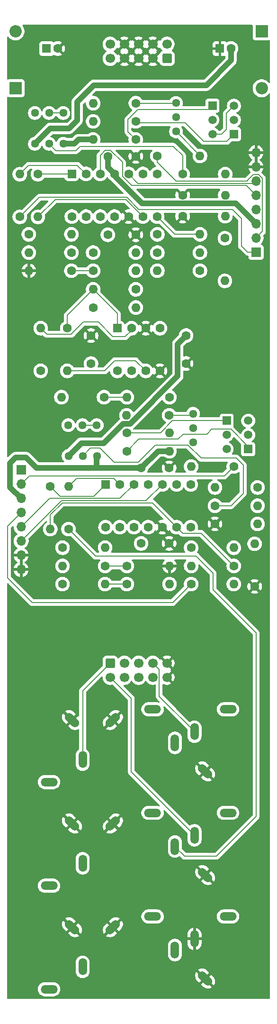
<source format=gtl>
%TF.GenerationSoftware,KiCad,Pcbnew,9.0.4*%
%TF.CreationDate,2025-10-04T20:54:08+02:00*%
%TF.ProjectId,DMH_Dual_VCA_Mk2_PCB_1,444d485f-4475-4616-9c5f-5643415f4d6b,1*%
%TF.SameCoordinates,Original*%
%TF.FileFunction,Copper,L1,Top*%
%TF.FilePolarity,Positive*%
%FSLAX46Y46*%
G04 Gerber Fmt 4.6, Leading zero omitted, Abs format (unit mm)*
G04 Created by KiCad (PCBNEW 9.0.4) date 2025-10-04 20:54:08*
%MOMM*%
%LPD*%
G01*
G04 APERTURE LIST*
G04 Aperture macros list*
%AMRoundRect*
0 Rectangle with rounded corners*
0 $1 Rounding radius*
0 $2 $3 $4 $5 $6 $7 $8 $9 X,Y pos of 4 corners*
0 Add a 4 corners polygon primitive as box body*
4,1,4,$2,$3,$4,$5,$6,$7,$8,$9,$2,$3,0*
0 Add four circle primitives for the rounded corners*
1,1,$1+$1,$2,$3*
1,1,$1+$1,$4,$5*
1,1,$1+$1,$6,$7*
1,1,$1+$1,$8,$9*
0 Add four rect primitives between the rounded corners*
20,1,$1+$1,$2,$3,$4,$5,0*
20,1,$1+$1,$4,$5,$6,$7,0*
20,1,$1+$1,$6,$7,$8,$9,0*
20,1,$1+$1,$8,$9,$2,$3,0*%
%AMHorizOval*
0 Thick line with rounded ends*
0 $1 width*
0 $2 $3 position (X,Y) of the first rounded end (center of the circle)*
0 $4 $5 position (X,Y) of the second rounded end (center of the circle)*
0 Add line between two ends*
20,1,$1,$2,$3,$4,$5,0*
0 Add two circle primitives to create the rounded ends*
1,1,$1,$2,$3*
1,1,$1,$4,$5*%
G04 Aperture macros list end*
%TA.AperFunction,ComponentPad*%
%ADD10HorizOval,1.508000X-0.533159X0.533159X0.533159X-0.533159X0*%
%TD*%
%TA.AperFunction,ComponentPad*%
%ADD11O,3.016000X1.508000*%
%TD*%
%TA.AperFunction,ComponentPad*%
%ADD12O,1.508000X3.016000*%
%TD*%
%TA.AperFunction,ComponentPad*%
%ADD13R,1.700000X1.700000*%
%TD*%
%TA.AperFunction,ComponentPad*%
%ADD14O,1.700000X1.700000*%
%TD*%
%TA.AperFunction,ComponentPad*%
%ADD15HorizOval,1.508000X-0.533159X-0.533159X0.533159X0.533159X0*%
%TD*%
%TA.AperFunction,ComponentPad*%
%ADD16C,1.600000*%
%TD*%
%TA.AperFunction,ComponentPad*%
%ADD17O,1.600000X1.600000*%
%TD*%
%TA.AperFunction,ComponentPad*%
%ADD18R,2.200000X2.200000*%
%TD*%
%TA.AperFunction,ComponentPad*%
%ADD19O,2.200000X2.200000*%
%TD*%
%TA.AperFunction,ComponentPad*%
%ADD20R,1.600000X1.600000*%
%TD*%
%TA.AperFunction,ComponentPad*%
%ADD21R,1.500000X1.500000*%
%TD*%
%TA.AperFunction,ComponentPad*%
%ADD22C,1.500000*%
%TD*%
%TA.AperFunction,ComponentPad*%
%ADD23C,1.440000*%
%TD*%
%TA.AperFunction,ComponentPad*%
%ADD24RoundRect,0.250000X-0.550000X0.550000X-0.550000X-0.550000X0.550000X-0.550000X0.550000X0.550000X0*%
%TD*%
%TA.AperFunction,ComponentPad*%
%ADD25RoundRect,0.250000X-0.600000X0.600000X-0.600000X-0.600000X0.600000X-0.600000X0.600000X0.600000X0*%
%TD*%
%TA.AperFunction,ComponentPad*%
%ADD26C,1.700000*%
%TD*%
%TA.AperFunction,ComponentPad*%
%ADD27RoundRect,0.250000X0.600000X-0.600000X0.600000X0.600000X-0.600000X0.600000X-0.600000X-0.600000X0*%
%TD*%
%TA.AperFunction,Conductor*%
%ADD28C,1.000000*%
%TD*%
%TA.AperFunction,Conductor*%
%ADD29C,0.200000*%
%TD*%
G04 APERTURE END LIST*
D10*
%TO.P,J8,S*%
%TO.N,GND*%
X86903810Y-194846190D03*
D11*
%TO.P,J8,T*%
%TO.N,/Core Circuit B/CV 2 B Input*%
X91000000Y-183750000D03*
D12*
%TO.P,J8,TN*%
%TO.N,Net-(J200-Pin_6)*%
X85000000Y-187750000D03*
%TD*%
D13*
%TO.P,J60,1,Pin_1*%
%TO.N,/Core Circuit B/CV 1 B Input*%
X54000000Y-122500000D03*
D14*
%TO.P,J60,2,Pin_2*%
%TO.N,/Core Circuit B/CV 2 B Input*%
X54000000Y-125040000D03*
%TO.P,J60,3,Pin_3*%
%TO.N,+12V*%
X54000000Y-127580000D03*
%TO.P,J60,4,Pin_4*%
%TO.N,/Core Circuit B/Offset B Pot*%
X54000000Y-130120000D03*
%TO.P,J60,5,Pin_5*%
%TO.N,/Core Circuit B/CV 1 B Pot*%
X54000000Y-132660000D03*
%TO.P,J60,6,Pin_6*%
%TO.N,/Core Circuit B/CV 2 B Pot*%
X54000000Y-135200000D03*
%TO.P,J60,7,Pin_7*%
%TO.N,GND*%
X54000000Y-137740000D03*
%TO.P,J60,8,Pin_8*%
X54000000Y-140280000D03*
%TD*%
D15*
%TO.P,J7,S*%
%TO.N,GND*%
X70403810Y-185653810D03*
D12*
%TO.P,J7,T*%
%TO.N,/Core Circuit B/CV 1 B Input*%
X81500000Y-189750000D03*
D11*
%TO.P,J7,TN*%
%TO.N,Net-(J200-Pin_7)*%
X77500000Y-183750000D03*
%TD*%
D10*
%TO.P,J3,S*%
%TO.N,GND*%
X63096190Y-185653810D03*
D11*
%TO.P,J3,T*%
%TO.N,/Core Circuit A/CV 1 A Input*%
X59000000Y-196750000D03*
D12*
%TO.P,J3,TN*%
%TO.N,Net-(J200-Pin_3)*%
X65000000Y-192750000D03*
%TD*%
D10*
%TO.P,J2,S*%
%TO.N,GND*%
X63096190Y-204153810D03*
D11*
%TO.P,J2,T*%
%TO.N,/Core Circuit A/Output A*%
X59000000Y-215250000D03*
D12*
%TO.P,J2,TN*%
%TO.N,Net-(J200-Pin_2)*%
X65000000Y-211250000D03*
%TD*%
D15*
%TO.P,J6,S*%
%TO.N,GND*%
X70403810Y-204153810D03*
D12*
%TO.P,J6,T*%
%TO.N,/Core Circuit B/Output B*%
X81500000Y-208250000D03*
D11*
%TO.P,J6,TN*%
%TO.N,Net-(J200-Pin_8)*%
X77500000Y-202250000D03*
%TD*%
D13*
%TO.P,J50,1,Pin_1*%
%TO.N,/Core Circuit A/CV 1 A Input*%
X96000000Y-83620000D03*
D14*
%TO.P,J50,2,Pin_2*%
%TO.N,/Core Circuit A/CV 2 A Input*%
X96000000Y-81080000D03*
%TO.P,J50,3,Pin_3*%
%TO.N,+12V*%
X96000000Y-78540000D03*
%TO.P,J50,4,Pin_4*%
%TO.N,/Core Circuit A/Offset A Pot*%
X96000000Y-76000000D03*
%TO.P,J50,5,Pin_5*%
%TO.N,/Core Circuit A/CV 1 A Pot*%
X96000000Y-73460000D03*
%TO.P,J50,6,Pin_6*%
%TO.N,/Core Circuit A/CV 2 A Pot*%
X96000000Y-70920000D03*
%TO.P,J50,7,Pin_7*%
%TO.N,GND*%
X96000000Y-68380000D03*
%TO.P,J50,8,Pin_8*%
X96000000Y-65840000D03*
%TD*%
D10*
%TO.P,J9,S*%
%TO.N,GND*%
X86903810Y-213346190D03*
D11*
%TO.P,J9,T*%
%TO.N,/Inputs and Outputs/Mix Out Jack*%
X91000000Y-202250000D03*
D12*
%TO.P,J9,TN*%
%TO.N,GND*%
X85000000Y-206250000D03*
%TD*%
D10*
%TO.P,J1,S*%
%TO.N,GND*%
X63096190Y-167153810D03*
D11*
%TO.P,J1,T*%
%TO.N,/Core Circuit A/Input A*%
X59000000Y-178250000D03*
D12*
%TO.P,J1,TN*%
%TO.N,Net-(J200-Pin_1)*%
X65000000Y-174250000D03*
%TD*%
D15*
%TO.P,J5,S*%
%TO.N,GND*%
X70403810Y-167153810D03*
D12*
%TO.P,J5,T*%
%TO.N,/Core Circuit B/Input B*%
X81500000Y-171250000D03*
D11*
%TO.P,J5,TN*%
%TO.N,Net-(J200-Pin_9)*%
X77500000Y-165250000D03*
%TD*%
D10*
%TO.P,J4,S*%
%TO.N,GND*%
X86903810Y-176346190D03*
D11*
%TO.P,J4,T*%
%TO.N,/Core Circuit A/CV 2 A Input*%
X91000000Y-165250000D03*
D12*
%TO.P,J4,TN*%
%TO.N,Net-(J200-Pin_4)*%
X85000000Y-169250000D03*
%TD*%
D16*
%TO.P,R26,1*%
%TO.N,Net-(U2D--)*%
X72900000Y-142890000D03*
D17*
%TO.P,R26,2*%
%TO.N,Net-(Q3-C)*%
X80520000Y-142890000D03*
%TD*%
D18*
%TO.P,D2,1,K*%
%TO.N,Net-(D2-K)*%
X97000000Y-44170000D03*
D19*
%TO.P,D2,2,A*%
%TO.N,-12V*%
X97000000Y-54330000D03*
%TD*%
D20*
%TO.P,C2,1*%
%TO.N,GND*%
X89544888Y-47250000D03*
D16*
%TO.P,C2,2*%
%TO.N,-12V*%
X91544888Y-47250000D03*
%TD*%
D18*
%TO.P,D1,1,K*%
%TO.N,+12V*%
X53000000Y-54330000D03*
D19*
%TO.P,D1,2,A*%
%TO.N,Net-(D1-A)*%
X53000000Y-44170000D03*
%TD*%
D16*
%TO.P,R17,1*%
%TO.N,Net-(U1D-+)*%
X66865000Y-86930000D03*
D17*
%TO.P,R17,2*%
%TO.N,Net-(Q2-C)*%
X74485000Y-86930000D03*
%TD*%
D16*
%TO.P,R3,1*%
%TO.N,Net-(R3-Pad1)*%
X57000000Y-69690000D03*
D17*
%TO.P,R3,2*%
%TO.N,Net-(U1C--)*%
X57000000Y-77310000D03*
%TD*%
D16*
%TO.P,R25,1*%
%TO.N,Net-(R25-Pad1)*%
X61400000Y-142890000D03*
D17*
%TO.P,R25,2*%
%TO.N,Net-(U2D--)*%
X69020000Y-142890000D03*
%TD*%
D16*
%TO.P,R49,1*%
%TO.N,Net-(R47-Pad2)*%
X62250000Y-97190000D03*
D17*
%TO.P,R49,2*%
%TO.N,Net-(U3B--)*%
X62250000Y-104810000D03*
%TD*%
D16*
%TO.P,C6,1*%
%TO.N,GND*%
X80460000Y-135640000D03*
%TO.P,C6,2*%
%TO.N,-12V*%
X75460000Y-135640000D03*
%TD*%
%TO.P,R1,1*%
%TO.N,/Core Circuit A/CV 1 A Input*%
X53750000Y-77310000D03*
D17*
%TO.P,R1,2*%
%TO.N,Net-(U1A--)*%
X53750000Y-69690000D03*
%TD*%
D21*
%TO.P,Q1,1,C*%
%TO.N,Net-(Q1-C)*%
X88200000Y-57450000D03*
D22*
%TO.P,Q1,2,B*%
%TO.N,Net-(Q1-B)*%
X88200000Y-59990000D03*
%TO.P,Q1,3,E*%
%TO.N,Net-(Q1-E)*%
X88200000Y-62530000D03*
%TD*%
D16*
%TO.P,R50,1*%
%TO.N,Net-(U3B--)*%
X80500000Y-109500000D03*
D17*
%TO.P,R50,2*%
%TO.N,Net-(R50-Pad2)*%
X72880000Y-109500000D03*
%TD*%
D16*
%TO.P,R32,1*%
%TO.N,/Core Circuit B/CV 2 B Input*%
X92020000Y-121890000D03*
D17*
%TO.P,R32,2*%
%TO.N,Net-(U2B--)*%
X84400000Y-121890000D03*
%TD*%
D21*
%TO.P,Q2,1,C*%
%TO.N,Net-(Q2-C)*%
X92050000Y-62550000D03*
D22*
%TO.P,Q2,2,B*%
%TO.N,Net-(Q2-B)*%
X92050000Y-60010000D03*
%TO.P,Q2,3,E*%
%TO.N,Net-(Q1-E)*%
X92050000Y-57470000D03*
%TD*%
D16*
%TO.P,C3,1*%
%TO.N,+12V*%
X69500000Y-66500000D03*
%TO.P,C3,2*%
%TO.N,GND*%
X74500000Y-66500000D03*
%TD*%
%TO.P,R12,1*%
%TO.N,Net-(R12-Pad1)*%
X82865000Y-69680000D03*
D17*
%TO.P,R12,2*%
%TO.N,Net-(Q2-B)*%
X90485000Y-69680000D03*
%TD*%
D16*
%TO.P,R42,1*%
%TO.N,/Core Circuit B/Offset B Pot*%
X84400000Y-142890000D03*
D17*
%TO.P,R42,2*%
%TO.N,Net-(U2C--)*%
X92020000Y-142890000D03*
%TD*%
D23*
%TO.P,RV8,1,1*%
%TO.N,-12V*%
X62460000Y-120000000D03*
%TO.P,RV8,2,2*%
%TO.N,Net-(R34-Pad1)*%
X65000000Y-120000000D03*
%TO.P,RV8,3,3*%
%TO.N,+12V*%
X67540000Y-120000000D03*
%TD*%
D16*
%TO.P,C7,1*%
%TO.N,+12V*%
X66500000Y-103500000D03*
%TO.P,C7,2*%
%TO.N,GND*%
X66500000Y-98500000D03*
%TD*%
%TO.P,R41,1*%
%TO.N,Net-(U2C--)*%
X92020000Y-139640000D03*
D17*
%TO.P,R41,2*%
%TO.N,Net-(R39-Pad1)*%
X84400000Y-139640000D03*
%TD*%
D16*
%TO.P,C4,1*%
%TO.N,GND*%
X74500000Y-80500000D03*
%TO.P,C4,2*%
%TO.N,-12V*%
X69500000Y-80500000D03*
%TD*%
%TO.P,R35,1*%
%TO.N,GND*%
X95750000Y-143310000D03*
D17*
%TO.P,R35,2*%
%TO.N,Net-(Q3-B)*%
X95750000Y-135690000D03*
%TD*%
D24*
%TO.P,U1,1*%
%TO.N,Net-(R3-Pad1)*%
X63050000Y-69630000D03*
D16*
%TO.P,U1,2,-*%
%TO.N,Net-(U1A--)*%
X65590000Y-69630000D03*
%TO.P,U1,3,+*%
%TO.N,/Core Circuit A/CV 1 A Pot*%
X68130000Y-69630000D03*
%TO.P,U1,4,V+*%
%TO.N,+12V*%
X70670000Y-69630000D03*
%TO.P,U1,5,+*%
%TO.N,/Core Circuit A/CV 2 A Pot*%
X73210000Y-69630000D03*
%TO.P,U1,6,-*%
%TO.N,Net-(U1B--)*%
X75750000Y-69630000D03*
%TO.P,U1,7*%
%TO.N,Net-(R6-Pad1)*%
X78290000Y-69630000D03*
%TO.P,U1,8*%
%TO.N,Net-(R8-Pad2)*%
X78290000Y-77250000D03*
%TO.P,U1,9,-*%
%TO.N,Net-(U1C--)*%
X75750000Y-77250000D03*
%TO.P,U1,10,+*%
%TO.N,GND*%
X73210000Y-77250000D03*
%TO.P,U1,11,V-*%
%TO.N,-12V*%
X70670000Y-77250000D03*
%TO.P,U1,12,+*%
%TO.N,Net-(U1D-+)*%
X68130000Y-77250000D03*
%TO.P,U1,13,-*%
%TO.N,Net-(U1D--)*%
X65590000Y-77250000D03*
%TO.P,U1,14*%
%TO.N,Net-(R18-Pad1)*%
X63050000Y-77250000D03*
%TD*%
%TO.P,C8,1*%
%TO.N,GND*%
X83500000Y-103500000D03*
%TO.P,C8,2*%
%TO.N,-12V*%
X83500000Y-98500000D03*
%TD*%
%TO.P,R30,1*%
%TO.N,Net-(U2D-+)*%
X69020000Y-139640000D03*
D17*
%TO.P,R30,2*%
%TO.N,Net-(Q4-C)*%
X61400000Y-139640000D03*
%TD*%
D16*
%TO.P,R36,1*%
%TO.N,GND*%
X88650000Y-132140000D03*
D17*
%TO.P,R36,2*%
%TO.N,Net-(Q4-B)*%
X96270000Y-132140000D03*
%TD*%
D21*
%TO.P,Q3,1,C*%
%TO.N,Net-(Q3-C)*%
X94600000Y-118790000D03*
D22*
%TO.P,Q3,2,B*%
%TO.N,Net-(Q3-B)*%
X94600000Y-116250000D03*
%TO.P,Q3,3,E*%
%TO.N,Net-(Q3-E)*%
X94600000Y-113710000D03*
%TD*%
D16*
%TO.P,R38,1*%
%TO.N,Net-(R38-Pad1)*%
X80480000Y-112750000D03*
D17*
%TO.P,R38,2*%
%TO.N,Net-(U2C--)*%
X72860000Y-112750000D03*
%TD*%
D16*
%TO.P,R47,1*%
%TO.N,Net-(U3A--)*%
X74500000Y-90250000D03*
D17*
%TO.P,R47,2*%
%TO.N,Net-(R47-Pad2)*%
X66880000Y-90250000D03*
%TD*%
D23*
%TO.P,RV10,1,1*%
%TO.N,Net-(U1B--)*%
X81700000Y-62040000D03*
%TO.P,RV10,2,2*%
%TO.N,Net-(R6-Pad1)*%
X81700000Y-59500000D03*
%TO.P,RV10,3,3*%
X81700000Y-56960000D03*
%TD*%
D16*
%TO.P,R46,1*%
%TO.N,/Core Circuit B/Output B*%
X57500000Y-104810000D03*
D17*
%TO.P,R46,2*%
%TO.N,Net-(U3A--)*%
X57500000Y-97190000D03*
%TD*%
D16*
%TO.P,R15,1*%
%TO.N,Net-(Q2-C)*%
X74500000Y-60250000D03*
D17*
%TO.P,R15,2*%
%TO.N,+12V*%
X66880000Y-60250000D03*
%TD*%
D16*
%TO.P,R4,1*%
%TO.N,/Core Circuit A/CV 2 A Input*%
X78365000Y-66430000D03*
D17*
%TO.P,R4,2*%
%TO.N,Net-(U1B--)*%
X85985000Y-66430000D03*
%TD*%
D23*
%TO.P,RV12,1,1*%
%TO.N,Net-(U2B--)*%
X84750000Y-117540000D03*
%TO.P,RV12,2,2*%
%TO.N,Net-(R38-Pad1)*%
X84750000Y-115000000D03*
%TO.P,RV12,3,3*%
X84750000Y-112460000D03*
%TD*%
D16*
%TO.P,R31,1*%
%TO.N,Net-(U2D-+)*%
X72900000Y-139640000D03*
D17*
%TO.P,R31,2*%
%TO.N,GND*%
X80520000Y-139640000D03*
%TD*%
D16*
%TO.P,C5,1*%
%TO.N,+12V*%
X75460000Y-122140000D03*
%TO.P,C5,2*%
%TO.N,GND*%
X80460000Y-122140000D03*
%TD*%
D20*
%TO.P,C1,1*%
%TO.N,+12V*%
X58544888Y-47250000D03*
D16*
%TO.P,C1,2*%
%TO.N,GND*%
X60544888Y-47250000D03*
%TD*%
%TO.P,R39,1*%
%TO.N,Net-(R39-Pad1)*%
X84400000Y-136390000D03*
D17*
%TO.P,R39,2*%
%TO.N,Net-(Q3-E)*%
X92020000Y-136390000D03*
%TD*%
D16*
%TO.P,R7,1*%
%TO.N,/Core Circuit A/Offset A Pot*%
X85985000Y-86930000D03*
D17*
%TO.P,R7,2*%
%TO.N,Net-(U1C--)*%
X78365000Y-86930000D03*
%TD*%
D16*
%TO.P,R16,1*%
%TO.N,Net-(U1D--)*%
X66865000Y-83680000D03*
D17*
%TO.P,R16,2*%
%TO.N,Net-(Q1-C)*%
X74485000Y-83680000D03*
%TD*%
D23*
%TO.P,RV7,1,1*%
%TO.N,-12V*%
X56450000Y-64250000D03*
%TO.P,RV7,2,2*%
%TO.N,Net-(R12-Pad1)*%
X58990000Y-64250000D03*
%TO.P,RV7,3,3*%
%TO.N,+12V*%
X61530000Y-64250000D03*
%TD*%
%TO.P,RV9,1,1*%
%TO.N,Net-(U1A--)*%
X56450000Y-58750000D03*
%TO.P,RV9,2,2*%
%TO.N,Net-(R3-Pad1)*%
X58990000Y-58750000D03*
%TO.P,RV9,3,3*%
X61530000Y-58750000D03*
%TD*%
D16*
%TO.P,R22,1*%
%TO.N,Net-(Q3-C)*%
X72880000Y-119140000D03*
D17*
%TO.P,R22,2*%
%TO.N,+12V*%
X80500000Y-119140000D03*
%TD*%
D16*
%TO.P,R20,1*%
%TO.N,/Core Circuit A/Output A*%
X62985000Y-83680000D03*
D17*
%TO.P,R20,2*%
%TO.N,Net-(R18-Pad1)*%
X55365000Y-83680000D03*
%TD*%
D16*
%TO.P,R6,1*%
%TO.N,Net-(R6-Pad1)*%
X74500000Y-57000000D03*
D17*
%TO.P,R6,2*%
%TO.N,Net-(U1C--)*%
X66880000Y-57000000D03*
%TD*%
D16*
%TO.P,R23,1*%
%TO.N,Net-(Q4-C)*%
X72880000Y-115890000D03*
D17*
%TO.P,R23,2*%
%TO.N,+12V*%
X80500000Y-115890000D03*
%TD*%
D25*
%TO.P,J200,1,Pin_1*%
%TO.N,Net-(J200-Pin_1)*%
X69920000Y-157000000D03*
D26*
%TO.P,J200,2,Pin_2*%
%TO.N,Net-(J200-Pin_2)*%
X72460000Y-157000000D03*
%TO.P,J200,3,Pin_3*%
%TO.N,Net-(J200-Pin_3)*%
X75000000Y-157000000D03*
%TO.P,J200,4,Pin_4*%
%TO.N,Net-(J200-Pin_4)*%
X77540000Y-157000000D03*
%TO.P,J200,5,Pin_5*%
%TO.N,GND*%
X80080000Y-157000000D03*
%TO.P,J200,6,Pin_6*%
%TO.N,Net-(J200-Pin_6)*%
X69920000Y-159540000D03*
%TO.P,J200,7,Pin_7*%
%TO.N,Net-(J200-Pin_7)*%
X72460000Y-159540000D03*
%TO.P,J200,8,Pin_8*%
%TO.N,Net-(J200-Pin_8)*%
X75000000Y-159540000D03*
%TO.P,J200,9,Pin_9*%
%TO.N,Net-(J200-Pin_9)*%
X77540000Y-159540000D03*
%TO.P,J200,10,Pin_10*%
%TO.N,GND*%
X80080000Y-159540000D03*
%TD*%
D16*
%TO.P,R51,1*%
%TO.N,Net-(R50-Pad2)*%
X68810000Y-109500000D03*
D17*
%TO.P,R51,2*%
%TO.N,/Inputs and Outputs/Mix Out Jack*%
X61190000Y-109500000D03*
%TD*%
D16*
%TO.P,R9,1*%
%TO.N,Net-(R8-Pad2)*%
X78365000Y-83680000D03*
D17*
%TO.P,R9,2*%
%TO.N,Net-(Q1-E)*%
X85985000Y-83680000D03*
%TD*%
D24*
%TO.P,U3,1*%
%TO.N,Net-(R47-Pad2)*%
X71190000Y-97190000D03*
D16*
%TO.P,U3,2,-*%
%TO.N,Net-(U3A--)*%
X73730000Y-97190000D03*
%TO.P,U3,3,+*%
%TO.N,GND*%
X76270000Y-97190000D03*
%TO.P,U3,4,V-*%
%TO.N,-12V*%
X78810000Y-97190000D03*
%TO.P,U3,5,+*%
%TO.N,GND*%
X78810000Y-104810000D03*
%TO.P,U3,6,-*%
%TO.N,Net-(U3B--)*%
X76270000Y-104810000D03*
%TO.P,U3,7*%
%TO.N,Net-(R50-Pad2)*%
X73730000Y-104810000D03*
%TO.P,U3,8,V+*%
%TO.N,+12V*%
X71190000Y-104810000D03*
%TD*%
%TO.P,R10,1*%
%TO.N,GND*%
X82865000Y-77180000D03*
D17*
%TO.P,R10,2*%
%TO.N,Net-(Q1-B)*%
X90485000Y-77180000D03*
%TD*%
D16*
%TO.P,R13,1*%
%TO.N,GND*%
X82865000Y-73430000D03*
D17*
%TO.P,R13,2*%
%TO.N,Net-(Q2-B)*%
X90485000Y-73430000D03*
%TD*%
D16*
%TO.P,R19,1*%
%TO.N,Net-(U1D-+)*%
X62985000Y-86930000D03*
D17*
%TO.P,R19,2*%
%TO.N,GND*%
X55365000Y-86930000D03*
%TD*%
D16*
%TO.P,R14,1*%
%TO.N,Net-(Q1-C)*%
X74500000Y-63500000D03*
D17*
%TO.P,R14,2*%
%TO.N,+12V*%
X66880000Y-63500000D03*
%TD*%
D16*
%TO.P,R24,1*%
%TO.N,/Core Circuit B/CV 1 B Input*%
X62460000Y-133060000D03*
D17*
%TO.P,R24,2*%
%TO.N,Net-(U2A--)*%
X62460000Y-125440000D03*
%TD*%
D16*
%TO.P,R34,1*%
%TO.N,Net-(R34-Pad1)*%
X88650000Y-128890000D03*
D17*
%TO.P,R34,2*%
%TO.N,Net-(Q4-B)*%
X96270000Y-128890000D03*
%TD*%
D16*
%TO.P,R11,1*%
%TO.N,Net-(Q1-B)*%
X90425000Y-81120000D03*
D17*
%TO.P,R11,2*%
%TO.N,/Core Circuit A/Input A*%
X90425000Y-88740000D03*
%TD*%
D23*
%TO.P,RV11,1,1*%
%TO.N,Net-(U2A--)*%
X62450000Y-114500000D03*
%TO.P,RV11,2,2*%
%TO.N,Net-(R28-Pad1)*%
X64990000Y-114500000D03*
%TO.P,RV11,3,3*%
X67530000Y-114500000D03*
%TD*%
D16*
%TO.P,R33,1*%
%TO.N,Net-(Q3-B)*%
X96270000Y-125640000D03*
D17*
%TO.P,R33,2*%
%TO.N,/Core Circuit B/Input B*%
X88650000Y-125640000D03*
%TD*%
D16*
%TO.P,R8,1*%
%TO.N,Net-(U1C--)*%
X78365000Y-80430000D03*
D17*
%TO.P,R8,2*%
%TO.N,Net-(R8-Pad2)*%
X85985000Y-80430000D03*
%TD*%
D27*
%TO.P,J100,1a,Pin_1a*%
%TO.N,Net-(D2-K)*%
X80080000Y-49002500D03*
D26*
%TO.P,J100,1b,Pin_1b*%
X80080000Y-46462500D03*
%TO.P,J100,2a,Pin_2a*%
%TO.N,GND*%
X77540000Y-49002500D03*
%TO.P,J100,2b,Pin_2b*%
X77540000Y-46462500D03*
%TO.P,J100,3a,Pin_3a*%
X75000000Y-49002500D03*
%TO.P,J100,3b,Pin_3b*%
X75000000Y-46462500D03*
%TO.P,J100,4a,Pin_4a*%
X72460000Y-49002500D03*
%TO.P,J100,4b,Pin_4b*%
X72460000Y-46462500D03*
%TO.P,J100,5a,Pin_5a*%
%TO.N,Net-(D1-A)*%
X69920000Y-49002500D03*
%TO.P,J100,5b,Pin_5b*%
X69920000Y-46462500D03*
%TD*%
D24*
%TO.P,U2,1*%
%TO.N,Net-(R28-Pad1)*%
X69085000Y-125090000D03*
D16*
%TO.P,U2,2,-*%
%TO.N,Net-(U2A--)*%
X71625000Y-125090000D03*
%TO.P,U2,3,+*%
%TO.N,/Core Circuit B/CV 1 B Pot*%
X74165000Y-125090000D03*
%TO.P,U2,4,V+*%
%TO.N,+12V*%
X76705000Y-125090000D03*
%TO.P,U2,5,+*%
%TO.N,/Core Circuit B/CV 2 B Pot*%
X79245000Y-125090000D03*
%TO.P,U2,6,-*%
%TO.N,Net-(U2B--)*%
X81785000Y-125090000D03*
%TO.P,U2,7*%
%TO.N,Net-(R38-Pad1)*%
X84325000Y-125090000D03*
%TO.P,U2,8*%
%TO.N,Net-(R39-Pad1)*%
X84325000Y-132710000D03*
%TO.P,U2,9,-*%
%TO.N,Net-(U2C--)*%
X81785000Y-132710000D03*
%TO.P,U2,10,+*%
%TO.N,GND*%
X79245000Y-132710000D03*
%TO.P,U2,11,V-*%
%TO.N,-12V*%
X76705000Y-132710000D03*
%TO.P,U2,12,+*%
%TO.N,Net-(U2D-+)*%
X74165000Y-132710000D03*
%TO.P,U2,13,-*%
%TO.N,Net-(U2D--)*%
X71625000Y-132710000D03*
%TO.P,U2,14*%
%TO.N,Net-(R25-Pad1)*%
X69085000Y-132710000D03*
%TD*%
%TO.P,R48,1*%
%TO.N,/Core Circuit A/Output A*%
X66880000Y-93500000D03*
D17*
%TO.P,R48,2*%
%TO.N,Net-(U3A--)*%
X74500000Y-93500000D03*
%TD*%
D16*
%TO.P,R29,1*%
%TO.N,/Core Circuit B/Output B*%
X61400000Y-136390000D03*
D17*
%TO.P,R29,2*%
%TO.N,Net-(R25-Pad1)*%
X69020000Y-136390000D03*
%TD*%
D21*
%TO.P,Q4,1,C*%
%TO.N,Net-(Q4-C)*%
X90750000Y-113710000D03*
D22*
%TO.P,Q4,2,B*%
%TO.N,Net-(Q4-B)*%
X90750000Y-116250000D03*
%TO.P,Q4,3,E*%
%TO.N,Net-(Q3-E)*%
X90750000Y-118790000D03*
%TD*%
D16*
%TO.P,R28,1*%
%TO.N,Net-(R28-Pad1)*%
X59210000Y-125440000D03*
D17*
%TO.P,R28,2*%
%TO.N,Net-(U2C--)*%
X59210000Y-133060000D03*
%TD*%
D16*
%TO.P,R18,1*%
%TO.N,Net-(R18-Pad1)*%
X55365000Y-80430000D03*
D17*
%TO.P,R18,2*%
%TO.N,Net-(U1D--)*%
X62985000Y-80430000D03*
%TD*%
D28*
%TO.N,+12V*%
X67540000Y-120000000D02*
X67500000Y-120040000D01*
X56742000Y-122140000D02*
X69680000Y-122140000D01*
X67500000Y-120040000D02*
X67500000Y-122140000D01*
X52001000Y-125581000D02*
X52001000Y-121299000D01*
X54000000Y-127580000D02*
X52001000Y-125581000D01*
X69680000Y-122140000D02*
X75460000Y-122140000D01*
X52001000Y-121299000D02*
X53000000Y-120300000D01*
X53000000Y-120300000D02*
X54902000Y-120300000D01*
X63500000Y-64250000D02*
X64250000Y-63500000D01*
X69500000Y-66500000D02*
X69500000Y-68460000D01*
X54902000Y-120300000D02*
X56742000Y-122140000D01*
X78460000Y-119140000D02*
X80500000Y-119140000D01*
X75631000Y-74931000D02*
X92391000Y-74931000D01*
X70670000Y-69970000D02*
X75631000Y-74931000D01*
X66880000Y-63500000D02*
X64250000Y-63500000D01*
X75460000Y-122140000D02*
X78460000Y-119140000D01*
X70670000Y-69630000D02*
X70670000Y-69970000D01*
X92391000Y-74931000D02*
X96000000Y-78540000D01*
X69500000Y-68460000D02*
X70670000Y-69630000D01*
X61530000Y-64250000D02*
X63500000Y-64250000D01*
%TO.N,-12V*%
X81999000Y-100001000D02*
X83500000Y-98500000D01*
X68800000Y-117700000D02*
X72249000Y-114251000D01*
X67000000Y-53800000D02*
X64000000Y-56800000D01*
X64000000Y-60100000D02*
X62600000Y-61500000D01*
X91544888Y-47250000D02*
X91544888Y-49355112D01*
X73481735Y-114251000D02*
X81999000Y-105733735D01*
X87100000Y-53800000D02*
X67000000Y-53800000D01*
X81999000Y-105733735D02*
X81999000Y-100001000D01*
X59200000Y-61500000D02*
X56450000Y-64250000D01*
X64000000Y-56800000D02*
X64000000Y-60100000D01*
X97000000Y-54330000D02*
X96970000Y-54300000D01*
X64760000Y-117700000D02*
X68800000Y-117700000D01*
X72249000Y-114251000D02*
X73481735Y-114251000D01*
X91544888Y-49355112D02*
X87100000Y-53800000D01*
X62600000Y-61500000D02*
X59200000Y-61500000D01*
X62460000Y-120000000D02*
X64760000Y-117700000D01*
D29*
%TO.N,Net-(J200-Pin_1)*%
X65000000Y-161920000D02*
X65000000Y-174250000D01*
X69920000Y-157000000D02*
X65000000Y-161920000D01*
%TO.N,/Core Circuit A/CV 1 A Input*%
X93400000Y-82500000D02*
X93400000Y-77600000D01*
X91800000Y-76000000D02*
X75067100Y-76000000D01*
X93400000Y-77600000D02*
X91800000Y-76000000D01*
X57245000Y-73815000D02*
X53750000Y-77310000D01*
X96000000Y-83620000D02*
X94520000Y-83620000D01*
X94520000Y-83620000D02*
X93400000Y-82500000D01*
X72882100Y-73815000D02*
X57245000Y-73815000D01*
X75067100Y-76000000D02*
X72882100Y-73815000D01*
%TO.N,/Core Circuit A/CV 2 A Input*%
X96476760Y-69769000D02*
X95523240Y-69769000D01*
X95523240Y-69769000D02*
X94599000Y-70693240D01*
X78365000Y-66430000D02*
X78365000Y-67565000D01*
X78365000Y-67565000D02*
X81699000Y-70899000D01*
X96000000Y-81080000D02*
X97151000Y-79929000D01*
X97151000Y-79929000D02*
X97151000Y-70443240D01*
X94599000Y-70693240D02*
X94599000Y-70700000D01*
X81699000Y-70899000D02*
X94400000Y-70899000D01*
X97151000Y-70443240D02*
X96476760Y-69769000D01*
X94599000Y-70700000D02*
X94400000Y-70899000D01*
%TO.N,Net-(J200-Pin_4)*%
X78700000Y-162950000D02*
X85000000Y-169250000D01*
X77540000Y-157000000D02*
X78700000Y-158160000D01*
X78700000Y-158160000D02*
X78700000Y-162950000D01*
%TO.N,/Core Circuit B/CV 1 B Input*%
X88300000Y-140900000D02*
X88300000Y-143900000D01*
X85300000Y-137900000D02*
X88300000Y-140900000D01*
X67300000Y-137900000D02*
X85300000Y-137900000D01*
X83250000Y-191500000D02*
X81500000Y-189750000D01*
X88900000Y-191500000D02*
X83250000Y-191500000D01*
X96000000Y-184400000D02*
X88900000Y-191500000D01*
X96000000Y-151600000D02*
X96000000Y-184400000D01*
X88300000Y-143900000D02*
X96000000Y-151600000D01*
X62460000Y-133060000D02*
X67300000Y-137900000D01*
%TO.N,Net-(J200-Pin_6)*%
X73700000Y-163320000D02*
X73700000Y-176450000D01*
X73700000Y-176450000D02*
X85000000Y-187750000D01*
X69920000Y-159540000D02*
X73700000Y-163320000D01*
%TO.N,/Core Circuit B/CV 2 B Input*%
X90322000Y-123588000D02*
X92020000Y-121890000D01*
X55452000Y-123588000D02*
X90322000Y-123588000D01*
X54000000Y-125040000D02*
X55452000Y-123588000D01*
%TO.N,/Core Circuit A/CV 2 A Pot*%
X95620000Y-71300000D02*
X96000000Y-70920000D01*
X74880000Y-71300000D02*
X95620000Y-71300000D01*
X73210000Y-69630000D02*
X74880000Y-71300000D01*
%TO.N,/Core Circuit A/CV 1 A Pot*%
X72109000Y-70086050D02*
X72109000Y-67551950D01*
X96000000Y-73460000D02*
X94240000Y-71700000D01*
X69956050Y-65399000D02*
X69043950Y-65399000D01*
X69043950Y-65399000D02*
X68130000Y-66312950D01*
X94240000Y-71700000D02*
X73722950Y-71700000D01*
X68130000Y-66312950D02*
X68130000Y-69630000D01*
X72109000Y-67551950D02*
X69956050Y-65399000D01*
X73722950Y-71700000D02*
X72109000Y-70086050D01*
%TO.N,/Core Circuit B/Offset B Pot*%
X81090000Y-146200000D02*
X84400000Y-142890000D01*
X51601000Y-132519000D02*
X51601000Y-141800000D01*
X56001000Y-146200000D02*
X81090000Y-146200000D01*
X54000000Y-130120000D02*
X51601000Y-132519000D01*
X51601000Y-141800000D02*
X56001000Y-146200000D01*
%TO.N,/Core Circuit B/CV 1 B Pot*%
X59100000Y-127600000D02*
X71655000Y-127600000D01*
X54000000Y-132660000D02*
X54040000Y-132660000D01*
X54040000Y-132660000D02*
X59100000Y-127600000D01*
X71655000Y-127600000D02*
X74165000Y-125090000D01*
%TO.N,/Core Circuit B/CV 2 B Pot*%
X76335000Y-128000000D02*
X79245000Y-125090000D01*
X54000000Y-135200000D02*
X61200000Y-128000000D01*
X61200000Y-128000000D02*
X76335000Y-128000000D01*
%TO.N,Net-(Q1-C)*%
X73100000Y-59900000D02*
X74900000Y-58100000D01*
X73100000Y-62100000D02*
X73100000Y-59900000D01*
X74500000Y-63500000D02*
X73100000Y-62100000D01*
X74900000Y-58100000D02*
X87550000Y-58100000D01*
X87550000Y-58100000D02*
X88200000Y-57450000D01*
%TO.N,Net-(Q1-E)*%
X88200000Y-62530000D02*
X89870000Y-62530000D01*
X90700000Y-61700000D02*
X90700000Y-58820000D01*
X90700000Y-58820000D02*
X92050000Y-57470000D01*
X89870000Y-62530000D02*
X90700000Y-61700000D01*
%TO.N,Net-(Q2-C)*%
X83321000Y-60521000D02*
X86600000Y-63800000D01*
X74771000Y-60521000D02*
X83321000Y-60521000D01*
X74500000Y-60250000D02*
X74771000Y-60521000D01*
X90800000Y-63800000D02*
X92050000Y-62550000D01*
X86600000Y-63800000D02*
X90800000Y-63800000D01*
%TO.N,Net-(Q3-C)*%
X75020000Y-117000000D02*
X82073043Y-117000000D01*
X91500000Y-115200000D02*
X94600000Y-118300000D01*
X72880000Y-119140000D02*
X75020000Y-117000000D01*
X88100000Y-115200000D02*
X91500000Y-115200000D01*
X82973043Y-116100000D02*
X87200000Y-116100000D01*
X82073043Y-117000000D02*
X82973043Y-116100000D01*
X94600000Y-118300000D02*
X94600000Y-118790000D01*
X87200000Y-116100000D02*
X88100000Y-115200000D01*
%TO.N,Net-(Q4-C)*%
X72880000Y-115890000D02*
X78897050Y-115890000D01*
X81077050Y-113710000D02*
X90750000Y-113710000D01*
X78897050Y-115890000D02*
X81077050Y-113710000D01*
%TO.N,Net-(U1A--)*%
X53750000Y-69690000D02*
X55340000Y-68100000D01*
X55340000Y-68100000D02*
X64060000Y-68100000D01*
X64060000Y-68100000D02*
X65590000Y-69630000D01*
%TO.N,Net-(R3-Pad1)*%
X58990000Y-58750000D02*
X61530000Y-58750000D01*
X57000000Y-69690000D02*
X62990000Y-69690000D01*
X62990000Y-69690000D02*
X63050000Y-69630000D01*
%TO.N,Net-(U1C--)*%
X74666100Y-76166100D02*
X74901000Y-76401000D01*
X57000000Y-77310000D02*
X60094000Y-74216000D01*
X74901000Y-76401000D02*
X75750000Y-77250000D01*
X72716000Y-74216000D02*
X74666100Y-76166100D01*
X60094000Y-74216000D02*
X72716000Y-74216000D01*
%TO.N,Net-(U1B--)*%
X81700000Y-62040000D02*
X85985000Y-66325000D01*
X85985000Y-66325000D02*
X85985000Y-66430000D01*
%TO.N,Net-(R6-Pad1)*%
X74500000Y-57000000D02*
X81660000Y-57000000D01*
X81660000Y-57000000D02*
X81700000Y-56960000D01*
%TO.N,Net-(R8-Pad2)*%
X81470000Y-80430000D02*
X85985000Y-80430000D01*
X78290000Y-77250000D02*
X81470000Y-80430000D01*
%TO.N,Net-(R12-Pad1)*%
X58990000Y-64250000D02*
X60240000Y-65500000D01*
X60240000Y-65500000D02*
X63750000Y-65500000D01*
X63750000Y-65500000D02*
X64550000Y-64700000D01*
X64550000Y-64700000D02*
X81200000Y-64700000D01*
X82865000Y-66365000D02*
X82865000Y-69680000D01*
X81200000Y-64700000D02*
X82865000Y-66365000D01*
%TO.N,Net-(U1D-+)*%
X62985000Y-86930000D02*
X66865000Y-86930000D01*
%TO.N,Net-(R28-Pad1)*%
X64990000Y-114500000D02*
X67530000Y-114500000D01*
X59210000Y-125440000D02*
X60970000Y-127200000D01*
X60970000Y-127200000D02*
X66975000Y-127200000D01*
X66975000Y-127200000D02*
X69085000Y-125090000D01*
%TO.N,Net-(U2A--)*%
X63911000Y-123989000D02*
X70524000Y-123989000D01*
X62460000Y-125440000D02*
X63911000Y-123989000D01*
X70524000Y-123989000D02*
X71625000Y-125090000D01*
%TO.N,Net-(U2D--)*%
X69020000Y-142890000D02*
X72900000Y-142890000D01*
%TO.N,Net-(U2C--)*%
X86191000Y-133811000D02*
X92020000Y-139640000D01*
X76501100Y-128401000D02*
X76502100Y-128400000D01*
X59210000Y-130557100D02*
X61366100Y-128401000D01*
X81785000Y-132710000D02*
X82886000Y-133811000D01*
X82886000Y-133811000D02*
X86191000Y-133811000D01*
X76502100Y-128400000D02*
X77475000Y-128400000D01*
X77475000Y-128400000D02*
X81785000Y-132710000D01*
X59210000Y-133060000D02*
X59210000Y-130557100D01*
X76168900Y-128401000D02*
X76501100Y-128401000D01*
X61366100Y-128401000D02*
X76168900Y-128401000D01*
%TO.N,Net-(U2D-+)*%
X69020000Y-139640000D02*
X72900000Y-139640000D01*
%TO.N,Net-(R38-Pad1)*%
X84460000Y-112750000D02*
X84750000Y-112460000D01*
X80480000Y-112750000D02*
X84460000Y-112750000D01*
%TO.N,Net-(R34-Pad1)*%
X86166087Y-120400000D02*
X92500000Y-120400000D01*
X68100000Y-118600000D02*
X70600000Y-121100000D01*
X83805087Y-118039000D02*
X86166087Y-120400000D01*
X65000000Y-120000000D02*
X66400000Y-118600000D01*
X70600000Y-121100000D02*
X74942950Y-121100000D01*
X74942950Y-121100000D02*
X78003950Y-118039000D01*
X93700000Y-121600000D02*
X93700000Y-126700000D01*
X91510000Y-128890000D02*
X88650000Y-128890000D01*
X78003950Y-118039000D02*
X83805087Y-118039000D01*
X66400000Y-118600000D02*
X68100000Y-118600000D01*
X93700000Y-126700000D02*
X91510000Y-128890000D01*
X92500000Y-120400000D02*
X93700000Y-121600000D01*
%TO.N,Net-(U3A--)*%
X72600000Y-98700000D02*
X73730000Y-97570000D01*
X62909000Y-98291000D02*
X65100000Y-96100000D01*
X73730000Y-97570000D02*
X73730000Y-97190000D01*
X58601000Y-98291000D02*
X62909000Y-98291000D01*
X67800000Y-96100000D02*
X70400000Y-98700000D01*
X57500000Y-97190000D02*
X58601000Y-98291000D01*
X65100000Y-96100000D02*
X67800000Y-96100000D01*
X70400000Y-98700000D02*
X72600000Y-98700000D01*
%TO.N,Net-(R47-Pad2)*%
X62250000Y-94880000D02*
X66880000Y-90250000D01*
X71190000Y-94560000D02*
X71190000Y-97190000D01*
X66880000Y-90250000D02*
X71190000Y-94560000D01*
X62250000Y-97190000D02*
X62250000Y-94880000D01*
%TO.N,Net-(U3B--)*%
X70700000Y-103000000D02*
X74460000Y-103000000D01*
X62250000Y-104810000D02*
X68890000Y-104810000D01*
X74460000Y-103000000D02*
X76270000Y-104810000D01*
X68890000Y-104810000D02*
X70700000Y-103000000D01*
%TO.N,Net-(R50-Pad2)*%
X68810000Y-109500000D02*
X72880000Y-109500000D01*
%TD*%
%TA.AperFunction,Conductor*%
%TO.N,GND*%
G36*
X82104730Y-72320185D02*
G01*
X82125372Y-72336819D01*
X82818554Y-73030000D01*
X82812339Y-73030000D01*
X82710606Y-73057259D01*
X82619394Y-73109920D01*
X82544920Y-73184394D01*
X82492259Y-73275606D01*
X82465000Y-73377339D01*
X82465000Y-73383553D01*
X81785524Y-72704077D01*
X81785523Y-72704077D01*
X81753143Y-72748644D01*
X81660244Y-72930968D01*
X81597009Y-73125582D01*
X81565000Y-73327682D01*
X81565000Y-73532317D01*
X81597010Y-73734418D01*
X81597011Y-73734425D01*
X81607980Y-73768183D01*
X81609975Y-73838024D01*
X81573894Y-73897856D01*
X81511193Y-73928684D01*
X81490049Y-73930500D01*
X76096783Y-73930500D01*
X76029744Y-73910815D01*
X76009102Y-73894181D01*
X74627102Y-72512181D01*
X74593617Y-72450858D01*
X74598601Y-72381166D01*
X74640473Y-72325233D01*
X74705937Y-72300816D01*
X74714783Y-72300500D01*
X82037691Y-72300500D01*
X82104730Y-72320185D01*
G37*
%TD.AperFunction*%
%TA.AperFunction,Conductor*%
G36*
X89542992Y-72320185D02*
G01*
X89588747Y-72372989D01*
X89598691Y-72442147D01*
X89569666Y-72505703D01*
X89563634Y-72512181D01*
X89493032Y-72582782D01*
X89493028Y-72582786D01*
X89372715Y-72748386D01*
X89279781Y-72930776D01*
X89216522Y-73125465D01*
X89184500Y-73327648D01*
X89184500Y-73532352D01*
X89187704Y-73552580D01*
X89216523Y-73734535D01*
X89216524Y-73734542D01*
X89227455Y-73768183D01*
X89229450Y-73838024D01*
X89193369Y-73897856D01*
X89130668Y-73928684D01*
X89109524Y-73930500D01*
X84239951Y-73930500D01*
X84172912Y-73910815D01*
X84127157Y-73858011D01*
X84117213Y-73788853D01*
X84122020Y-73768183D01*
X84132988Y-73734425D01*
X84132989Y-73734418D01*
X84165000Y-73532317D01*
X84165000Y-73327682D01*
X84132990Y-73125582D01*
X84069755Y-72930968D01*
X83976859Y-72748650D01*
X83944474Y-72704077D01*
X83944474Y-72704076D01*
X83265000Y-73383551D01*
X83265000Y-73377339D01*
X83237741Y-73275606D01*
X83185080Y-73184394D01*
X83110606Y-73109920D01*
X83019394Y-73057259D01*
X82917661Y-73030000D01*
X82911446Y-73030000D01*
X83604628Y-72336819D01*
X83665951Y-72303334D01*
X83692309Y-72300500D01*
X89475953Y-72300500D01*
X89542992Y-72320185D01*
G37*
%TD.AperFunction*%
%TA.AperFunction,Conductor*%
G36*
X73716420Y-65320185D02*
G01*
X73762175Y-65372989D01*
X73769824Y-65416271D01*
X74453554Y-66100000D01*
X74447339Y-66100000D01*
X74345606Y-66127259D01*
X74254394Y-66179920D01*
X74179920Y-66254394D01*
X74127259Y-66345606D01*
X74100000Y-66447339D01*
X74100000Y-66453553D01*
X73420524Y-65774077D01*
X73420523Y-65774077D01*
X73388143Y-65818644D01*
X73295244Y-66000968D01*
X73232009Y-66195582D01*
X73200000Y-66397682D01*
X73200000Y-66602317D01*
X73232009Y-66804417D01*
X73295244Y-66999031D01*
X73388141Y-67181350D01*
X73388147Y-67181359D01*
X73420523Y-67225921D01*
X73420524Y-67225922D01*
X74100000Y-66546446D01*
X74100000Y-66552661D01*
X74127259Y-66654394D01*
X74179920Y-66745606D01*
X74254394Y-66820080D01*
X74345606Y-66872741D01*
X74447339Y-66900000D01*
X74453553Y-66900000D01*
X73774076Y-67579474D01*
X73818650Y-67611859D01*
X74000968Y-67704755D01*
X74195582Y-67767990D01*
X74397683Y-67800000D01*
X74602317Y-67800000D01*
X74804417Y-67767990D01*
X74999031Y-67704755D01*
X75181349Y-67611859D01*
X75225921Y-67579474D01*
X74546447Y-66900000D01*
X74552661Y-66900000D01*
X74654394Y-66872741D01*
X74745606Y-66820080D01*
X74820080Y-66745606D01*
X74872741Y-66654394D01*
X74900000Y-66552661D01*
X74900000Y-66546448D01*
X75579474Y-67225922D01*
X75579474Y-67225921D01*
X75611859Y-67181349D01*
X75704755Y-66999031D01*
X75767990Y-66804417D01*
X75800000Y-66602317D01*
X75800000Y-66397682D01*
X75767990Y-66195582D01*
X75704755Y-66000968D01*
X75611859Y-65818650D01*
X75579474Y-65774077D01*
X75579474Y-65774076D01*
X74900000Y-66453551D01*
X74900000Y-66447339D01*
X74872741Y-66345606D01*
X74820080Y-66254394D01*
X74745606Y-66179920D01*
X74654394Y-66127259D01*
X74552661Y-66100000D01*
X74546446Y-66100000D01*
X75230932Y-65415514D01*
X75241366Y-65365850D01*
X75290418Y-65316094D01*
X75350619Y-65300500D01*
X77355953Y-65300500D01*
X77422992Y-65320185D01*
X77468747Y-65372989D01*
X77478691Y-65442147D01*
X77449666Y-65505703D01*
X77443634Y-65512181D01*
X77373032Y-65582782D01*
X77373028Y-65582786D01*
X77252715Y-65748386D01*
X77159781Y-65930776D01*
X77096522Y-66125465D01*
X77064500Y-66327648D01*
X77064500Y-66532351D01*
X77096522Y-66734534D01*
X77159781Y-66929223D01*
X77195597Y-66999514D01*
X77249361Y-67105032D01*
X77252715Y-67111613D01*
X77373028Y-67277213D01*
X77517786Y-67421971D01*
X77683385Y-67542284D01*
X77683387Y-67542285D01*
X77683390Y-67542287D01*
X77697839Y-67549649D01*
X77748635Y-67597621D01*
X77761884Y-67636343D01*
X77762396Y-67636206D01*
X77764412Y-67643732D01*
X77764482Y-67643935D01*
X77764496Y-67644045D01*
X77764499Y-67644056D01*
X77764499Y-67644057D01*
X77796736Y-67764366D01*
X77805423Y-67796785D01*
X77834358Y-67846900D01*
X77834359Y-67846904D01*
X77834360Y-67846904D01*
X77873140Y-67914075D01*
X77884479Y-67933714D01*
X77884481Y-67933717D01*
X78003349Y-68052585D01*
X78003355Y-68052590D01*
X78095518Y-68144753D01*
X78129003Y-68206076D01*
X78124019Y-68275768D01*
X78082147Y-68331701D01*
X78027236Y-68354907D01*
X77985464Y-68361523D01*
X77790776Y-68424781D01*
X77608386Y-68517715D01*
X77442786Y-68638028D01*
X77298028Y-68782786D01*
X77177715Y-68948386D01*
X77130485Y-69041080D01*
X77082510Y-69091876D01*
X77014689Y-69108671D01*
X76948554Y-69086134D01*
X76909515Y-69041080D01*
X76897309Y-69017124D01*
X76862287Y-68948390D01*
X76846894Y-68927203D01*
X76741971Y-68782786D01*
X76597213Y-68638028D01*
X76431613Y-68517715D01*
X76431612Y-68517714D01*
X76431610Y-68517713D01*
X76374653Y-68488691D01*
X76249223Y-68424781D01*
X76054534Y-68361522D01*
X75866248Y-68331701D01*
X75852352Y-68329500D01*
X75647648Y-68329500D01*
X75633752Y-68331701D01*
X75445465Y-68361522D01*
X75250776Y-68424781D01*
X75068386Y-68517715D01*
X74902786Y-68638028D01*
X74758028Y-68782786D01*
X74637715Y-68948386D01*
X74590485Y-69041080D01*
X74542510Y-69091876D01*
X74474689Y-69108671D01*
X74408554Y-69086134D01*
X74369515Y-69041080D01*
X74357309Y-69017124D01*
X74322287Y-68948390D01*
X74306894Y-68927203D01*
X74201971Y-68782786D01*
X74057213Y-68638028D01*
X73891613Y-68517715D01*
X73891612Y-68517714D01*
X73891610Y-68517713D01*
X73834653Y-68488691D01*
X73709223Y-68424781D01*
X73514534Y-68361522D01*
X73326248Y-68331701D01*
X73312352Y-68329500D01*
X73107648Y-68329500D01*
X73093752Y-68331701D01*
X72905464Y-68361523D01*
X72905457Y-68361524D01*
X72871817Y-68372455D01*
X72801976Y-68374450D01*
X72742144Y-68338369D01*
X72711316Y-68275668D01*
X72709500Y-68254524D01*
X72709500Y-67472895D01*
X72709500Y-67472893D01*
X72695854Y-67421966D01*
X72668577Y-67320165D01*
X72664800Y-67313624D01*
X72639639Y-67270045D01*
X72639637Y-67270042D01*
X72614165Y-67225922D01*
X72589520Y-67183234D01*
X72477716Y-67071430D01*
X72477715Y-67071429D01*
X72473385Y-67067099D01*
X72473374Y-67067089D01*
X70918466Y-65512181D01*
X70884981Y-65450858D01*
X70889965Y-65381166D01*
X70931837Y-65325233D01*
X70997301Y-65300816D01*
X71006147Y-65300500D01*
X73649381Y-65300500D01*
X73716420Y-65320185D01*
G37*
%TD.AperFunction*%
%TA.AperFunction,Conductor*%
G36*
X96250000Y-67946988D02*
G01*
X96192993Y-67914075D01*
X96065826Y-67880000D01*
X95934174Y-67880000D01*
X95807007Y-67914075D01*
X95750000Y-67946988D01*
X95750000Y-66273012D01*
X95807007Y-66305925D01*
X95934174Y-66340000D01*
X96065826Y-66340000D01*
X96192993Y-66305925D01*
X96250000Y-66273012D01*
X96250000Y-67946988D01*
G37*
%TD.AperFunction*%
%TA.AperFunction,Conductor*%
G36*
X71994075Y-46655493D02*
G01*
X72059901Y-46769507D01*
X72152993Y-46862599D01*
X72267007Y-46928425D01*
X72330591Y-46945462D01*
X71729971Y-47546081D01*
X71808711Y-47663395D01*
X71809920Y-47667229D01*
X71812844Y-47669991D01*
X71820343Y-47700278D01*
X71829727Y-47730029D01*
X71828671Y-47733908D01*
X71829638Y-47737812D01*
X71819573Y-47767344D01*
X71811383Y-47797447D01*
X71808397Y-47800140D01*
X71807100Y-47803947D01*
X71762051Y-47842983D01*
X71752440Y-47847880D01*
X71698282Y-47887227D01*
X71698282Y-47887228D01*
X72330591Y-48519537D01*
X72267007Y-48536575D01*
X72152993Y-48602401D01*
X72059901Y-48695493D01*
X71994075Y-48809507D01*
X71977037Y-48873091D01*
X71344728Y-48240782D01*
X71344727Y-48240782D01*
X71305380Y-48294940D01*
X71305376Y-48294946D01*
X71300760Y-48304005D01*
X71252781Y-48354797D01*
X71184959Y-48371587D01*
X71118826Y-48349043D01*
X71079794Y-48303993D01*
X71075051Y-48294684D01*
X71075049Y-48294681D01*
X71075048Y-48294679D01*
X70950109Y-48122713D01*
X70799786Y-47972390D01*
X70627820Y-47847451D01*
X70627115Y-47847091D01*
X70619054Y-47842985D01*
X70568259Y-47795012D01*
X70551463Y-47727192D01*
X70573999Y-47661056D01*
X70619054Y-47622015D01*
X70627816Y-47617551D01*
X70714713Y-47554417D01*
X70799786Y-47492609D01*
X70799788Y-47492606D01*
X70799792Y-47492604D01*
X70950104Y-47342292D01*
X70950106Y-47342288D01*
X70950109Y-47342286D01*
X71035890Y-47224217D01*
X71075051Y-47170316D01*
X71079793Y-47161008D01*
X71127763Y-47110211D01*
X71195583Y-47093411D01*
X71261719Y-47115945D01*
X71300763Y-47161000D01*
X71305373Y-47170047D01*
X71344728Y-47224216D01*
X71977037Y-46591908D01*
X71994075Y-46655493D01*
G37*
%TD.AperFunction*%
%TA.AperFunction,Conductor*%
G36*
X74534075Y-46655493D02*
G01*
X74599901Y-46769507D01*
X74692993Y-46862599D01*
X74807007Y-46928425D01*
X74870590Y-46945462D01*
X74238282Y-47577769D01*
X74238282Y-47577770D01*
X74292452Y-47617126D01*
X74302048Y-47622016D01*
X74352844Y-47669991D01*
X74369638Y-47737812D01*
X74347100Y-47803947D01*
X74302051Y-47842983D01*
X74292440Y-47847880D01*
X74238282Y-47887227D01*
X74238282Y-47887228D01*
X74870591Y-48519537D01*
X74807007Y-48536575D01*
X74692993Y-48602401D01*
X74599901Y-48695493D01*
X74534075Y-48809507D01*
X74517037Y-48873091D01*
X73884728Y-48240782D01*
X73884727Y-48240782D01*
X73845380Y-48294940D01*
X73840483Y-48304551D01*
X73792506Y-48355345D01*
X73724684Y-48372138D01*
X73658550Y-48349598D01*
X73619516Y-48304548D01*
X73614626Y-48294952D01*
X73575270Y-48240782D01*
X73575269Y-48240782D01*
X72942962Y-48873090D01*
X72925925Y-48809507D01*
X72860099Y-48695493D01*
X72767007Y-48602401D01*
X72652993Y-48536575D01*
X72589409Y-48519537D01*
X73221716Y-47887228D01*
X73167550Y-47847875D01*
X73157954Y-47842986D01*
X73107157Y-47795012D01*
X73090361Y-47727192D01*
X73111288Y-47663395D01*
X73190027Y-47546081D01*
X72589408Y-46945462D01*
X72652993Y-46928425D01*
X72767007Y-46862599D01*
X72860099Y-46769507D01*
X72925925Y-46655493D01*
X72942962Y-46591908D01*
X73575270Y-47224217D01*
X73575270Y-47224216D01*
X73614622Y-47170054D01*
X73619514Y-47160454D01*
X73667488Y-47109657D01*
X73735308Y-47092861D01*
X73801444Y-47115397D01*
X73840486Y-47160454D01*
X73845375Y-47170050D01*
X73884728Y-47224216D01*
X74517037Y-46591908D01*
X74534075Y-46655493D01*
G37*
%TD.AperFunction*%
%TA.AperFunction,Conductor*%
G36*
X77074075Y-46655493D02*
G01*
X77139901Y-46769507D01*
X77232993Y-46862599D01*
X77347007Y-46928425D01*
X77410590Y-46945462D01*
X76778282Y-47577769D01*
X76778282Y-47577770D01*
X76832452Y-47617126D01*
X76842048Y-47622016D01*
X76892844Y-47669991D01*
X76909638Y-47737812D01*
X76887100Y-47803947D01*
X76842051Y-47842983D01*
X76832440Y-47847880D01*
X76778282Y-47887227D01*
X76778282Y-47887228D01*
X77410591Y-48519537D01*
X77347007Y-48536575D01*
X77232993Y-48602401D01*
X77139901Y-48695493D01*
X77074075Y-48809507D01*
X77057037Y-48873091D01*
X76424728Y-48240782D01*
X76424727Y-48240782D01*
X76385380Y-48294940D01*
X76380483Y-48304551D01*
X76332506Y-48355345D01*
X76264684Y-48372138D01*
X76198550Y-48349598D01*
X76159516Y-48304548D01*
X76154626Y-48294952D01*
X76115270Y-48240782D01*
X76115269Y-48240782D01*
X75482962Y-48873090D01*
X75465925Y-48809507D01*
X75400099Y-48695493D01*
X75307007Y-48602401D01*
X75192993Y-48536575D01*
X75129409Y-48519537D01*
X75761716Y-47887228D01*
X75707550Y-47847875D01*
X75697954Y-47842986D01*
X75647157Y-47795012D01*
X75630361Y-47727192D01*
X75651288Y-47663395D01*
X75730027Y-47546081D01*
X75129408Y-46945462D01*
X75192993Y-46928425D01*
X75307007Y-46862599D01*
X75400099Y-46769507D01*
X75465925Y-46655493D01*
X75482962Y-46591908D01*
X76115270Y-47224217D01*
X76115270Y-47224216D01*
X76154622Y-47170054D01*
X76159514Y-47160454D01*
X76207488Y-47109657D01*
X76275308Y-47092861D01*
X76341444Y-47115397D01*
X76380486Y-47160454D01*
X76385375Y-47170050D01*
X76424728Y-47224216D01*
X77057037Y-46591908D01*
X77074075Y-46655493D01*
G37*
%TD.AperFunction*%
%TA.AperFunction,Conductor*%
G36*
X78655270Y-47224217D02*
G01*
X78655270Y-47224216D01*
X78694622Y-47170055D01*
X78699232Y-47161007D01*
X78747205Y-47110209D01*
X78815025Y-47093412D01*
X78881161Y-47115947D01*
X78920204Y-47161004D01*
X78924949Y-47170317D01*
X79049890Y-47342286D01*
X79200209Y-47492605D01*
X79205106Y-47496163D01*
X79247771Y-47551494D01*
X79253750Y-47621107D01*
X79221144Y-47682902D01*
X79171229Y-47714185D01*
X79160673Y-47717683D01*
X79160663Y-47717687D01*
X79011342Y-47809789D01*
X78887289Y-47933842D01*
X78795187Y-48083163D01*
X78795186Y-48083166D01*
X78781072Y-48125761D01*
X78771293Y-48155271D01*
X78731520Y-48212715D01*
X78667004Y-48239538D01*
X78656354Y-48239697D01*
X78022962Y-48873090D01*
X78005925Y-48809507D01*
X77940099Y-48695493D01*
X77847007Y-48602401D01*
X77732993Y-48536575D01*
X77669409Y-48519537D01*
X78301716Y-47887228D01*
X78247550Y-47847875D01*
X78237954Y-47842986D01*
X78187157Y-47795012D01*
X78170361Y-47727192D01*
X78192897Y-47661056D01*
X78237954Y-47622014D01*
X78247554Y-47617122D01*
X78301716Y-47577770D01*
X78301717Y-47577770D01*
X77669408Y-46945462D01*
X77732993Y-46928425D01*
X77847007Y-46862599D01*
X77940099Y-46769507D01*
X78005925Y-46655493D01*
X78022962Y-46591908D01*
X78655270Y-47224217D01*
G37*
%TD.AperFunction*%
%TA.AperFunction,Conductor*%
G36*
X95342539Y-43020185D02*
G01*
X95388294Y-43072989D01*
X95399500Y-43124500D01*
X95399500Y-45317870D01*
X95399501Y-45317876D01*
X95405908Y-45377483D01*
X95456202Y-45512328D01*
X95456206Y-45512335D01*
X95542452Y-45627544D01*
X95542455Y-45627547D01*
X95657664Y-45713793D01*
X95657671Y-45713797D01*
X95792517Y-45764091D01*
X95792516Y-45764091D01*
X95796795Y-45764551D01*
X95852127Y-45770500D01*
X98147872Y-45770499D01*
X98207483Y-45764091D01*
X98232018Y-45754940D01*
X98332167Y-45717587D01*
X98401859Y-45712603D01*
X98463182Y-45746088D01*
X98496666Y-45807411D01*
X98499500Y-45833769D01*
X98499500Y-53289317D01*
X98479815Y-53356356D01*
X98427011Y-53402111D01*
X98357853Y-53412055D01*
X98294297Y-53383030D01*
X98275182Y-53362203D01*
X98220794Y-53287345D01*
X98042654Y-53109205D01*
X98042649Y-53109201D01*
X97838848Y-52961132D01*
X97838847Y-52961131D01*
X97838845Y-52961130D01*
X97745103Y-52913366D01*
X97614383Y-52846760D01*
X97374785Y-52768910D01*
X97280079Y-52753910D01*
X97125962Y-52729500D01*
X96874038Y-52729500D01*
X96749626Y-52749205D01*
X96625214Y-52768910D01*
X96385616Y-52846760D01*
X96161151Y-52961132D01*
X95957350Y-53109201D01*
X95957345Y-53109205D01*
X95779205Y-53287345D01*
X95779201Y-53287350D01*
X95631132Y-53491151D01*
X95516760Y-53715616D01*
X95438910Y-53955214D01*
X95399500Y-54204038D01*
X95399500Y-54455961D01*
X95438910Y-54704785D01*
X95516760Y-54944383D01*
X95631132Y-55168848D01*
X95779201Y-55372649D01*
X95779205Y-55372654D01*
X95957345Y-55550794D01*
X95957350Y-55550798D01*
X96062249Y-55627011D01*
X96161155Y-55698870D01*
X96299878Y-55769553D01*
X96385616Y-55813239D01*
X96385618Y-55813239D01*
X96385621Y-55813241D01*
X96625215Y-55891090D01*
X96874038Y-55930500D01*
X96874039Y-55930500D01*
X97125961Y-55930500D01*
X97125962Y-55930500D01*
X97374785Y-55891090D01*
X97614379Y-55813241D01*
X97838845Y-55698870D01*
X98042656Y-55550793D01*
X98220793Y-55372656D01*
X98242633Y-55342596D01*
X98275182Y-55297797D01*
X98330512Y-55255131D01*
X98400125Y-55249152D01*
X98461920Y-55281757D01*
X98496277Y-55342596D01*
X98499500Y-55370682D01*
X98499500Y-216875500D01*
X98479815Y-216942539D01*
X98427011Y-216988294D01*
X98375500Y-216999500D01*
X51624500Y-216999500D01*
X51557461Y-216979815D01*
X51511706Y-216927011D01*
X51500500Y-216875500D01*
X51500500Y-215151263D01*
X56991500Y-215151263D01*
X56991500Y-215348736D01*
X57022389Y-215543763D01*
X57083408Y-215731558D01*
X57083409Y-215731561D01*
X57173056Y-215907501D01*
X57173058Y-215907504D01*
X57289115Y-216067246D01*
X57428753Y-216206884D01*
X57578234Y-216315486D01*
X57588499Y-216322944D01*
X57764439Y-216412591D01*
X57889637Y-216453270D01*
X57952236Y-216473610D01*
X58147264Y-216504500D01*
X58147269Y-216504500D01*
X59852736Y-216504500D01*
X60047763Y-216473610D01*
X60235561Y-216412591D01*
X60411501Y-216322944D01*
X60501192Y-216257779D01*
X60571246Y-216206884D01*
X60571248Y-216206881D01*
X60571252Y-216206879D01*
X60710879Y-216067252D01*
X60710881Y-216067248D01*
X60710884Y-216067246D01*
X60761779Y-215997192D01*
X60826944Y-215907501D01*
X60916591Y-215731561D01*
X60977610Y-215543763D01*
X61008500Y-215348736D01*
X61008500Y-215151263D01*
X60977610Y-214956236D01*
X60957270Y-214893637D01*
X60916591Y-214768439D01*
X60826944Y-214592499D01*
X60710879Y-214432748D01*
X60571252Y-214293121D01*
X60571246Y-214293115D01*
X60411504Y-214177058D01*
X60411503Y-214177057D01*
X60411501Y-214177056D01*
X60235561Y-214087409D01*
X60235558Y-214087408D01*
X60047763Y-214026389D01*
X59852736Y-213995500D01*
X59852731Y-213995500D01*
X58147269Y-213995500D01*
X58147264Y-213995500D01*
X57952236Y-214026389D01*
X57764441Y-214087408D01*
X57588495Y-214177058D01*
X57428753Y-214293115D01*
X57289115Y-214432753D01*
X57173058Y-214592495D01*
X57083408Y-214768441D01*
X57022389Y-214956236D01*
X56991500Y-215151263D01*
X51500500Y-215151263D01*
X51500500Y-210397263D01*
X63745500Y-210397263D01*
X63745500Y-212102736D01*
X63776389Y-212297763D01*
X63837408Y-212485558D01*
X63837409Y-212485561D01*
X63927056Y-212661501D01*
X63927058Y-212661504D01*
X64043115Y-212821246D01*
X64182753Y-212960884D01*
X64322507Y-213062419D01*
X64342499Y-213076944D01*
X64518439Y-213166591D01*
X64643637Y-213207270D01*
X64706236Y-213227610D01*
X64901264Y-213258500D01*
X64901269Y-213258500D01*
X65098736Y-213258500D01*
X65293763Y-213227610D01*
X65310690Y-213222110D01*
X65481561Y-213166591D01*
X65657501Y-213076944D01*
X65773542Y-212992636D01*
X65817246Y-212960884D01*
X65817248Y-212960881D01*
X65817252Y-212960879D01*
X65956879Y-212821252D01*
X65956881Y-212821248D01*
X65956884Y-212821246D01*
X66034556Y-212714339D01*
X85116651Y-212714339D01*
X85116651Y-212911722D01*
X85147529Y-213106678D01*
X85208521Y-213294397D01*
X85208522Y-213294400D01*
X85298133Y-213470270D01*
X85414155Y-213629958D01*
X85414155Y-213629959D01*
X85840321Y-214056125D01*
X86373479Y-213522966D01*
X86727032Y-213876519D01*
X86193874Y-214409678D01*
X86620039Y-214835842D01*
X86620041Y-214835843D01*
X86779730Y-214951865D01*
X86779736Y-214951869D01*
X86955598Y-215041477D01*
X86955604Y-215041479D01*
X87143320Y-215102470D01*
X87143319Y-215102470D01*
X87338277Y-215133349D01*
X87535660Y-215133349D01*
X87730616Y-215102470D01*
X87918335Y-215041478D01*
X87918338Y-215041477D01*
X88094210Y-214951865D01*
X88129957Y-214925892D01*
X88129957Y-214925890D01*
X87563549Y-214359482D01*
X87627132Y-214342446D01*
X87741148Y-214276620D01*
X87834240Y-214183528D01*
X87900066Y-214069512D01*
X87917102Y-214005929D01*
X88483510Y-214572337D01*
X88483512Y-214572337D01*
X88509485Y-214536590D01*
X88599097Y-214360718D01*
X88599098Y-214360715D01*
X88660090Y-214172996D01*
X88690969Y-213978040D01*
X88690969Y-213780656D01*
X88660090Y-213585699D01*
X88599099Y-213397984D01*
X88599097Y-213397978D01*
X88509489Y-213222116D01*
X88509485Y-213222110D01*
X88393463Y-213062421D01*
X88393462Y-213062419D01*
X87967299Y-212636254D01*
X87967298Y-212636254D01*
X87434138Y-213169412D01*
X87080585Y-212815859D01*
X87613745Y-212282701D01*
X87187579Y-211856535D01*
X87027890Y-211740513D01*
X86852020Y-211650902D01*
X86852017Y-211650901D01*
X86664298Y-211589909D01*
X86469342Y-211559031D01*
X86271960Y-211559031D01*
X86077003Y-211589909D01*
X85889284Y-211650901D01*
X85889281Y-211650902D01*
X85713409Y-211740514D01*
X85677660Y-211766486D01*
X85677660Y-211766487D01*
X86244071Y-212332898D01*
X86180488Y-212349935D01*
X86066473Y-212415761D01*
X85973381Y-212508853D01*
X85907555Y-212622868D01*
X85890518Y-212686451D01*
X85324107Y-212120040D01*
X85324106Y-212120040D01*
X85298134Y-212155789D01*
X85208522Y-212331661D01*
X85208521Y-212331664D01*
X85147529Y-212519383D01*
X85116651Y-212714339D01*
X66034556Y-212714339D01*
X66072942Y-212661504D01*
X66077189Y-212653170D01*
X66077189Y-212653169D01*
X66085808Y-212636254D01*
X66162591Y-212485561D01*
X66223610Y-212297763D01*
X66225996Y-212282701D01*
X66254500Y-212102736D01*
X66254500Y-210397263D01*
X66223610Y-210202236D01*
X66182899Y-210076941D01*
X66162591Y-210014439D01*
X66072944Y-209838499D01*
X66060409Y-209821246D01*
X65956884Y-209678753D01*
X65817246Y-209539115D01*
X65657504Y-209423058D01*
X65657503Y-209423057D01*
X65657501Y-209423056D01*
X65481561Y-209333409D01*
X65481558Y-209333408D01*
X65293763Y-209272389D01*
X65098736Y-209241500D01*
X65098731Y-209241500D01*
X64901269Y-209241500D01*
X64901264Y-209241500D01*
X64706236Y-209272389D01*
X64518441Y-209333408D01*
X64342495Y-209423058D01*
X64182753Y-209539115D01*
X64043115Y-209678753D01*
X63927058Y-209838495D01*
X63837408Y-210014441D01*
X63776389Y-210202236D01*
X63745500Y-210397263D01*
X51500500Y-210397263D01*
X51500500Y-207397263D01*
X80245500Y-207397263D01*
X80245500Y-209102736D01*
X80276389Y-209297763D01*
X80337408Y-209485558D01*
X80337409Y-209485561D01*
X80364700Y-209539121D01*
X80427058Y-209661504D01*
X80543115Y-209821246D01*
X80682753Y-209960884D01*
X80832234Y-210069486D01*
X80842499Y-210076944D01*
X81018439Y-210166591D01*
X81128144Y-210202236D01*
X81206236Y-210227610D01*
X81401264Y-210258500D01*
X81401269Y-210258500D01*
X81598736Y-210258500D01*
X81793763Y-210227610D01*
X81981561Y-210166591D01*
X82157501Y-210076944D01*
X82247192Y-210011779D01*
X82317246Y-209960884D01*
X82317248Y-209960881D01*
X82317252Y-209960879D01*
X82456879Y-209821252D01*
X82456881Y-209821248D01*
X82456884Y-209821246D01*
X82507779Y-209751192D01*
X82572944Y-209661501D01*
X82662591Y-209485561D01*
X82723610Y-209297763D01*
X82732521Y-209241500D01*
X82754500Y-209102736D01*
X82754500Y-207397263D01*
X82723610Y-207202236D01*
X82703270Y-207139637D01*
X82662591Y-207014439D01*
X82572944Y-206838499D01*
X82565486Y-206828234D01*
X82456884Y-206678753D01*
X82317246Y-206539115D01*
X82157504Y-206423058D01*
X82157503Y-206423057D01*
X82157501Y-206423056D01*
X81981561Y-206333409D01*
X81981558Y-206333408D01*
X81793763Y-206272389D01*
X81598736Y-206241500D01*
X81598731Y-206241500D01*
X81401269Y-206241500D01*
X81401264Y-206241500D01*
X81206236Y-206272389D01*
X81018441Y-206333408D01*
X80842495Y-206423058D01*
X80682753Y-206539115D01*
X80543115Y-206678753D01*
X80427058Y-206838495D01*
X80337408Y-207014441D01*
X80276389Y-207202236D01*
X80245500Y-207397263D01*
X51500500Y-207397263D01*
X51500500Y-203521959D01*
X61309031Y-203521959D01*
X61309031Y-203719342D01*
X61339909Y-203914298D01*
X61400901Y-204102017D01*
X61400902Y-204102020D01*
X61490513Y-204277890D01*
X61606535Y-204437578D01*
X61606535Y-204437579D01*
X62032701Y-204863745D01*
X62565859Y-204330586D01*
X62919412Y-204684139D01*
X62386254Y-205217298D01*
X62812419Y-205643462D01*
X62812421Y-205643463D01*
X62972110Y-205759485D01*
X62972116Y-205759489D01*
X63147978Y-205849097D01*
X63147984Y-205849099D01*
X63335700Y-205910090D01*
X63335699Y-205910090D01*
X63530657Y-205940969D01*
X63728040Y-205940969D01*
X63922996Y-205910090D01*
X64110715Y-205849098D01*
X64110718Y-205849097D01*
X64286590Y-205759485D01*
X64322337Y-205733512D01*
X64322337Y-205733510D01*
X63755929Y-205167102D01*
X63819512Y-205150066D01*
X63933528Y-205084240D01*
X64026620Y-204991148D01*
X64092446Y-204877132D01*
X64109482Y-204813549D01*
X64675890Y-205379957D01*
X64675892Y-205379957D01*
X64701865Y-205344210D01*
X64791477Y-205168338D01*
X64791478Y-205168335D01*
X64852470Y-204980616D01*
X64883349Y-204785660D01*
X64883349Y-204588277D01*
X68616651Y-204588277D01*
X68616651Y-204785660D01*
X68647529Y-204980616D01*
X68708521Y-205168335D01*
X68708522Y-205168338D01*
X68798134Y-205344210D01*
X68824106Y-205379958D01*
X68824107Y-205379958D01*
X69390517Y-204813547D01*
X69407555Y-204877132D01*
X69473381Y-204991147D01*
X69566473Y-205084239D01*
X69680488Y-205150065D01*
X69744069Y-205167101D01*
X69177660Y-205733510D01*
X69177660Y-205733511D01*
X69213415Y-205759488D01*
X69389281Y-205849097D01*
X69389284Y-205849098D01*
X69577003Y-205910090D01*
X69771960Y-205940969D01*
X69969342Y-205940969D01*
X70164298Y-205910090D01*
X70352017Y-205849098D01*
X70352020Y-205849097D01*
X70527890Y-205759486D01*
X70687578Y-205643464D01*
X70687579Y-205643464D01*
X70933741Y-205397302D01*
X83746000Y-205397302D01*
X83746000Y-206000000D01*
X84500000Y-206000000D01*
X84500000Y-206500000D01*
X83746000Y-206500000D01*
X83746000Y-207102697D01*
X83776876Y-207297646D01*
X83837873Y-207485373D01*
X83927485Y-207661242D01*
X84043496Y-207820919D01*
X84043500Y-207820924D01*
X84183075Y-207960499D01*
X84183080Y-207960503D01*
X84342757Y-208076514D01*
X84518626Y-208166126D01*
X84706355Y-208227123D01*
X84749999Y-208234034D01*
X84750000Y-208234034D01*
X84750000Y-207433012D01*
X84807007Y-207465925D01*
X84934174Y-207500000D01*
X85065826Y-207500000D01*
X85192993Y-207465925D01*
X85250000Y-207433012D01*
X85250000Y-208234034D01*
X85293644Y-208227123D01*
X85481373Y-208166126D01*
X85657242Y-208076514D01*
X85816919Y-207960503D01*
X85816924Y-207960499D01*
X85956499Y-207820924D01*
X85956503Y-207820919D01*
X86072514Y-207661242D01*
X86162126Y-207485373D01*
X86223123Y-207297646D01*
X86254000Y-207102697D01*
X86254000Y-206500000D01*
X85500000Y-206500000D01*
X85500000Y-206000000D01*
X86254000Y-206000000D01*
X86254000Y-205397302D01*
X86223123Y-205202353D01*
X86162126Y-205014626D01*
X86072514Y-204838757D01*
X85956503Y-204679080D01*
X85956499Y-204679075D01*
X85816924Y-204539500D01*
X85816919Y-204539496D01*
X85657242Y-204423485D01*
X85481371Y-204333873D01*
X85293642Y-204272876D01*
X85250000Y-204265963D01*
X85250000Y-205066988D01*
X85192993Y-205034075D01*
X85065826Y-205000000D01*
X84934174Y-205000000D01*
X84807007Y-205034075D01*
X84750000Y-205066988D01*
X84750000Y-204265963D01*
X84706357Y-204272876D01*
X84706356Y-204272876D01*
X84518628Y-204333873D01*
X84342757Y-204423485D01*
X84183080Y-204539496D01*
X84183075Y-204539500D01*
X84043500Y-204679075D01*
X84043496Y-204679080D01*
X83927485Y-204838757D01*
X83837873Y-205014626D01*
X83776876Y-205202353D01*
X83746000Y-205397302D01*
X70933741Y-205397302D01*
X71113745Y-205217298D01*
X71113745Y-205217297D01*
X70580586Y-204684139D01*
X70934139Y-204330586D01*
X71467297Y-204863745D01*
X71893463Y-204437579D01*
X71893463Y-204437578D01*
X72009485Y-204277889D01*
X72009489Y-204277883D01*
X72099097Y-204102021D01*
X72099099Y-204102015D01*
X72160090Y-203914300D01*
X72190969Y-203719343D01*
X72190969Y-203521959D01*
X72160090Y-203327003D01*
X72099098Y-203139284D01*
X72099097Y-203139281D01*
X72009489Y-202963419D01*
X72009481Y-202963406D01*
X71983511Y-202927661D01*
X71983510Y-202927660D01*
X71417102Y-203494068D01*
X71400066Y-203430488D01*
X71334240Y-203316472D01*
X71241148Y-203223380D01*
X71127132Y-203157554D01*
X71063548Y-203140516D01*
X71629958Y-202574108D01*
X71594208Y-202548134D01*
X71418338Y-202458522D01*
X71418335Y-202458521D01*
X71230616Y-202397529D01*
X71035660Y-202366651D01*
X70838277Y-202366651D01*
X70643319Y-202397529D01*
X70455604Y-202458520D01*
X70455598Y-202458522D01*
X70279736Y-202548130D01*
X70279730Y-202548134D01*
X70120044Y-202664153D01*
X69693874Y-203090321D01*
X70227033Y-203623480D01*
X69873480Y-203977033D01*
X69340321Y-203443874D01*
X69340320Y-203443874D01*
X68914156Y-203870039D01*
X68914155Y-203870041D01*
X68798133Y-204029729D01*
X68708522Y-204205599D01*
X68708521Y-204205602D01*
X68647529Y-204393321D01*
X68616651Y-204588277D01*
X64883349Y-204588277D01*
X64883349Y-204588276D01*
X64852470Y-204393319D01*
X64791479Y-204205604D01*
X64791477Y-204205598D01*
X64701869Y-204029736D01*
X64701865Y-204029730D01*
X64585843Y-203870041D01*
X64585842Y-203870039D01*
X64159679Y-203443874D01*
X64159678Y-203443874D01*
X63626519Y-203977032D01*
X63272965Y-203623479D01*
X63806125Y-203090321D01*
X63379959Y-202664155D01*
X63220270Y-202548133D01*
X63044400Y-202458522D01*
X63044397Y-202458521D01*
X62856678Y-202397529D01*
X62661722Y-202366651D01*
X62464340Y-202366651D01*
X62269383Y-202397529D01*
X62081664Y-202458521D01*
X62081661Y-202458522D01*
X61905789Y-202548134D01*
X61870040Y-202574106D01*
X61870040Y-202574107D01*
X62436451Y-203140518D01*
X62372868Y-203157555D01*
X62258853Y-203223381D01*
X62165761Y-203316473D01*
X62099935Y-203430488D01*
X62082898Y-203494071D01*
X61516487Y-202927660D01*
X61516486Y-202927660D01*
X61490514Y-202963409D01*
X61400902Y-203139281D01*
X61400901Y-203139284D01*
X61339909Y-203327003D01*
X61309031Y-203521959D01*
X51500500Y-203521959D01*
X51500500Y-202151263D01*
X75491500Y-202151263D01*
X75491500Y-202348736D01*
X75522389Y-202543763D01*
X75583408Y-202731558D01*
X75583409Y-202731561D01*
X75673056Y-202907501D01*
X75673058Y-202907504D01*
X75789115Y-203067246D01*
X75928753Y-203206884D01*
X76078234Y-203315486D01*
X76088499Y-203322944D01*
X76264439Y-203412591D01*
X76360719Y-203443874D01*
X76452236Y-203473610D01*
X76647264Y-203504500D01*
X76647269Y-203504500D01*
X78352736Y-203504500D01*
X78547763Y-203473610D01*
X78735561Y-203412591D01*
X78911501Y-203322944D01*
X79048539Y-203223381D01*
X79071246Y-203206884D01*
X79071248Y-203206881D01*
X79071252Y-203206879D01*
X79210879Y-203067252D01*
X79210881Y-203067248D01*
X79210884Y-203067246D01*
X79261779Y-202997192D01*
X79326944Y-202907501D01*
X79416591Y-202731561D01*
X79477610Y-202543763D01*
X79491111Y-202458520D01*
X79508500Y-202348736D01*
X79508500Y-202151263D01*
X88991500Y-202151263D01*
X88991500Y-202348736D01*
X89022389Y-202543763D01*
X89083408Y-202731558D01*
X89083409Y-202731561D01*
X89173056Y-202907501D01*
X89173058Y-202907504D01*
X89289115Y-203067246D01*
X89428753Y-203206884D01*
X89578234Y-203315486D01*
X89588499Y-203322944D01*
X89764439Y-203412591D01*
X89860719Y-203443874D01*
X89952236Y-203473610D01*
X90147264Y-203504500D01*
X90147269Y-203504500D01*
X91852736Y-203504500D01*
X92047763Y-203473610D01*
X92235561Y-203412591D01*
X92411501Y-203322944D01*
X92548539Y-203223381D01*
X92571246Y-203206884D01*
X92571248Y-203206881D01*
X92571252Y-203206879D01*
X92710879Y-203067252D01*
X92710881Y-203067248D01*
X92710884Y-203067246D01*
X92761779Y-202997192D01*
X92826944Y-202907501D01*
X92916591Y-202731561D01*
X92977610Y-202543763D01*
X92991111Y-202458520D01*
X93008500Y-202348736D01*
X93008500Y-202151263D01*
X92977610Y-201956236D01*
X92957270Y-201893637D01*
X92916591Y-201768439D01*
X92826944Y-201592499D01*
X92819486Y-201582234D01*
X92710884Y-201432753D01*
X92571246Y-201293115D01*
X92411504Y-201177058D01*
X92411503Y-201177057D01*
X92411501Y-201177056D01*
X92235561Y-201087409D01*
X92235558Y-201087408D01*
X92047763Y-201026389D01*
X91852736Y-200995500D01*
X91852731Y-200995500D01*
X90147269Y-200995500D01*
X90147264Y-200995500D01*
X89952236Y-201026389D01*
X89764441Y-201087408D01*
X89588495Y-201177058D01*
X89428753Y-201293115D01*
X89289115Y-201432753D01*
X89173058Y-201592495D01*
X89083408Y-201768441D01*
X89022389Y-201956236D01*
X88991500Y-202151263D01*
X79508500Y-202151263D01*
X79477610Y-201956236D01*
X79457270Y-201893637D01*
X79416591Y-201768439D01*
X79326944Y-201592499D01*
X79319486Y-201582234D01*
X79210884Y-201432753D01*
X79071246Y-201293115D01*
X78911504Y-201177058D01*
X78911503Y-201177057D01*
X78911501Y-201177056D01*
X78735561Y-201087409D01*
X78735558Y-201087408D01*
X78547763Y-201026389D01*
X78352736Y-200995500D01*
X78352731Y-200995500D01*
X76647269Y-200995500D01*
X76647264Y-200995500D01*
X76452236Y-201026389D01*
X76264441Y-201087408D01*
X76088495Y-201177058D01*
X75928753Y-201293115D01*
X75789115Y-201432753D01*
X75673058Y-201592495D01*
X75583408Y-201768441D01*
X75522389Y-201956236D01*
X75491500Y-202151263D01*
X51500500Y-202151263D01*
X51500500Y-196651263D01*
X56991500Y-196651263D01*
X56991500Y-196848736D01*
X57022389Y-197043763D01*
X57083408Y-197231558D01*
X57083409Y-197231561D01*
X57173056Y-197407501D01*
X57173058Y-197407504D01*
X57289115Y-197567246D01*
X57428753Y-197706884D01*
X57578234Y-197815486D01*
X57588499Y-197822944D01*
X57764439Y-197912591D01*
X57889637Y-197953270D01*
X57952236Y-197973610D01*
X58147264Y-198004500D01*
X58147269Y-198004500D01*
X59852736Y-198004500D01*
X60047763Y-197973610D01*
X60235561Y-197912591D01*
X60411501Y-197822944D01*
X60501192Y-197757779D01*
X60571246Y-197706884D01*
X60571248Y-197706881D01*
X60571252Y-197706879D01*
X60710879Y-197567252D01*
X60710881Y-197567248D01*
X60710884Y-197567246D01*
X60761779Y-197497192D01*
X60826944Y-197407501D01*
X60916591Y-197231561D01*
X60977610Y-197043763D01*
X61008500Y-196848736D01*
X61008500Y-196651263D01*
X60977610Y-196456236D01*
X60957270Y-196393637D01*
X60916591Y-196268439D01*
X60826944Y-196092499D01*
X60710879Y-195932748D01*
X60571252Y-195793121D01*
X60571246Y-195793115D01*
X60411504Y-195677058D01*
X60411503Y-195677057D01*
X60411501Y-195677056D01*
X60235561Y-195587409D01*
X60235558Y-195587408D01*
X60047763Y-195526389D01*
X59852736Y-195495500D01*
X59852731Y-195495500D01*
X58147269Y-195495500D01*
X58147264Y-195495500D01*
X57952236Y-195526389D01*
X57764441Y-195587408D01*
X57588495Y-195677058D01*
X57428753Y-195793115D01*
X57289115Y-195932753D01*
X57173058Y-196092495D01*
X57083408Y-196268441D01*
X57022389Y-196456236D01*
X56991500Y-196651263D01*
X51500500Y-196651263D01*
X51500500Y-191897263D01*
X63745500Y-191897263D01*
X63745500Y-193602736D01*
X63776389Y-193797763D01*
X63837408Y-193985558D01*
X63837409Y-193985561D01*
X63927056Y-194161501D01*
X63927058Y-194161504D01*
X64043115Y-194321246D01*
X64182753Y-194460884D01*
X64322507Y-194562419D01*
X64342499Y-194576944D01*
X64518439Y-194666591D01*
X64643637Y-194707270D01*
X64706236Y-194727610D01*
X64901264Y-194758500D01*
X64901269Y-194758500D01*
X65098736Y-194758500D01*
X65293763Y-194727610D01*
X65310690Y-194722110D01*
X65481561Y-194666591D01*
X65657501Y-194576944D01*
X65773542Y-194492636D01*
X65817246Y-194460884D01*
X65817248Y-194460881D01*
X65817252Y-194460879D01*
X65956879Y-194321252D01*
X65956881Y-194321248D01*
X65956884Y-194321246D01*
X66034556Y-194214339D01*
X85116651Y-194214339D01*
X85116651Y-194411722D01*
X85147529Y-194606678D01*
X85208521Y-194794397D01*
X85208522Y-194794400D01*
X85298133Y-194970270D01*
X85414155Y-195129958D01*
X85414155Y-195129959D01*
X85840321Y-195556125D01*
X86373479Y-195022966D01*
X86727032Y-195376519D01*
X86193874Y-195909678D01*
X86620039Y-196335842D01*
X86620041Y-196335843D01*
X86779730Y-196451865D01*
X86779736Y-196451869D01*
X86955598Y-196541477D01*
X86955604Y-196541479D01*
X87143320Y-196602470D01*
X87143319Y-196602470D01*
X87338277Y-196633349D01*
X87535660Y-196633349D01*
X87730616Y-196602470D01*
X87918335Y-196541478D01*
X87918338Y-196541477D01*
X88094210Y-196451865D01*
X88129957Y-196425892D01*
X88129957Y-196425890D01*
X87563549Y-195859482D01*
X87627132Y-195842446D01*
X87741148Y-195776620D01*
X87834240Y-195683528D01*
X87900066Y-195569512D01*
X87917102Y-195505929D01*
X88483510Y-196072337D01*
X88483512Y-196072337D01*
X88509485Y-196036590D01*
X88599097Y-195860718D01*
X88599098Y-195860715D01*
X88660090Y-195672996D01*
X88690969Y-195478040D01*
X88690969Y-195280656D01*
X88660090Y-195085699D01*
X88599099Y-194897984D01*
X88599097Y-194897978D01*
X88509489Y-194722116D01*
X88509485Y-194722110D01*
X88393463Y-194562421D01*
X88393462Y-194562419D01*
X87967299Y-194136254D01*
X87967298Y-194136254D01*
X87434138Y-194669412D01*
X87080585Y-194315859D01*
X87613745Y-193782701D01*
X87187579Y-193356535D01*
X87027890Y-193240513D01*
X86852020Y-193150902D01*
X86852017Y-193150901D01*
X86664298Y-193089909D01*
X86469342Y-193059031D01*
X86271960Y-193059031D01*
X86077003Y-193089909D01*
X85889284Y-193150901D01*
X85889281Y-193150902D01*
X85713409Y-193240514D01*
X85677660Y-193266486D01*
X85677660Y-193266487D01*
X86244071Y-193832898D01*
X86180488Y-193849935D01*
X86066473Y-193915761D01*
X85973381Y-194008853D01*
X85907555Y-194122868D01*
X85890518Y-194186451D01*
X85324107Y-193620040D01*
X85324106Y-193620040D01*
X85298134Y-193655789D01*
X85208522Y-193831661D01*
X85208521Y-193831664D01*
X85147529Y-194019383D01*
X85116651Y-194214339D01*
X66034556Y-194214339D01*
X66072942Y-194161504D01*
X66077189Y-194153170D01*
X66077189Y-194153169D01*
X66085808Y-194136254D01*
X66162591Y-193985561D01*
X66223610Y-193797763D01*
X66225996Y-193782701D01*
X66254500Y-193602736D01*
X66254500Y-191897263D01*
X66223610Y-191702236D01*
X66182900Y-191576944D01*
X66162591Y-191514439D01*
X66072944Y-191338499D01*
X66060409Y-191321246D01*
X65956884Y-191178753D01*
X65817246Y-191039115D01*
X65657504Y-190923058D01*
X65657503Y-190923057D01*
X65657501Y-190923056D01*
X65481561Y-190833409D01*
X65481558Y-190833408D01*
X65293763Y-190772389D01*
X65098736Y-190741500D01*
X65098731Y-190741500D01*
X64901269Y-190741500D01*
X64901264Y-190741500D01*
X64706236Y-190772389D01*
X64518441Y-190833408D01*
X64342495Y-190923058D01*
X64182753Y-191039115D01*
X64043115Y-191178753D01*
X63927058Y-191338495D01*
X63837408Y-191514441D01*
X63776389Y-191702236D01*
X63745500Y-191897263D01*
X51500500Y-191897263D01*
X51500500Y-185021959D01*
X61309031Y-185021959D01*
X61309031Y-185219342D01*
X61339909Y-185414298D01*
X61400901Y-185602017D01*
X61400902Y-185602020D01*
X61490513Y-185777890D01*
X61606535Y-185937578D01*
X61606535Y-185937579D01*
X62032701Y-186363745D01*
X62565859Y-185830586D01*
X62919412Y-186184139D01*
X62386254Y-186717298D01*
X62812419Y-187143462D01*
X62812421Y-187143463D01*
X62972110Y-187259485D01*
X62972116Y-187259489D01*
X63147978Y-187349097D01*
X63147984Y-187349099D01*
X63335700Y-187410090D01*
X63335699Y-187410090D01*
X63530657Y-187440969D01*
X63728040Y-187440969D01*
X63922996Y-187410090D01*
X64110715Y-187349098D01*
X64110718Y-187349097D01*
X64286590Y-187259485D01*
X64322337Y-187233512D01*
X64322337Y-187233510D01*
X63755929Y-186667102D01*
X63819512Y-186650066D01*
X63933528Y-186584240D01*
X64026620Y-186491148D01*
X64092446Y-186377132D01*
X64109482Y-186313549D01*
X64675890Y-186879957D01*
X64675892Y-186879957D01*
X64701865Y-186844210D01*
X64791477Y-186668338D01*
X64791478Y-186668335D01*
X64852470Y-186480616D01*
X64883349Y-186285660D01*
X64883349Y-186088277D01*
X68616651Y-186088277D01*
X68616651Y-186285660D01*
X68647529Y-186480616D01*
X68708521Y-186668335D01*
X68708522Y-186668338D01*
X68798134Y-186844210D01*
X68824106Y-186879958D01*
X68824107Y-186879958D01*
X69390517Y-186313547D01*
X69407555Y-186377132D01*
X69473381Y-186491147D01*
X69566473Y-186584239D01*
X69680488Y-186650065D01*
X69744069Y-186667101D01*
X69177660Y-187233510D01*
X69177660Y-187233511D01*
X69213415Y-187259488D01*
X69389281Y-187349097D01*
X69389284Y-187349098D01*
X69577003Y-187410090D01*
X69771960Y-187440969D01*
X69969342Y-187440969D01*
X70164298Y-187410090D01*
X70352017Y-187349098D01*
X70352020Y-187349097D01*
X70527890Y-187259486D01*
X70687578Y-187143464D01*
X70687579Y-187143464D01*
X71113745Y-186717298D01*
X71113745Y-186717297D01*
X70580586Y-186184139D01*
X70934139Y-185830586D01*
X71467297Y-186363745D01*
X71893463Y-185937579D01*
X71893463Y-185937578D01*
X72009485Y-185777889D01*
X72009489Y-185777883D01*
X72099097Y-185602021D01*
X72099099Y-185602015D01*
X72160090Y-185414300D01*
X72190969Y-185219343D01*
X72190969Y-185021959D01*
X72160090Y-184827003D01*
X72099098Y-184639284D01*
X72099097Y-184639281D01*
X72009489Y-184463419D01*
X72009481Y-184463406D01*
X71983511Y-184427661D01*
X71983510Y-184427660D01*
X71417102Y-184994068D01*
X71400066Y-184930488D01*
X71334240Y-184816472D01*
X71241148Y-184723380D01*
X71127132Y-184657554D01*
X71063548Y-184640516D01*
X71629958Y-184074108D01*
X71594208Y-184048134D01*
X71418338Y-183958522D01*
X71418335Y-183958521D01*
X71230616Y-183897529D01*
X71035660Y-183866651D01*
X70838277Y-183866651D01*
X70643319Y-183897529D01*
X70455604Y-183958520D01*
X70455598Y-183958522D01*
X70279736Y-184048130D01*
X70279730Y-184048134D01*
X70120044Y-184164153D01*
X69693874Y-184590321D01*
X70227033Y-185123480D01*
X69873480Y-185477033D01*
X69340321Y-184943874D01*
X69340320Y-184943874D01*
X68914156Y-185370039D01*
X68914155Y-185370041D01*
X68798133Y-185529729D01*
X68708522Y-185705599D01*
X68708521Y-185705602D01*
X68647529Y-185893321D01*
X68616651Y-186088277D01*
X64883349Y-186088277D01*
X64883349Y-186088276D01*
X64852470Y-185893319D01*
X64791479Y-185705604D01*
X64791477Y-185705598D01*
X64701869Y-185529736D01*
X64701865Y-185529730D01*
X64585843Y-185370041D01*
X64585842Y-185370039D01*
X64159679Y-184943874D01*
X64159678Y-184943874D01*
X63626519Y-185477032D01*
X63272965Y-185123479D01*
X63806125Y-184590321D01*
X63379959Y-184164155D01*
X63220270Y-184048133D01*
X63044400Y-183958522D01*
X63044397Y-183958521D01*
X62856678Y-183897529D01*
X62661722Y-183866651D01*
X62464340Y-183866651D01*
X62269383Y-183897529D01*
X62081664Y-183958521D01*
X62081661Y-183958522D01*
X61905789Y-184048134D01*
X61870040Y-184074106D01*
X61870040Y-184074107D01*
X62436451Y-184640518D01*
X62372868Y-184657555D01*
X62258853Y-184723381D01*
X62165761Y-184816473D01*
X62099935Y-184930488D01*
X62082898Y-184994071D01*
X61516487Y-184427660D01*
X61516486Y-184427660D01*
X61490514Y-184463409D01*
X61400902Y-184639281D01*
X61400901Y-184639284D01*
X61339909Y-184827003D01*
X61309031Y-185021959D01*
X51500500Y-185021959D01*
X51500500Y-178151263D01*
X56991500Y-178151263D01*
X56991500Y-178348736D01*
X57022389Y-178543763D01*
X57083408Y-178731558D01*
X57083409Y-178731561D01*
X57173056Y-178907501D01*
X57173058Y-178907504D01*
X57289115Y-179067246D01*
X57428753Y-179206884D01*
X57578234Y-179315486D01*
X57588499Y-179322944D01*
X57764439Y-179412591D01*
X57889637Y-179453270D01*
X57952236Y-179473610D01*
X58147264Y-179504500D01*
X58147269Y-179504500D01*
X59852736Y-179504500D01*
X60047763Y-179473610D01*
X60235561Y-179412591D01*
X60411501Y-179322944D01*
X60501192Y-179257779D01*
X60571246Y-179206884D01*
X60571248Y-179206881D01*
X60571252Y-179206879D01*
X60710879Y-179067252D01*
X60710881Y-179067248D01*
X60710884Y-179067246D01*
X60761779Y-178997192D01*
X60826944Y-178907501D01*
X60916591Y-178731561D01*
X60977610Y-178543763D01*
X61008500Y-178348736D01*
X61008500Y-178151263D01*
X60977610Y-177956236D01*
X60957270Y-177893637D01*
X60916591Y-177768439D01*
X60826944Y-177592499D01*
X60786324Y-177536590D01*
X60710884Y-177432753D01*
X60571246Y-177293115D01*
X60411504Y-177177058D01*
X60411503Y-177177057D01*
X60411501Y-177177056D01*
X60235561Y-177087409D01*
X60235558Y-177087408D01*
X60047763Y-177026389D01*
X59852736Y-176995500D01*
X59852731Y-176995500D01*
X58147269Y-176995500D01*
X58147264Y-176995500D01*
X57952236Y-177026389D01*
X57764441Y-177087408D01*
X57588495Y-177177058D01*
X57428753Y-177293115D01*
X57289115Y-177432753D01*
X57173058Y-177592495D01*
X57083408Y-177768441D01*
X57022389Y-177956236D01*
X56991500Y-178151263D01*
X51500500Y-178151263D01*
X51500500Y-166521959D01*
X61309031Y-166521959D01*
X61309031Y-166719342D01*
X61339909Y-166914298D01*
X61400901Y-167102017D01*
X61400902Y-167102020D01*
X61490513Y-167277890D01*
X61606535Y-167437578D01*
X61606535Y-167437579D01*
X62032701Y-167863745D01*
X62565859Y-167330586D01*
X62919413Y-167684139D01*
X62386254Y-168217298D01*
X62812419Y-168643462D01*
X62812421Y-168643463D01*
X62972110Y-168759485D01*
X62972116Y-168759489D01*
X63147978Y-168849097D01*
X63147984Y-168849099D01*
X63335700Y-168910090D01*
X63335699Y-168910090D01*
X63530657Y-168940969D01*
X63728040Y-168940969D01*
X63922996Y-168910090D01*
X64110715Y-168849098D01*
X64110722Y-168849095D01*
X64219204Y-168793820D01*
X64287873Y-168780923D01*
X64352614Y-168807199D01*
X64392871Y-168864305D01*
X64399500Y-168904304D01*
X64399500Y-172318682D01*
X64379815Y-172385721D01*
X64345675Y-172419139D01*
X64346440Y-172420192D01*
X64182753Y-172539115D01*
X64043115Y-172678753D01*
X63927058Y-172838495D01*
X63837408Y-173014441D01*
X63776389Y-173202236D01*
X63745500Y-173397263D01*
X63745500Y-175102736D01*
X63776389Y-175297763D01*
X63837408Y-175485558D01*
X63837409Y-175485561D01*
X63914192Y-175636254D01*
X63927058Y-175661504D01*
X64043115Y-175821246D01*
X64182753Y-175960884D01*
X64322507Y-176062419D01*
X64342499Y-176076944D01*
X64518439Y-176166591D01*
X64625155Y-176201265D01*
X64706236Y-176227610D01*
X64901264Y-176258500D01*
X64901269Y-176258500D01*
X65098736Y-176258500D01*
X65293763Y-176227610D01*
X65310690Y-176222110D01*
X65481561Y-176166591D01*
X65657501Y-176076944D01*
X65773542Y-175992636D01*
X65817246Y-175960884D01*
X65817248Y-175960881D01*
X65817252Y-175960879D01*
X65956879Y-175821252D01*
X65956881Y-175821248D01*
X65956884Y-175821246D01*
X66007779Y-175751192D01*
X66072944Y-175661501D01*
X66162591Y-175485561D01*
X66223610Y-175297763D01*
X66225996Y-175282701D01*
X66254500Y-175102736D01*
X66254500Y-173397263D01*
X66223610Y-173202236D01*
X66182899Y-173076941D01*
X66162591Y-173014439D01*
X66072944Y-172838499D01*
X66060409Y-172821246D01*
X65956884Y-172678753D01*
X65817246Y-172539115D01*
X65653560Y-172420192D01*
X65654599Y-172418761D01*
X65612833Y-172372593D01*
X65600500Y-172318682D01*
X65600500Y-167588277D01*
X68616651Y-167588277D01*
X68616651Y-167785660D01*
X68647529Y-167980616D01*
X68708521Y-168168335D01*
X68708522Y-168168338D01*
X68798134Y-168344210D01*
X68824106Y-168379958D01*
X68824107Y-168379958D01*
X69390517Y-167813547D01*
X69407555Y-167877132D01*
X69473381Y-167991147D01*
X69566473Y-168084239D01*
X69680488Y-168150065D01*
X69744069Y-168167101D01*
X69177660Y-168733510D01*
X69177660Y-168733511D01*
X69213415Y-168759488D01*
X69389281Y-168849097D01*
X69389284Y-168849098D01*
X69577003Y-168910090D01*
X69771960Y-168940969D01*
X69969342Y-168940969D01*
X70164298Y-168910090D01*
X70352017Y-168849098D01*
X70352020Y-168849097D01*
X70527890Y-168759486D01*
X70687578Y-168643464D01*
X70687579Y-168643464D01*
X71113745Y-168217298D01*
X71113745Y-168217297D01*
X70580586Y-167684139D01*
X70934139Y-167330586D01*
X71467297Y-167863745D01*
X71893463Y-167437579D01*
X71893463Y-167437578D01*
X72009485Y-167277889D01*
X72009489Y-167277883D01*
X72099097Y-167102021D01*
X72099099Y-167102015D01*
X72160090Y-166914300D01*
X72190969Y-166719343D01*
X72190969Y-166521959D01*
X72160090Y-166327003D01*
X72099098Y-166139284D01*
X72099097Y-166139281D01*
X72009489Y-165963419D01*
X72009481Y-165963406D01*
X71983511Y-165927661D01*
X71983510Y-165927660D01*
X71417102Y-166494068D01*
X71400066Y-166430488D01*
X71334240Y-166316472D01*
X71241148Y-166223380D01*
X71127132Y-166157554D01*
X71063548Y-166140516D01*
X71629958Y-165574108D01*
X71594208Y-165548134D01*
X71418338Y-165458522D01*
X71418335Y-165458521D01*
X71230616Y-165397529D01*
X71035660Y-165366651D01*
X70838277Y-165366651D01*
X70643319Y-165397529D01*
X70455604Y-165458520D01*
X70455598Y-165458522D01*
X70279736Y-165548130D01*
X70279730Y-165548134D01*
X70120044Y-165664153D01*
X69693874Y-166090321D01*
X70227033Y-166623480D01*
X69873480Y-166977033D01*
X69340321Y-166443874D01*
X69340320Y-166443874D01*
X68914156Y-166870039D01*
X68914155Y-166870041D01*
X68798133Y-167029729D01*
X68708522Y-167205599D01*
X68708521Y-167205602D01*
X68647529Y-167393321D01*
X68616651Y-167588277D01*
X65600500Y-167588277D01*
X65600500Y-162220097D01*
X65620185Y-162153058D01*
X65636819Y-162132416D01*
X68357819Y-159411416D01*
X68419142Y-159377931D01*
X68488834Y-159382915D01*
X68544767Y-159424787D01*
X68569184Y-159490251D01*
X68569500Y-159499097D01*
X68569500Y-159646286D01*
X68602753Y-159856239D01*
X68668444Y-160058414D01*
X68764951Y-160247820D01*
X68889890Y-160419786D01*
X69040213Y-160570109D01*
X69212179Y-160695048D01*
X69212181Y-160695049D01*
X69212184Y-160695051D01*
X69401588Y-160791557D01*
X69603757Y-160857246D01*
X69813713Y-160890500D01*
X69813714Y-160890500D01*
X70026286Y-160890500D01*
X70026287Y-160890500D01*
X70236243Y-160857246D01*
X70278523Y-160843507D01*
X70348362Y-160841511D01*
X70404522Y-160873757D01*
X73063181Y-163532416D01*
X73096666Y-163593739D01*
X73099500Y-163620097D01*
X73099500Y-176363330D01*
X73099499Y-176363348D01*
X73099499Y-176529054D01*
X73099498Y-176529054D01*
X73140423Y-176681785D01*
X73169358Y-176731900D01*
X73169359Y-176731904D01*
X73169360Y-176731904D01*
X73197506Y-176780656D01*
X73219479Y-176818714D01*
X73219481Y-176818717D01*
X73338349Y-176937585D01*
X73338355Y-176937590D01*
X78744539Y-182343774D01*
X78778024Y-182405097D01*
X78773040Y-182474789D01*
X78731168Y-182530722D01*
X78665704Y-182555139D01*
X78618541Y-182549386D01*
X78547765Y-182526390D01*
X78547766Y-182526390D01*
X78352736Y-182495500D01*
X78352731Y-182495500D01*
X76647269Y-182495500D01*
X76647264Y-182495500D01*
X76452236Y-182526389D01*
X76264441Y-182587408D01*
X76088495Y-182677058D01*
X75928753Y-182793115D01*
X75789115Y-182932753D01*
X75673058Y-183092495D01*
X75583408Y-183268441D01*
X75522389Y-183456236D01*
X75491500Y-183651263D01*
X75491500Y-183848736D01*
X75522389Y-184043763D01*
X75562413Y-184166942D01*
X75583409Y-184231561D01*
X75628952Y-184320943D01*
X75673058Y-184407504D01*
X75789115Y-184567246D01*
X75928753Y-184706884D01*
X76078234Y-184815486D01*
X76088499Y-184822944D01*
X76264439Y-184912591D01*
X76360719Y-184943874D01*
X76452236Y-184973610D01*
X76647264Y-185004500D01*
X76647269Y-185004500D01*
X78352736Y-185004500D01*
X78547763Y-184973610D01*
X78735561Y-184912591D01*
X78911501Y-184822944D01*
X79048539Y-184723381D01*
X79071246Y-184706884D01*
X79071248Y-184706881D01*
X79071252Y-184706879D01*
X79210879Y-184567252D01*
X79210881Y-184567248D01*
X79210884Y-184567246D01*
X79274956Y-184479057D01*
X79326944Y-184407501D01*
X79416591Y-184231561D01*
X79477610Y-184043763D01*
X79491111Y-183958520D01*
X79508500Y-183848736D01*
X79508500Y-183651263D01*
X79477610Y-183456236D01*
X79454613Y-183385459D01*
X79452618Y-183315618D01*
X79488698Y-183255785D01*
X79551399Y-183224957D01*
X79620813Y-183232922D01*
X79660225Y-183259460D01*
X83709181Y-187308416D01*
X83742666Y-187369739D01*
X83745500Y-187396097D01*
X83745500Y-188602736D01*
X83776389Y-188797763D01*
X83808719Y-188897263D01*
X83837409Y-188985561D01*
X83927056Y-189161501D01*
X83927058Y-189161504D01*
X84043115Y-189321246D01*
X84182753Y-189460884D01*
X84332234Y-189569486D01*
X84342499Y-189576944D01*
X84518439Y-189666591D01*
X84643637Y-189707270D01*
X84706236Y-189727610D01*
X84901264Y-189758500D01*
X84901269Y-189758500D01*
X85098736Y-189758500D01*
X85293763Y-189727610D01*
X85481561Y-189666591D01*
X85657501Y-189576944D01*
X85747192Y-189511779D01*
X85817246Y-189460884D01*
X85817248Y-189460881D01*
X85817252Y-189460879D01*
X85956879Y-189321252D01*
X85956881Y-189321248D01*
X85956884Y-189321246D01*
X86007779Y-189251192D01*
X86072944Y-189161501D01*
X86162591Y-188985561D01*
X86223610Y-188797763D01*
X86238740Y-188702236D01*
X86254500Y-188602736D01*
X86254500Y-186897263D01*
X86223610Y-186702236D01*
X86203270Y-186639637D01*
X86162591Y-186514439D01*
X86072944Y-186338499D01*
X86008622Y-186249966D01*
X85956884Y-186178753D01*
X85817246Y-186039115D01*
X85657504Y-185923058D01*
X85657503Y-185923057D01*
X85657501Y-185923056D01*
X85481561Y-185833409D01*
X85481558Y-185833408D01*
X85293763Y-185772389D01*
X85098736Y-185741500D01*
X85098731Y-185741500D01*
X84901269Y-185741500D01*
X84901264Y-185741500D01*
X84706236Y-185772389D01*
X84518441Y-185833408D01*
X84342496Y-185923057D01*
X84242714Y-185995552D01*
X84176908Y-186019031D01*
X84108854Y-186003205D01*
X84082149Y-185982914D01*
X81750498Y-183651263D01*
X88991500Y-183651263D01*
X88991500Y-183848736D01*
X89022389Y-184043763D01*
X89062413Y-184166942D01*
X89083409Y-184231561D01*
X89128952Y-184320943D01*
X89173058Y-184407504D01*
X89289115Y-184567246D01*
X89428753Y-184706884D01*
X89578234Y-184815486D01*
X89588499Y-184822944D01*
X89764439Y-184912591D01*
X89860719Y-184943874D01*
X89952236Y-184973610D01*
X90147264Y-185004500D01*
X90147269Y-185004500D01*
X91852736Y-185004500D01*
X92047763Y-184973610D01*
X92235561Y-184912591D01*
X92411501Y-184822944D01*
X92548539Y-184723381D01*
X92571246Y-184706884D01*
X92571248Y-184706881D01*
X92571252Y-184706879D01*
X92710879Y-184567252D01*
X92710881Y-184567248D01*
X92710884Y-184567246D01*
X92774956Y-184479057D01*
X92826944Y-184407501D01*
X92916591Y-184231561D01*
X92977610Y-184043763D01*
X92991111Y-183958520D01*
X93008500Y-183848736D01*
X93008500Y-183651263D01*
X92977610Y-183456236D01*
X92931920Y-183315618D01*
X92916591Y-183268439D01*
X92826944Y-183092499D01*
X92819486Y-183082234D01*
X92710884Y-182932753D01*
X92571246Y-182793115D01*
X92411504Y-182677058D01*
X92411503Y-182677057D01*
X92411501Y-182677056D01*
X92235561Y-182587409D01*
X92235558Y-182587408D01*
X92047763Y-182526389D01*
X91852736Y-182495500D01*
X91852731Y-182495500D01*
X90147269Y-182495500D01*
X90147264Y-182495500D01*
X89952236Y-182526389D01*
X89764441Y-182587408D01*
X89588495Y-182677058D01*
X89428753Y-182793115D01*
X89289115Y-182932753D01*
X89173058Y-183092495D01*
X89083408Y-183268441D01*
X89022389Y-183456236D01*
X88991500Y-183651263D01*
X81750498Y-183651263D01*
X74336819Y-176237584D01*
X74303334Y-176176261D01*
X74300500Y-176149903D01*
X74300500Y-175714339D01*
X85116651Y-175714339D01*
X85116651Y-175911722D01*
X85147529Y-176106678D01*
X85208521Y-176294397D01*
X85208522Y-176294400D01*
X85298133Y-176470270D01*
X85414155Y-176629958D01*
X85414155Y-176629959D01*
X85840321Y-177056125D01*
X86373479Y-176522966D01*
X86727032Y-176876519D01*
X86193874Y-177409678D01*
X86620039Y-177835842D01*
X86620041Y-177835843D01*
X86779730Y-177951865D01*
X86779736Y-177951869D01*
X86955598Y-178041477D01*
X86955604Y-178041479D01*
X87143320Y-178102470D01*
X87143319Y-178102470D01*
X87338277Y-178133349D01*
X87535660Y-178133349D01*
X87730616Y-178102470D01*
X87918335Y-178041478D01*
X87918338Y-178041477D01*
X88094210Y-177951865D01*
X88129957Y-177925892D01*
X88129957Y-177925890D01*
X87563549Y-177359482D01*
X87627132Y-177342446D01*
X87741148Y-177276620D01*
X87834240Y-177183528D01*
X87900066Y-177069512D01*
X87917102Y-177005929D01*
X88483510Y-177572337D01*
X88483512Y-177572337D01*
X88509485Y-177536590D01*
X88599097Y-177360718D01*
X88599098Y-177360715D01*
X88660090Y-177172996D01*
X88690969Y-176978040D01*
X88690969Y-176780656D01*
X88660090Y-176585699D01*
X88599099Y-176397984D01*
X88599097Y-176397978D01*
X88509489Y-176222116D01*
X88509485Y-176222110D01*
X88393463Y-176062421D01*
X88393462Y-176062419D01*
X87967299Y-175636254D01*
X87967298Y-175636254D01*
X87434138Y-176169412D01*
X87080585Y-175815859D01*
X87613745Y-175282701D01*
X87187579Y-174856535D01*
X87027890Y-174740513D01*
X86852020Y-174650902D01*
X86852017Y-174650901D01*
X86664298Y-174589909D01*
X86469342Y-174559031D01*
X86271960Y-174559031D01*
X86077003Y-174589909D01*
X85889284Y-174650901D01*
X85889281Y-174650902D01*
X85713409Y-174740514D01*
X85677660Y-174766486D01*
X85677660Y-174766487D01*
X86244071Y-175332898D01*
X86180488Y-175349935D01*
X86066473Y-175415761D01*
X85973381Y-175508853D01*
X85907555Y-175622868D01*
X85890518Y-175686451D01*
X85324107Y-175120040D01*
X85324106Y-175120040D01*
X85298134Y-175155789D01*
X85208522Y-175331661D01*
X85208521Y-175331664D01*
X85147529Y-175519383D01*
X85116651Y-175714339D01*
X74300500Y-175714339D01*
X74300500Y-170397263D01*
X80245500Y-170397263D01*
X80245500Y-172102736D01*
X80276389Y-172297763D01*
X80304969Y-172385721D01*
X80337409Y-172485561D01*
X80364700Y-172539121D01*
X80427058Y-172661504D01*
X80543115Y-172821246D01*
X80682753Y-172960884D01*
X80832234Y-173069486D01*
X80842499Y-173076944D01*
X81018439Y-173166591D01*
X81128144Y-173202236D01*
X81206236Y-173227610D01*
X81401264Y-173258500D01*
X81401269Y-173258500D01*
X81598736Y-173258500D01*
X81793763Y-173227610D01*
X81981561Y-173166591D01*
X82157501Y-173076944D01*
X82247192Y-173011779D01*
X82317246Y-172960884D01*
X82317248Y-172960881D01*
X82317252Y-172960879D01*
X82456879Y-172821252D01*
X82456881Y-172821248D01*
X82456884Y-172821246D01*
X82507779Y-172751192D01*
X82572944Y-172661501D01*
X82662591Y-172485561D01*
X82723610Y-172297763D01*
X82754500Y-172102736D01*
X82754500Y-170397263D01*
X82723610Y-170202236D01*
X82691280Y-170102736D01*
X82662591Y-170014439D01*
X82572944Y-169838499D01*
X82565486Y-169828234D01*
X82456884Y-169678753D01*
X82317246Y-169539115D01*
X82157504Y-169423058D01*
X82157503Y-169423057D01*
X82157501Y-169423056D01*
X81981561Y-169333409D01*
X81981558Y-169333408D01*
X81793763Y-169272389D01*
X81598736Y-169241500D01*
X81598731Y-169241500D01*
X81401269Y-169241500D01*
X81401264Y-169241500D01*
X81206236Y-169272389D01*
X81018441Y-169333408D01*
X80842495Y-169423058D01*
X80682753Y-169539115D01*
X80543115Y-169678753D01*
X80427058Y-169838495D01*
X80337408Y-170014441D01*
X80276389Y-170202236D01*
X80245500Y-170397263D01*
X74300500Y-170397263D01*
X74300500Y-163240946D01*
X74300499Y-163240939D01*
X74284649Y-163181784D01*
X74259577Y-163088215D01*
X74225422Y-163029057D01*
X74180520Y-162951284D01*
X74068716Y-162839480D01*
X74068715Y-162839479D01*
X74064385Y-162835149D01*
X74064374Y-162835139D01*
X72331416Y-161102181D01*
X72297931Y-161040858D01*
X72302915Y-160971166D01*
X72344787Y-160915233D01*
X72410251Y-160890816D01*
X72419097Y-160890500D01*
X72566286Y-160890500D01*
X72566287Y-160890500D01*
X72776243Y-160857246D01*
X72978412Y-160791557D01*
X73167816Y-160695051D01*
X73222570Y-160655270D01*
X73339786Y-160570109D01*
X73339788Y-160570106D01*
X73339792Y-160570104D01*
X73490104Y-160419792D01*
X73490106Y-160419788D01*
X73490109Y-160419786D01*
X73615048Y-160247820D01*
X73615047Y-160247820D01*
X73615051Y-160247816D01*
X73619514Y-160239054D01*
X73667488Y-160188259D01*
X73735308Y-160171463D01*
X73801444Y-160193999D01*
X73840486Y-160239056D01*
X73844951Y-160247820D01*
X73969890Y-160419786D01*
X74120213Y-160570109D01*
X74292179Y-160695048D01*
X74292181Y-160695049D01*
X74292184Y-160695051D01*
X74481588Y-160791557D01*
X74683757Y-160857246D01*
X74893713Y-160890500D01*
X74893714Y-160890500D01*
X75106286Y-160890500D01*
X75106287Y-160890500D01*
X75316243Y-160857246D01*
X75518412Y-160791557D01*
X75707816Y-160695051D01*
X75762570Y-160655270D01*
X75879786Y-160570109D01*
X75879788Y-160570106D01*
X75879792Y-160570104D01*
X76030104Y-160419792D01*
X76030106Y-160419788D01*
X76030109Y-160419786D01*
X76155048Y-160247820D01*
X76155047Y-160247820D01*
X76155051Y-160247816D01*
X76159514Y-160239054D01*
X76207488Y-160188259D01*
X76275308Y-160171463D01*
X76341444Y-160193999D01*
X76380486Y-160239056D01*
X76384951Y-160247820D01*
X76509890Y-160419786D01*
X76660213Y-160570109D01*
X76832179Y-160695048D01*
X76832181Y-160695049D01*
X76832184Y-160695051D01*
X77021588Y-160791557D01*
X77223757Y-160857246D01*
X77433713Y-160890500D01*
X77433714Y-160890500D01*
X77646286Y-160890500D01*
X77646287Y-160890500D01*
X77856243Y-160857246D01*
X77937186Y-160830945D01*
X78007022Y-160828950D01*
X78066855Y-160865030D01*
X78097684Y-160927731D01*
X78099500Y-160948877D01*
X78099500Y-162863330D01*
X78099499Y-162863348D01*
X78099499Y-163029054D01*
X78099498Y-163029054D01*
X78140423Y-163181785D01*
X78169358Y-163231900D01*
X78169359Y-163231904D01*
X78169360Y-163231904D01*
X78219479Y-163318714D01*
X78219481Y-163318717D01*
X78338349Y-163437585D01*
X78338355Y-163437590D01*
X78744539Y-163843774D01*
X78778024Y-163905097D01*
X78773040Y-163974789D01*
X78731168Y-164030722D01*
X78665704Y-164055139D01*
X78618541Y-164049386D01*
X78547765Y-164026390D01*
X78547766Y-164026390D01*
X78352736Y-163995500D01*
X78352731Y-163995500D01*
X76647269Y-163995500D01*
X76647264Y-163995500D01*
X76452236Y-164026389D01*
X76264441Y-164087408D01*
X76088495Y-164177058D01*
X75928753Y-164293115D01*
X75789115Y-164432753D01*
X75673058Y-164592495D01*
X75583408Y-164768441D01*
X75522389Y-164956236D01*
X75491500Y-165151263D01*
X75491500Y-165348736D01*
X75522389Y-165543763D01*
X75583408Y-165731558D01*
X75583409Y-165731561D01*
X75673056Y-165907501D01*
X75673058Y-165907504D01*
X75789115Y-166067246D01*
X75928753Y-166206884D01*
X76078234Y-166315486D01*
X76088499Y-166322944D01*
X76264439Y-166412591D01*
X76360719Y-166443874D01*
X76452236Y-166473610D01*
X76647264Y-166504500D01*
X76647269Y-166504500D01*
X78352736Y-166504500D01*
X78547763Y-166473610D01*
X78552672Y-166472015D01*
X78735561Y-166412591D01*
X78911501Y-166322944D01*
X79048539Y-166223381D01*
X79071246Y-166206884D01*
X79071248Y-166206881D01*
X79071252Y-166206879D01*
X79210879Y-166067252D01*
X79210881Y-166067248D01*
X79210884Y-166067246D01*
X79261779Y-165997192D01*
X79326944Y-165907501D01*
X79416591Y-165731561D01*
X79477610Y-165543763D01*
X79491111Y-165458520D01*
X79508500Y-165348736D01*
X79508500Y-165151263D01*
X79477610Y-164956236D01*
X79454613Y-164885459D01*
X79452618Y-164815618D01*
X79488698Y-164755785D01*
X79551399Y-164724957D01*
X79620813Y-164732922D01*
X79660225Y-164759460D01*
X83709181Y-168808416D01*
X83742666Y-168869739D01*
X83745500Y-168896097D01*
X83745500Y-170102736D01*
X83776389Y-170297763D01*
X83808719Y-170397263D01*
X83837409Y-170485561D01*
X83927056Y-170661501D01*
X83927058Y-170661504D01*
X84043115Y-170821246D01*
X84182753Y-170960884D01*
X84332234Y-171069486D01*
X84342499Y-171076944D01*
X84518439Y-171166591D01*
X84643637Y-171207270D01*
X84706236Y-171227610D01*
X84901264Y-171258500D01*
X84901269Y-171258500D01*
X85098736Y-171258500D01*
X85293763Y-171227610D01*
X85481561Y-171166591D01*
X85657501Y-171076944D01*
X85747192Y-171011779D01*
X85817246Y-170960884D01*
X85817248Y-170960881D01*
X85817252Y-170960879D01*
X85956879Y-170821252D01*
X85956881Y-170821248D01*
X85956884Y-170821246D01*
X86007779Y-170751192D01*
X86072944Y-170661501D01*
X86162591Y-170485561D01*
X86223610Y-170297763D01*
X86238740Y-170202236D01*
X86254500Y-170102736D01*
X86254500Y-168397263D01*
X86223610Y-168202236D01*
X86203270Y-168139637D01*
X86162591Y-168014439D01*
X86072944Y-167838499D01*
X86008622Y-167749966D01*
X85956884Y-167678753D01*
X85817246Y-167539115D01*
X85657504Y-167423058D01*
X85657503Y-167423057D01*
X85657501Y-167423056D01*
X85481561Y-167333409D01*
X85472876Y-167330587D01*
X85293763Y-167272389D01*
X85098736Y-167241500D01*
X85098731Y-167241500D01*
X84901269Y-167241500D01*
X84901264Y-167241500D01*
X84706236Y-167272389D01*
X84518441Y-167333408D01*
X84342496Y-167423057D01*
X84242714Y-167495552D01*
X84176908Y-167519031D01*
X84108854Y-167503205D01*
X84082149Y-167482914D01*
X81750498Y-165151263D01*
X88991500Y-165151263D01*
X88991500Y-165348736D01*
X89022389Y-165543763D01*
X89083408Y-165731558D01*
X89083409Y-165731561D01*
X89173056Y-165907501D01*
X89173058Y-165907504D01*
X89289115Y-166067246D01*
X89428753Y-166206884D01*
X89578234Y-166315486D01*
X89588499Y-166322944D01*
X89764439Y-166412591D01*
X89860719Y-166443874D01*
X89952236Y-166473610D01*
X90147264Y-166504500D01*
X90147269Y-166504500D01*
X91852736Y-166504500D01*
X92047763Y-166473610D01*
X92052672Y-166472015D01*
X92235561Y-166412591D01*
X92411501Y-166322944D01*
X92548539Y-166223381D01*
X92571246Y-166206884D01*
X92571248Y-166206881D01*
X92571252Y-166206879D01*
X92710879Y-166067252D01*
X92710881Y-166067248D01*
X92710884Y-166067246D01*
X92761779Y-165997192D01*
X92826944Y-165907501D01*
X92916591Y-165731561D01*
X92977610Y-165543763D01*
X92991111Y-165458520D01*
X93008500Y-165348736D01*
X93008500Y-165151263D01*
X92977610Y-164956236D01*
X92931920Y-164815618D01*
X92916591Y-164768439D01*
X92826944Y-164592499D01*
X92819486Y-164582234D01*
X92710884Y-164432753D01*
X92571246Y-164293115D01*
X92411504Y-164177058D01*
X92411503Y-164177057D01*
X92411501Y-164177056D01*
X92235561Y-164087409D01*
X92235558Y-164087408D01*
X92047763Y-164026389D01*
X91852736Y-163995500D01*
X91852731Y-163995500D01*
X90147269Y-163995500D01*
X90147264Y-163995500D01*
X89952236Y-164026389D01*
X89764441Y-164087408D01*
X89588495Y-164177058D01*
X89428753Y-164293115D01*
X89289115Y-164432753D01*
X89173058Y-164592495D01*
X89083408Y-164768441D01*
X89022389Y-164956236D01*
X88991500Y-165151263D01*
X81750498Y-165151263D01*
X79336819Y-162737584D01*
X79303334Y-162676261D01*
X79300500Y-162649903D01*
X79300500Y-160860314D01*
X79320185Y-160793275D01*
X79372989Y-160747520D01*
X79442147Y-160737576D01*
X79480796Y-160749830D01*
X79561780Y-160791094D01*
X79763870Y-160856757D01*
X79973754Y-160890000D01*
X80186246Y-160890000D01*
X80396127Y-160856757D01*
X80396130Y-160856757D01*
X80598217Y-160791095D01*
X80787554Y-160694622D01*
X80841716Y-160655270D01*
X80841717Y-160655270D01*
X80209409Y-160022962D01*
X80272993Y-160005925D01*
X80387007Y-159940099D01*
X80480099Y-159847007D01*
X80545925Y-159732993D01*
X80562962Y-159669409D01*
X81195270Y-160301717D01*
X81195270Y-160301716D01*
X81234622Y-160247554D01*
X81331095Y-160058217D01*
X81396757Y-159856130D01*
X81396757Y-159856127D01*
X81430000Y-159646246D01*
X81430000Y-159433753D01*
X81396757Y-159223872D01*
X81396757Y-159223869D01*
X81331095Y-159021782D01*
X81234624Y-158832449D01*
X81195270Y-158778282D01*
X81195269Y-158778282D01*
X80562962Y-159410590D01*
X80545925Y-159347007D01*
X80480099Y-159232993D01*
X80387007Y-159139901D01*
X80272993Y-159074075D01*
X80209407Y-159057036D01*
X80841716Y-158424728D01*
X80787550Y-158385375D01*
X80777954Y-158380486D01*
X80727157Y-158332512D01*
X80710361Y-158264692D01*
X80732897Y-158198556D01*
X80777954Y-158159514D01*
X80787554Y-158154622D01*
X80841716Y-158115270D01*
X80841717Y-158115270D01*
X80209408Y-157482962D01*
X80272993Y-157465925D01*
X80387007Y-157400099D01*
X80480099Y-157307007D01*
X80545925Y-157192993D01*
X80562962Y-157129409D01*
X81195270Y-157761717D01*
X81195270Y-157761716D01*
X81234622Y-157707554D01*
X81331095Y-157518217D01*
X81396757Y-157316130D01*
X81396757Y-157316127D01*
X81430000Y-157106246D01*
X81430000Y-156893753D01*
X81396757Y-156683872D01*
X81396757Y-156683869D01*
X81331095Y-156481782D01*
X81234624Y-156292449D01*
X81195270Y-156238282D01*
X81195269Y-156238282D01*
X80562962Y-156870590D01*
X80545925Y-156807007D01*
X80480099Y-156692993D01*
X80387007Y-156599901D01*
X80272993Y-156534075D01*
X80209409Y-156517037D01*
X80841716Y-155884728D01*
X80787550Y-155845375D01*
X80598217Y-155748904D01*
X80396129Y-155683242D01*
X80186246Y-155650000D01*
X79973754Y-155650000D01*
X79763872Y-155683242D01*
X79763869Y-155683242D01*
X79561782Y-155748904D01*
X79372439Y-155845380D01*
X79318282Y-155884727D01*
X79318282Y-155884728D01*
X79950591Y-156517037D01*
X79887007Y-156534075D01*
X79772993Y-156599901D01*
X79679901Y-156692993D01*
X79614075Y-156807007D01*
X79597037Y-156870591D01*
X78964728Y-156238282D01*
X78964727Y-156238282D01*
X78925380Y-156292440D01*
X78925376Y-156292446D01*
X78920760Y-156301505D01*
X78872781Y-156352297D01*
X78804959Y-156369087D01*
X78738826Y-156346543D01*
X78699794Y-156301493D01*
X78695051Y-156292184D01*
X78695049Y-156292181D01*
X78695048Y-156292179D01*
X78570109Y-156120213D01*
X78419786Y-155969890D01*
X78247820Y-155844951D01*
X78058414Y-155748444D01*
X78058413Y-155748443D01*
X78058412Y-155748443D01*
X77856243Y-155682754D01*
X77856241Y-155682753D01*
X77856240Y-155682753D01*
X77694957Y-155657208D01*
X77646287Y-155649500D01*
X77433713Y-155649500D01*
X77385042Y-155657208D01*
X77223760Y-155682753D01*
X77021585Y-155748444D01*
X76832179Y-155844951D01*
X76660213Y-155969890D01*
X76509890Y-156120213D01*
X76384949Y-156292182D01*
X76380484Y-156300946D01*
X76332509Y-156351742D01*
X76264688Y-156368536D01*
X76198553Y-156345998D01*
X76159516Y-156300946D01*
X76155050Y-156292182D01*
X76030109Y-156120213D01*
X75879786Y-155969890D01*
X75707820Y-155844951D01*
X75518414Y-155748444D01*
X75518413Y-155748443D01*
X75518412Y-155748443D01*
X75316243Y-155682754D01*
X75316241Y-155682753D01*
X75316240Y-155682753D01*
X75154957Y-155657208D01*
X75106287Y-155649500D01*
X74893713Y-155649500D01*
X74845042Y-155657208D01*
X74683760Y-155682753D01*
X74481585Y-155748444D01*
X74292179Y-155844951D01*
X74120213Y-155969890D01*
X73969890Y-156120213D01*
X73844949Y-156292182D01*
X73840484Y-156300946D01*
X73792509Y-156351742D01*
X73724688Y-156368536D01*
X73658553Y-156345998D01*
X73619516Y-156300946D01*
X73615050Y-156292182D01*
X73490109Y-156120213D01*
X73339786Y-155969890D01*
X73167820Y-155844951D01*
X72978414Y-155748444D01*
X72978413Y-155748443D01*
X72978412Y-155748443D01*
X72776243Y-155682754D01*
X72776241Y-155682753D01*
X72776240Y-155682753D01*
X72614957Y-155657208D01*
X72566287Y-155649500D01*
X72353713Y-155649500D01*
X72305042Y-155657208D01*
X72143760Y-155682753D01*
X71941585Y-155748444D01*
X71752179Y-155844951D01*
X71580213Y-155969890D01*
X71429894Y-156120209D01*
X71429885Y-156120219D01*
X71426330Y-156125113D01*
X71370997Y-156167775D01*
X71301383Y-156173748D01*
X71239591Y-156141137D01*
X71208312Y-156091223D01*
X71204815Y-156080670D01*
X71204814Y-156080666D01*
X71112712Y-155931344D01*
X70988656Y-155807288D01*
X70839334Y-155715186D01*
X70672797Y-155660001D01*
X70672795Y-155660000D01*
X70570010Y-155649500D01*
X69269998Y-155649500D01*
X69269981Y-155649501D01*
X69167203Y-155660000D01*
X69167200Y-155660001D01*
X69000668Y-155715185D01*
X69000663Y-155715187D01*
X68851342Y-155807289D01*
X68727289Y-155931342D01*
X68635187Y-156080663D01*
X68635185Y-156080668D01*
X68622083Y-156120208D01*
X68580001Y-156247203D01*
X68580001Y-156247204D01*
X68580000Y-156247204D01*
X68569500Y-156349983D01*
X68569500Y-157449901D01*
X68549815Y-157516940D01*
X68533181Y-157537582D01*
X64631286Y-161439478D01*
X64519481Y-161551282D01*
X64519479Y-161551285D01*
X64469361Y-161638094D01*
X64469359Y-161638096D01*
X64440425Y-161688209D01*
X64440424Y-161688210D01*
X64440423Y-161688215D01*
X64399499Y-161840943D01*
X64399499Y-161840945D01*
X64399499Y-162009046D01*
X64399500Y-162009059D01*
X64399500Y-166384334D01*
X64379815Y-166451373D01*
X64327011Y-166497128D01*
X64257853Y-166507072D01*
X64194297Y-166478047D01*
X64187819Y-166472015D01*
X64159678Y-166443874D01*
X64159677Y-166443874D01*
X63626519Y-166977033D01*
X63272965Y-166623479D01*
X63806125Y-166090321D01*
X63379959Y-165664155D01*
X63220270Y-165548133D01*
X63044400Y-165458522D01*
X63044397Y-165458521D01*
X62856678Y-165397529D01*
X62661722Y-165366651D01*
X62464340Y-165366651D01*
X62269383Y-165397529D01*
X62081664Y-165458521D01*
X62081661Y-165458522D01*
X61905789Y-165548134D01*
X61870040Y-165574106D01*
X61870040Y-165574107D01*
X62436451Y-166140518D01*
X62372868Y-166157555D01*
X62258853Y-166223381D01*
X62165761Y-166316473D01*
X62099935Y-166430488D01*
X62082898Y-166494071D01*
X61516487Y-165927660D01*
X61516486Y-165927660D01*
X61490514Y-165963409D01*
X61400902Y-166139281D01*
X61400901Y-166139284D01*
X61339909Y-166327003D01*
X61309031Y-166521959D01*
X51500500Y-166521959D01*
X51500500Y-142848097D01*
X51520185Y-142781058D01*
X51572989Y-142735303D01*
X51642147Y-142725359D01*
X51705703Y-142754384D01*
X51712180Y-142760415D01*
X55632284Y-146680520D01*
X55632286Y-146680521D01*
X55632290Y-146680524D01*
X55769209Y-146759573D01*
X55769216Y-146759577D01*
X55921943Y-146800501D01*
X55921945Y-146800501D01*
X56087654Y-146800501D01*
X56087670Y-146800500D01*
X81003331Y-146800500D01*
X81003347Y-146800501D01*
X81010943Y-146800501D01*
X81169054Y-146800501D01*
X81169057Y-146800501D01*
X81321785Y-146759577D01*
X81371904Y-146730639D01*
X81458716Y-146680520D01*
X81570520Y-146568716D01*
X81570520Y-146568714D01*
X81580728Y-146558507D01*
X81580730Y-146558504D01*
X83955158Y-144184075D01*
X84016479Y-144150592D01*
X84081151Y-144153825D01*
X84095466Y-144158477D01*
X84297648Y-144190500D01*
X84297649Y-144190500D01*
X84502351Y-144190500D01*
X84502352Y-144190500D01*
X84704534Y-144158477D01*
X84899219Y-144095220D01*
X85081610Y-144002287D01*
X85174590Y-143934732D01*
X85247213Y-143881971D01*
X85247215Y-143881968D01*
X85247219Y-143881966D01*
X85391966Y-143737219D01*
X85391968Y-143737215D01*
X85391971Y-143737213D01*
X85491731Y-143599903D01*
X85512287Y-143571610D01*
X85605220Y-143389219D01*
X85668477Y-143194534D01*
X85700500Y-142992352D01*
X85700500Y-142787648D01*
X85668477Y-142585466D01*
X85668025Y-142584076D01*
X85605218Y-142390776D01*
X85571503Y-142324607D01*
X85512287Y-142208390D01*
X85437348Y-142105244D01*
X85391971Y-142042786D01*
X85247213Y-141898028D01*
X85081613Y-141777715D01*
X85081612Y-141777714D01*
X85081610Y-141777713D01*
X85024653Y-141748691D01*
X84899223Y-141684781D01*
X84704534Y-141621522D01*
X84529995Y-141593878D01*
X84502352Y-141589500D01*
X84297648Y-141589500D01*
X84273329Y-141593351D01*
X84095465Y-141621522D01*
X83900776Y-141684781D01*
X83718386Y-141777715D01*
X83552786Y-141898028D01*
X83408028Y-142042786D01*
X83287715Y-142208386D01*
X83194781Y-142390776D01*
X83131522Y-142585465D01*
X83103813Y-142760416D01*
X83099500Y-142787648D01*
X83099500Y-142992352D01*
X83103878Y-143019995D01*
X83131522Y-143194534D01*
X83136173Y-143208848D01*
X83138165Y-143278690D01*
X83105921Y-143334842D01*
X80877584Y-145563181D01*
X80816261Y-145596666D01*
X80789903Y-145599500D01*
X56301098Y-145599500D01*
X56234059Y-145579815D01*
X56213417Y-145563181D01*
X53437884Y-142787648D01*
X60099500Y-142787648D01*
X60099500Y-142992352D01*
X60103878Y-143019995D01*
X60131522Y-143194534D01*
X60194781Y-143389223D01*
X60287715Y-143571613D01*
X60408028Y-143737213D01*
X60552786Y-143881971D01*
X60686412Y-143979054D01*
X60718390Y-144002287D01*
X60834607Y-144061503D01*
X60900776Y-144095218D01*
X60900778Y-144095218D01*
X60900781Y-144095220D01*
X61005137Y-144129127D01*
X61095465Y-144158477D01*
X61196557Y-144174488D01*
X61297648Y-144190500D01*
X61297649Y-144190500D01*
X61502351Y-144190500D01*
X61502352Y-144190500D01*
X61704534Y-144158477D01*
X61899219Y-144095220D01*
X62081610Y-144002287D01*
X62174590Y-143934732D01*
X62247213Y-143881971D01*
X62247215Y-143881968D01*
X62247219Y-143881966D01*
X62391966Y-143737219D01*
X62391968Y-143737215D01*
X62391971Y-143737213D01*
X62491731Y-143599903D01*
X62512287Y-143571610D01*
X62605220Y-143389219D01*
X62668477Y-143194534D01*
X62700500Y-142992352D01*
X62700500Y-142787648D01*
X67719500Y-142787648D01*
X67719500Y-142992352D01*
X67723878Y-143019995D01*
X67751522Y-143194534D01*
X67814781Y-143389223D01*
X67907715Y-143571613D01*
X68028028Y-143737213D01*
X68172786Y-143881971D01*
X68306412Y-143979054D01*
X68338390Y-144002287D01*
X68454607Y-144061503D01*
X68520776Y-144095218D01*
X68520778Y-144095218D01*
X68520781Y-144095220D01*
X68625137Y-144129127D01*
X68715465Y-144158477D01*
X68816557Y-144174488D01*
X68917648Y-144190500D01*
X68917649Y-144190500D01*
X69122351Y-144190500D01*
X69122352Y-144190500D01*
X69324534Y-144158477D01*
X69519219Y-144095220D01*
X69701610Y-144002287D01*
X69794590Y-143934732D01*
X69867213Y-143881971D01*
X69867215Y-143881968D01*
X69867219Y-143881966D01*
X70011966Y-143737219D01*
X70011968Y-143737215D01*
X70011971Y-143737213D01*
X70132284Y-143571614D01*
X70132285Y-143571613D01*
X70132287Y-143571610D01*
X70139117Y-143558204D01*
X70187091Y-143507409D01*
X70249602Y-143490500D01*
X71670398Y-143490500D01*
X71737437Y-143510185D01*
X71780883Y-143558205D01*
X71787715Y-143571614D01*
X71908028Y-143737213D01*
X72052786Y-143881971D01*
X72186412Y-143979054D01*
X72218390Y-144002287D01*
X72334607Y-144061503D01*
X72400776Y-144095218D01*
X72400778Y-144095218D01*
X72400781Y-144095220D01*
X72505137Y-144129127D01*
X72595465Y-144158477D01*
X72696557Y-144174488D01*
X72797648Y-144190500D01*
X72797649Y-144190500D01*
X73002351Y-144190500D01*
X73002352Y-144190500D01*
X73204534Y-144158477D01*
X73399219Y-144095220D01*
X73581610Y-144002287D01*
X73674590Y-143934732D01*
X73747213Y-143881971D01*
X73747215Y-143881968D01*
X73747219Y-143881966D01*
X73891966Y-143737219D01*
X73891968Y-143737215D01*
X73891971Y-143737213D01*
X73991731Y-143599903D01*
X74012287Y-143571610D01*
X74105220Y-143389219D01*
X74168477Y-143194534D01*
X74200500Y-142992352D01*
X74200500Y-142787648D01*
X79219500Y-142787648D01*
X79219500Y-142992352D01*
X79223878Y-143019995D01*
X79251522Y-143194534D01*
X79314781Y-143389223D01*
X79407715Y-143571613D01*
X79528028Y-143737213D01*
X79672786Y-143881971D01*
X79806412Y-143979054D01*
X79838390Y-144002287D01*
X79954607Y-144061503D01*
X80020776Y-144095218D01*
X80020778Y-144095218D01*
X80020781Y-144095220D01*
X80125137Y-144129127D01*
X80215465Y-144158477D01*
X80316557Y-144174488D01*
X80417648Y-144190500D01*
X80417649Y-144190500D01*
X80622351Y-144190500D01*
X80622352Y-144190500D01*
X80824534Y-144158477D01*
X81019219Y-144095220D01*
X81201610Y-144002287D01*
X81294590Y-143934732D01*
X81367213Y-143881971D01*
X81367215Y-143881968D01*
X81367219Y-143881966D01*
X81511966Y-143737219D01*
X81511968Y-143737215D01*
X81511971Y-143737213D01*
X81611731Y-143599903D01*
X81632287Y-143571610D01*
X81725220Y-143389219D01*
X81788477Y-143194534D01*
X81820500Y-142992352D01*
X81820500Y-142787648D01*
X81788477Y-142585466D01*
X81788025Y-142584076D01*
X81725218Y-142390776D01*
X81691503Y-142324607D01*
X81632287Y-142208390D01*
X81557348Y-142105244D01*
X81511971Y-142042786D01*
X81367213Y-141898028D01*
X81201613Y-141777715D01*
X81201612Y-141777714D01*
X81201610Y-141777713D01*
X81144653Y-141748691D01*
X81019223Y-141684781D01*
X80824534Y-141621522D01*
X80649995Y-141593878D01*
X80622352Y-141589500D01*
X80417648Y-141589500D01*
X80393329Y-141593351D01*
X80215465Y-141621522D01*
X80020776Y-141684781D01*
X79838386Y-141777715D01*
X79672786Y-141898028D01*
X79528028Y-142042786D01*
X79407715Y-142208386D01*
X79314781Y-142390776D01*
X79251522Y-142585465D01*
X79223813Y-142760416D01*
X79219500Y-142787648D01*
X74200500Y-142787648D01*
X74168477Y-142585466D01*
X74168025Y-142584076D01*
X74105218Y-142390776D01*
X74071503Y-142324607D01*
X74012287Y-142208390D01*
X73937348Y-142105244D01*
X73891971Y-142042786D01*
X73747213Y-141898028D01*
X73581613Y-141777715D01*
X73581612Y-141777714D01*
X73581610Y-141777713D01*
X73524653Y-141748691D01*
X73399223Y-141684781D01*
X73204534Y-141621522D01*
X73029995Y-141593878D01*
X73002352Y-141589500D01*
X72797648Y-141589500D01*
X72773329Y-141593351D01*
X72595465Y-141621522D01*
X72400776Y-141684781D01*
X72218386Y-141777715D01*
X72052786Y-141898028D01*
X71908028Y-142042786D01*
X71787715Y-142208385D01*
X71780883Y-142221795D01*
X71732909Y-142272591D01*
X71670398Y-142289500D01*
X70249602Y-142289500D01*
X70182563Y-142269815D01*
X70139117Y-142221795D01*
X70132284Y-142208385D01*
X70011971Y-142042786D01*
X69867213Y-141898028D01*
X69701613Y-141777715D01*
X69701612Y-141777714D01*
X69701610Y-141777713D01*
X69644653Y-141748691D01*
X69519223Y-141684781D01*
X69324534Y-141621522D01*
X69149995Y-141593878D01*
X69122352Y-141589500D01*
X68917648Y-141589500D01*
X68893329Y-141593351D01*
X68715465Y-141621522D01*
X68520776Y-141684781D01*
X68338386Y-141777715D01*
X68172786Y-141898028D01*
X68028028Y-142042786D01*
X67907715Y-142208386D01*
X67814781Y-142390776D01*
X67751522Y-142585465D01*
X67723813Y-142760416D01*
X67719500Y-142787648D01*
X62700500Y-142787648D01*
X62668477Y-142585466D01*
X62668025Y-142584076D01*
X62605218Y-142390776D01*
X62571503Y-142324607D01*
X62512287Y-142208390D01*
X62437348Y-142105244D01*
X62391971Y-142042786D01*
X62247213Y-141898028D01*
X62081613Y-141777715D01*
X62081612Y-141777714D01*
X62081610Y-141777713D01*
X62024653Y-141748691D01*
X61899223Y-141684781D01*
X61704534Y-141621522D01*
X61529995Y-141593878D01*
X61502352Y-141589500D01*
X61297648Y-141589500D01*
X61273329Y-141593351D01*
X61095465Y-141621522D01*
X60900776Y-141684781D01*
X60718386Y-141777715D01*
X60552786Y-141898028D01*
X60408028Y-142042786D01*
X60287715Y-142208386D01*
X60194781Y-142390776D01*
X60131522Y-142585465D01*
X60103813Y-142760416D01*
X60099500Y-142787648D01*
X53437884Y-142787648D01*
X52237819Y-141587583D01*
X52204334Y-141526260D01*
X52201500Y-141499902D01*
X52201500Y-132819096D01*
X52221185Y-132752057D01*
X52237815Y-132731419D01*
X52437820Y-132531414D01*
X52499142Y-132497930D01*
X52568834Y-132502914D01*
X52624767Y-132544786D01*
X52649184Y-132610250D01*
X52649500Y-132619096D01*
X52649500Y-132766286D01*
X52665280Y-132865921D01*
X52682754Y-132976243D01*
X52743224Y-133162351D01*
X52748444Y-133178414D01*
X52844951Y-133367820D01*
X52969890Y-133539786D01*
X53120213Y-133690109D01*
X53292182Y-133815050D01*
X53300946Y-133819516D01*
X53351742Y-133867491D01*
X53368536Y-133935312D01*
X53345998Y-134001447D01*
X53300946Y-134040484D01*
X53292182Y-134044949D01*
X53120213Y-134169890D01*
X53120209Y-134169894D01*
X52969896Y-134320208D01*
X52969890Y-134320213D01*
X52844951Y-134492179D01*
X52748444Y-134681585D01*
X52682753Y-134883760D01*
X52649500Y-135093713D01*
X52649500Y-135306286D01*
X52677901Y-135485606D01*
X52682754Y-135516243D01*
X52745185Y-135708386D01*
X52748444Y-135718414D01*
X52844951Y-135907820D01*
X52969890Y-136079786D01*
X53120213Y-136230109D01*
X53292179Y-136355048D01*
X53292181Y-136355049D01*
X53292184Y-136355051D01*
X53301493Y-136359794D01*
X53352290Y-136407766D01*
X53369087Y-136475587D01*
X53346552Y-136541722D01*
X53301502Y-136580762D01*
X53292443Y-136585378D01*
X53120540Y-136710272D01*
X53120535Y-136710276D01*
X52970276Y-136860535D01*
X52970272Y-136860540D01*
X52845379Y-137032442D01*
X52748904Y-137221782D01*
X52683242Y-137423870D01*
X52683242Y-137423873D01*
X52672769Y-137490000D01*
X53566988Y-137490000D01*
X53534075Y-137547007D01*
X53500000Y-137674174D01*
X53500000Y-137805826D01*
X53534075Y-137932993D01*
X53566988Y-137990000D01*
X52672769Y-137990000D01*
X52683242Y-138056126D01*
X52683242Y-138056129D01*
X52748904Y-138258217D01*
X52845379Y-138447557D01*
X52970272Y-138619459D01*
X52970276Y-138619464D01*
X53120535Y-138769723D01*
X53120540Y-138769727D01*
X53292444Y-138894622D01*
X53302048Y-138899516D01*
X53352844Y-138947491D01*
X53369638Y-139015312D01*
X53347100Y-139081447D01*
X53302048Y-139120484D01*
X53292444Y-139125377D01*
X53120540Y-139250272D01*
X53120535Y-139250276D01*
X52970276Y-139400535D01*
X52970272Y-139400540D01*
X52845379Y-139572442D01*
X52748904Y-139761782D01*
X52683242Y-139963870D01*
X52683242Y-139963873D01*
X52672769Y-140030000D01*
X53566988Y-140030000D01*
X53534075Y-140087007D01*
X53500000Y-140214174D01*
X53500000Y-140345826D01*
X53534075Y-140472993D01*
X53566988Y-140530000D01*
X52672769Y-140530000D01*
X52683242Y-140596126D01*
X52683242Y-140596129D01*
X52748904Y-140798217D01*
X52845379Y-140987557D01*
X52970272Y-141159459D01*
X52970276Y-141159464D01*
X53120535Y-141309723D01*
X53120540Y-141309727D01*
X53292442Y-141434620D01*
X53481782Y-141531095D01*
X53683871Y-141596757D01*
X53750000Y-141607231D01*
X53750000Y-140713012D01*
X53807007Y-140745925D01*
X53934174Y-140780000D01*
X54065826Y-140780000D01*
X54192993Y-140745925D01*
X54250000Y-140713012D01*
X54250000Y-141607230D01*
X54316126Y-141596757D01*
X54316129Y-141596757D01*
X54518217Y-141531095D01*
X54707557Y-141434620D01*
X54879459Y-141309727D01*
X54879464Y-141309723D01*
X55029723Y-141159464D01*
X55029727Y-141159459D01*
X55154620Y-140987557D01*
X55251095Y-140798217D01*
X55316757Y-140596129D01*
X55316757Y-140596126D01*
X55327231Y-140530000D01*
X54433012Y-140530000D01*
X54465925Y-140472993D01*
X54500000Y-140345826D01*
X54500000Y-140214174D01*
X54465925Y-140087007D01*
X54433012Y-140030000D01*
X55327231Y-140030000D01*
X55316757Y-139963873D01*
X55316757Y-139963870D01*
X55251095Y-139761782D01*
X55163094Y-139589071D01*
X55163093Y-139589069D01*
X55154622Y-139572444D01*
X55129341Y-139537648D01*
X60099500Y-139537648D01*
X60099500Y-139742352D01*
X60103878Y-139769995D01*
X60131522Y-139944534D01*
X60194781Y-140139223D01*
X60287715Y-140321613D01*
X60408028Y-140487213D01*
X60552786Y-140631971D01*
X60707749Y-140744556D01*
X60718390Y-140752287D01*
X60808533Y-140798217D01*
X60900776Y-140845218D01*
X60900778Y-140845218D01*
X60900781Y-140845220D01*
X61005137Y-140879127D01*
X61095465Y-140908477D01*
X61196557Y-140924488D01*
X61297648Y-140940500D01*
X61297649Y-140940500D01*
X61502351Y-140940500D01*
X61502352Y-140940500D01*
X61704534Y-140908477D01*
X61899219Y-140845220D01*
X62081610Y-140752287D01*
X62197328Y-140668214D01*
X62247213Y-140631971D01*
X62247215Y-140631968D01*
X62247219Y-140631966D01*
X62391966Y-140487219D01*
X62391968Y-140487215D01*
X62391971Y-140487213D01*
X62494693Y-140345826D01*
X62512287Y-140321610D01*
X62605220Y-140139219D01*
X62668477Y-139944534D01*
X62700500Y-139742352D01*
X62700500Y-139537648D01*
X62678783Y-139400535D01*
X62668477Y-139335465D01*
X62605218Y-139140776D01*
X62570435Y-139072512D01*
X62512287Y-138958390D01*
X62469513Y-138899516D01*
X62391971Y-138792786D01*
X62247213Y-138648028D01*
X62081613Y-138527715D01*
X62081612Y-138527714D01*
X62081610Y-138527713D01*
X62024653Y-138498691D01*
X61899223Y-138434781D01*
X61704534Y-138371522D01*
X61529995Y-138343878D01*
X61502352Y-138339500D01*
X61297648Y-138339500D01*
X61273329Y-138343351D01*
X61095465Y-138371522D01*
X60900776Y-138434781D01*
X60718386Y-138527715D01*
X60552786Y-138648028D01*
X60408028Y-138792786D01*
X60287715Y-138958386D01*
X60194781Y-139140776D01*
X60131522Y-139335465D01*
X60099500Y-139537648D01*
X55129341Y-139537648D01*
X55029727Y-139400540D01*
X55029723Y-139400535D01*
X54879464Y-139250276D01*
X54879459Y-139250272D01*
X54707558Y-139125379D01*
X54697954Y-139120486D01*
X54647157Y-139072512D01*
X54630361Y-139004692D01*
X54652897Y-138938556D01*
X54697954Y-138899514D01*
X54707558Y-138894620D01*
X54879459Y-138769727D01*
X54879464Y-138769723D01*
X55029723Y-138619464D01*
X55029727Y-138619459D01*
X55154620Y-138447557D01*
X55251095Y-138258217D01*
X55316757Y-138056129D01*
X55316757Y-138056126D01*
X55327231Y-137990000D01*
X54433012Y-137990000D01*
X54465925Y-137932993D01*
X54500000Y-137805826D01*
X54500000Y-137674174D01*
X54465925Y-137547007D01*
X54433012Y-137490000D01*
X55327231Y-137490000D01*
X55316757Y-137423873D01*
X55316757Y-137423870D01*
X55251095Y-137221782D01*
X55154620Y-137032442D01*
X55029727Y-136860540D01*
X55029723Y-136860535D01*
X54879464Y-136710276D01*
X54879459Y-136710272D01*
X54707555Y-136585377D01*
X54698500Y-136580763D01*
X54647706Y-136532788D01*
X54630912Y-136464966D01*
X54653451Y-136398832D01*
X54698508Y-136359793D01*
X54707816Y-136355051D01*
X54800589Y-136287648D01*
X60099500Y-136287648D01*
X60099500Y-136492351D01*
X60131522Y-136694534D01*
X60194781Y-136889223D01*
X60287715Y-137071613D01*
X60408028Y-137237213D01*
X60552786Y-137381971D01*
X60701478Y-137490000D01*
X60718390Y-137502287D01*
X60806158Y-137547007D01*
X60900776Y-137595218D01*
X60900778Y-137595218D01*
X60900781Y-137595220D01*
X61005137Y-137629127D01*
X61095465Y-137658477D01*
X61194571Y-137674174D01*
X61297648Y-137690500D01*
X61297649Y-137690500D01*
X61502351Y-137690500D01*
X61502352Y-137690500D01*
X61704534Y-137658477D01*
X61899219Y-137595220D01*
X62081610Y-137502287D01*
X62176986Y-137432993D01*
X62247213Y-137381971D01*
X62247215Y-137381968D01*
X62247219Y-137381966D01*
X62391966Y-137237219D01*
X62391968Y-137237215D01*
X62391971Y-137237213D01*
X62458036Y-137146281D01*
X62512287Y-137071610D01*
X62605220Y-136889219D01*
X62668477Y-136694534D01*
X62700500Y-136492352D01*
X62700500Y-136287648D01*
X62684910Y-136189219D01*
X62668477Y-136085465D01*
X62638613Y-135993553D01*
X62605220Y-135890781D01*
X62605218Y-135890778D01*
X62605218Y-135890776D01*
X62555067Y-135792351D01*
X62512287Y-135708390D01*
X62473980Y-135655664D01*
X62391971Y-135542786D01*
X62247213Y-135398028D01*
X62081613Y-135277715D01*
X62081612Y-135277714D01*
X62081610Y-135277713D01*
X62007594Y-135240000D01*
X61899223Y-135184781D01*
X61704534Y-135121522D01*
X61528951Y-135093713D01*
X61502352Y-135089500D01*
X61297648Y-135089500D01*
X61273329Y-135093351D01*
X61095465Y-135121522D01*
X60900776Y-135184781D01*
X60718386Y-135277715D01*
X60552786Y-135398028D01*
X60408028Y-135542786D01*
X60287715Y-135708386D01*
X60194781Y-135890776D01*
X60131522Y-136085465D01*
X60099500Y-136287648D01*
X54800589Y-136287648D01*
X54879786Y-136230109D01*
X54879788Y-136230106D01*
X54879792Y-136230104D01*
X55030104Y-136079792D01*
X55030106Y-136079788D01*
X55030109Y-136079786D01*
X55155048Y-135907820D01*
X55155047Y-135907820D01*
X55155051Y-135907816D01*
X55251557Y-135718412D01*
X55317246Y-135516243D01*
X55350500Y-135306287D01*
X55350500Y-135093713D01*
X55317246Y-134883757D01*
X55303506Y-134841473D01*
X55301512Y-134771635D01*
X55333755Y-134715478D01*
X58397821Y-131651413D01*
X58459142Y-131617930D01*
X58528834Y-131622914D01*
X58584767Y-131664786D01*
X58609184Y-131730250D01*
X58609500Y-131739096D01*
X58609500Y-131830397D01*
X58589815Y-131897436D01*
X58541800Y-131940879D01*
X58528389Y-131947712D01*
X58362786Y-132068028D01*
X58218028Y-132212786D01*
X58097715Y-132378386D01*
X58004781Y-132560776D01*
X57941522Y-132755465D01*
X57909500Y-132957648D01*
X57909500Y-133162351D01*
X57941522Y-133364534D01*
X58004781Y-133559223D01*
X58097715Y-133741613D01*
X58218028Y-133907213D01*
X58362786Y-134051971D01*
X58517749Y-134164556D01*
X58528390Y-134172287D01*
X58644607Y-134231503D01*
X58710776Y-134265218D01*
X58710778Y-134265218D01*
X58710781Y-134265220D01*
X58791724Y-134291520D01*
X58905465Y-134328477D01*
X58975061Y-134339500D01*
X59107648Y-134360500D01*
X59107649Y-134360500D01*
X59312351Y-134360500D01*
X59312352Y-134360500D01*
X59514534Y-134328477D01*
X59709219Y-134265220D01*
X59891610Y-134172287D01*
X59984590Y-134104732D01*
X60057213Y-134051971D01*
X60057215Y-134051968D01*
X60057219Y-134051966D01*
X60201966Y-133907219D01*
X60201968Y-133907215D01*
X60201971Y-133907213D01*
X60287512Y-133789474D01*
X60322287Y-133741610D01*
X60415220Y-133559219D01*
X60478477Y-133364534D01*
X60510500Y-133162352D01*
X60510500Y-132957648D01*
X61159500Y-132957648D01*
X61159500Y-133162351D01*
X61191522Y-133364534D01*
X61254781Y-133559223D01*
X61347715Y-133741613D01*
X61468028Y-133907213D01*
X61612786Y-134051971D01*
X61767749Y-134164556D01*
X61778390Y-134172287D01*
X61894607Y-134231503D01*
X61960776Y-134265218D01*
X61960778Y-134265218D01*
X61960781Y-134265220D01*
X62041724Y-134291520D01*
X62155465Y-134328477D01*
X62225061Y-134339500D01*
X62357648Y-134360500D01*
X62357649Y-134360500D01*
X62562351Y-134360500D01*
X62562352Y-134360500D01*
X62764534Y-134328477D01*
X62778842Y-134323827D01*
X62848682Y-134321831D01*
X62904841Y-134354076D01*
X66931284Y-138380520D01*
X66931286Y-138380521D01*
X66931290Y-138380524D01*
X67068209Y-138459573D01*
X67068216Y-138459577D01*
X67220943Y-138500501D01*
X67220945Y-138500501D01*
X67386654Y-138500501D01*
X67386670Y-138500500D01*
X68020953Y-138500500D01*
X68087992Y-138520185D01*
X68133747Y-138572989D01*
X68143691Y-138642147D01*
X68114666Y-138705703D01*
X68108634Y-138712181D01*
X68028032Y-138792782D01*
X68028028Y-138792786D01*
X67907715Y-138958386D01*
X67814781Y-139140776D01*
X67751522Y-139335465D01*
X67719500Y-139537648D01*
X67719500Y-139742352D01*
X67723878Y-139769995D01*
X67751522Y-139944534D01*
X67814781Y-140139223D01*
X67907715Y-140321613D01*
X68028028Y-140487213D01*
X68172786Y-140631971D01*
X68327749Y-140744556D01*
X68338390Y-140752287D01*
X68428533Y-140798217D01*
X68520776Y-140845218D01*
X68520778Y-140845218D01*
X68520781Y-140845220D01*
X68625137Y-140879127D01*
X68715465Y-140908477D01*
X68816557Y-140924488D01*
X68917648Y-140940500D01*
X68917649Y-140940500D01*
X69122351Y-140940500D01*
X69122352Y-140940500D01*
X69324534Y-140908477D01*
X69519219Y-140845220D01*
X69701610Y-140752287D01*
X69817328Y-140668214D01*
X69867213Y-140631971D01*
X69867215Y-140631968D01*
X69867219Y-140631966D01*
X70011966Y-140487219D01*
X70011968Y-140487215D01*
X70011971Y-140487213D01*
X70132284Y-140321614D01*
X70132285Y-140321613D01*
X70132287Y-140321610D01*
X70139117Y-140308204D01*
X70187091Y-140257409D01*
X70249602Y-140240500D01*
X71670398Y-140240500D01*
X71737437Y-140260185D01*
X71780883Y-140308205D01*
X71787715Y-140321614D01*
X71908028Y-140487213D01*
X72052786Y-140631971D01*
X72207749Y-140744556D01*
X72218390Y-140752287D01*
X72308533Y-140798217D01*
X72400776Y-140845218D01*
X72400778Y-140845218D01*
X72400781Y-140845220D01*
X72505137Y-140879127D01*
X72595465Y-140908477D01*
X72696557Y-140924488D01*
X72797648Y-140940500D01*
X72797649Y-140940500D01*
X73002351Y-140940500D01*
X73002352Y-140940500D01*
X73204534Y-140908477D01*
X73399219Y-140845220D01*
X73581610Y-140752287D01*
X73697328Y-140668214D01*
X73747213Y-140631971D01*
X73747215Y-140631968D01*
X73747219Y-140631966D01*
X73891966Y-140487219D01*
X73891968Y-140487215D01*
X73891971Y-140487213D01*
X73994693Y-140345826D01*
X74012287Y-140321610D01*
X74105220Y-140139219D01*
X74168477Y-139944534D01*
X74200500Y-139742352D01*
X74200500Y-139537648D01*
X74178783Y-139400535D01*
X74168477Y-139335465D01*
X74105218Y-139140776D01*
X74070435Y-139072512D01*
X74012287Y-138958390D01*
X73969513Y-138899516D01*
X73891971Y-138792786D01*
X73811366Y-138712181D01*
X73777881Y-138650858D01*
X73782865Y-138581166D01*
X73824737Y-138525233D01*
X73890201Y-138500816D01*
X73899047Y-138500500D01*
X79521660Y-138500500D01*
X79588699Y-138520185D01*
X79634454Y-138572989D01*
X79644398Y-138642147D01*
X79615373Y-138705703D01*
X79609341Y-138712181D01*
X79528417Y-138793104D01*
X79528417Y-138793105D01*
X79408140Y-138958650D01*
X79315244Y-139140970D01*
X79252009Y-139335586D01*
X79243391Y-139390000D01*
X80204314Y-139390000D01*
X80199920Y-139394394D01*
X80147259Y-139485606D01*
X80120000Y-139587339D01*
X80120000Y-139692661D01*
X80147259Y-139794394D01*
X80199920Y-139885606D01*
X80204314Y-139890000D01*
X79243391Y-139890000D01*
X79252009Y-139944413D01*
X79315244Y-140139029D01*
X79408140Y-140321349D01*
X79528417Y-140486894D01*
X79528417Y-140486895D01*
X79673104Y-140631582D01*
X79838650Y-140751859D01*
X80020968Y-140844754D01*
X80215578Y-140907988D01*
X80270000Y-140916607D01*
X80270000Y-139955686D01*
X80274394Y-139960080D01*
X80365606Y-140012741D01*
X80467339Y-140040000D01*
X80572661Y-140040000D01*
X80674394Y-140012741D01*
X80765606Y-139960080D01*
X80770000Y-139955686D01*
X80770000Y-140916606D01*
X80824421Y-140907988D01*
X81019031Y-140844754D01*
X81201349Y-140751859D01*
X81366894Y-140631582D01*
X81366895Y-140631582D01*
X81511582Y-140486895D01*
X81511582Y-140486894D01*
X81631859Y-140321349D01*
X81724755Y-140139029D01*
X81787990Y-139944413D01*
X81796609Y-139890000D01*
X80835686Y-139890000D01*
X80840080Y-139885606D01*
X80892741Y-139794394D01*
X80920000Y-139692661D01*
X80920000Y-139587339D01*
X80892741Y-139485606D01*
X80840080Y-139394394D01*
X80835686Y-139390000D01*
X81796609Y-139390000D01*
X81787990Y-139335586D01*
X81724755Y-139140970D01*
X81631859Y-138958650D01*
X81511582Y-138793105D01*
X81511582Y-138793104D01*
X81430659Y-138712181D01*
X81397174Y-138650858D01*
X81402158Y-138581166D01*
X81444030Y-138525233D01*
X81509494Y-138500816D01*
X81518340Y-138500500D01*
X83400953Y-138500500D01*
X83467992Y-138520185D01*
X83513747Y-138572989D01*
X83523691Y-138642147D01*
X83494666Y-138705703D01*
X83488634Y-138712181D01*
X83408032Y-138792782D01*
X83408028Y-138792786D01*
X83287715Y-138958386D01*
X83194781Y-139140776D01*
X83131522Y-139335465D01*
X83099500Y-139537648D01*
X83099500Y-139742352D01*
X83103878Y-139769995D01*
X83131522Y-139944534D01*
X83194781Y-140139223D01*
X83287715Y-140321613D01*
X83408028Y-140487213D01*
X83552786Y-140631971D01*
X83707749Y-140744556D01*
X83718390Y-140752287D01*
X83808533Y-140798217D01*
X83900776Y-140845218D01*
X83900778Y-140845218D01*
X83900781Y-140845220D01*
X84005137Y-140879127D01*
X84095465Y-140908477D01*
X84196557Y-140924488D01*
X84297648Y-140940500D01*
X84297649Y-140940500D01*
X84502351Y-140940500D01*
X84502352Y-140940500D01*
X84704534Y-140908477D01*
X84899219Y-140845220D01*
X85081610Y-140752287D01*
X85197328Y-140668214D01*
X85247213Y-140631971D01*
X85247215Y-140631968D01*
X85247219Y-140631966D01*
X85391966Y-140487219D01*
X85391968Y-140487215D01*
X85391971Y-140487213D01*
X85494693Y-140345826D01*
X85512287Y-140321610D01*
X85605220Y-140139219D01*
X85668477Y-139944534D01*
X85700500Y-139742352D01*
X85700500Y-139537648D01*
X85687198Y-139453665D01*
X85696152Y-139384374D01*
X85741148Y-139330922D01*
X85807900Y-139310282D01*
X85875213Y-139329006D01*
X85897352Y-139346588D01*
X87663181Y-141112416D01*
X87696666Y-141173739D01*
X87699500Y-141200097D01*
X87699500Y-143813330D01*
X87699499Y-143813348D01*
X87699499Y-143979054D01*
X87699498Y-143979054D01*
X87730624Y-144095218D01*
X87740423Y-144131785D01*
X87755834Y-144158477D01*
X87819479Y-144268714D01*
X87819481Y-144268717D01*
X87938349Y-144387585D01*
X87938355Y-144387590D01*
X95363181Y-151812416D01*
X95396666Y-151873739D01*
X95399500Y-151900097D01*
X95399500Y-184099903D01*
X95379815Y-184166942D01*
X95363181Y-184187584D01*
X88687584Y-190863181D01*
X88626261Y-190896666D01*
X88599903Y-190899500D01*
X83550098Y-190899500D01*
X83483059Y-190879815D01*
X83462417Y-190863181D01*
X82790819Y-190191583D01*
X82757334Y-190130260D01*
X82754500Y-190103902D01*
X82754500Y-188897263D01*
X82723610Y-188702236D01*
X82691280Y-188602736D01*
X82662591Y-188514439D01*
X82572944Y-188338499D01*
X82565486Y-188328234D01*
X82456884Y-188178753D01*
X82317246Y-188039115D01*
X82157504Y-187923058D01*
X82157503Y-187923057D01*
X82157501Y-187923056D01*
X81981561Y-187833409D01*
X81981558Y-187833408D01*
X81793763Y-187772389D01*
X81598736Y-187741500D01*
X81598731Y-187741500D01*
X81401269Y-187741500D01*
X81401264Y-187741500D01*
X81206236Y-187772389D01*
X81018441Y-187833408D01*
X80842495Y-187923058D01*
X80682753Y-188039115D01*
X80543115Y-188178753D01*
X80427058Y-188338495D01*
X80337408Y-188514441D01*
X80276389Y-188702236D01*
X80245500Y-188897263D01*
X80245500Y-190602736D01*
X80276389Y-190797763D01*
X80337408Y-190985558D01*
X80337409Y-190985561D01*
X80364700Y-191039121D01*
X80427058Y-191161504D01*
X80543115Y-191321246D01*
X80682753Y-191460884D01*
X80832234Y-191569486D01*
X80842499Y-191576944D01*
X81018439Y-191666591D01*
X81128144Y-191702236D01*
X81206236Y-191727610D01*
X81401264Y-191758500D01*
X81401269Y-191758500D01*
X81598736Y-191758500D01*
X81793763Y-191727610D01*
X81981561Y-191666591D01*
X82157501Y-191576944D01*
X82257285Y-191504446D01*
X82323088Y-191480968D01*
X82391142Y-191496793D01*
X82417849Y-191517085D01*
X82881284Y-191980520D01*
X82881286Y-191980521D01*
X82881290Y-191980524D01*
X83018209Y-192059573D01*
X83018216Y-192059577D01*
X83170943Y-192100501D01*
X83170945Y-192100501D01*
X83336654Y-192100501D01*
X83336670Y-192100500D01*
X88813331Y-192100500D01*
X88813347Y-192100501D01*
X88820943Y-192100501D01*
X88979054Y-192100501D01*
X88979057Y-192100501D01*
X89131785Y-192059577D01*
X89181904Y-192030639D01*
X89268716Y-191980520D01*
X89380520Y-191868716D01*
X89380520Y-191868714D01*
X89390728Y-191858507D01*
X89390730Y-191858504D01*
X96368713Y-184880521D01*
X96368716Y-184880520D01*
X96480520Y-184768716D01*
X96530639Y-184681904D01*
X96559577Y-184631785D01*
X96600500Y-184479058D01*
X96600500Y-184320943D01*
X96600500Y-151520943D01*
X96559577Y-151368216D01*
X96559573Y-151368209D01*
X96480524Y-151231290D01*
X96480521Y-151231286D01*
X96480520Y-151231284D01*
X96368716Y-151119480D01*
X96368715Y-151119479D01*
X96364385Y-151115149D01*
X96364374Y-151115139D01*
X88936819Y-143687584D01*
X88903334Y-143626261D01*
X88900500Y-143599903D01*
X88900500Y-142787648D01*
X90719500Y-142787648D01*
X90719500Y-142992352D01*
X90723878Y-143019995D01*
X90751522Y-143194534D01*
X90814781Y-143389223D01*
X90907715Y-143571613D01*
X91028028Y-143737213D01*
X91172786Y-143881971D01*
X91306412Y-143979054D01*
X91338390Y-144002287D01*
X91454607Y-144061503D01*
X91520776Y-144095218D01*
X91520778Y-144095218D01*
X91520781Y-144095220D01*
X91625137Y-144129127D01*
X91715465Y-144158477D01*
X91816557Y-144174488D01*
X91917648Y-144190500D01*
X91917649Y-144190500D01*
X92122351Y-144190500D01*
X92122352Y-144190500D01*
X92324534Y-144158477D01*
X92519219Y-144095220D01*
X92701610Y-144002287D01*
X92794590Y-143934732D01*
X92867213Y-143881971D01*
X92867215Y-143881968D01*
X92867219Y-143881966D01*
X93011966Y-143737219D01*
X93011968Y-143737215D01*
X93011971Y-143737213D01*
X93111731Y-143599903D01*
X93132287Y-143571610D01*
X93225220Y-143389219D01*
X93284205Y-143207682D01*
X94450000Y-143207682D01*
X94450000Y-143412317D01*
X94482009Y-143614417D01*
X94545244Y-143809031D01*
X94638141Y-143991350D01*
X94638147Y-143991359D01*
X94670523Y-144035921D01*
X94670524Y-144035922D01*
X95350000Y-143356446D01*
X95350000Y-143362661D01*
X95377259Y-143464394D01*
X95429920Y-143555606D01*
X95504394Y-143630080D01*
X95595606Y-143682741D01*
X95697339Y-143710000D01*
X95703553Y-143710000D01*
X95024076Y-144389474D01*
X95068650Y-144421859D01*
X95250968Y-144514755D01*
X95445582Y-144577990D01*
X95647683Y-144610000D01*
X95852317Y-144610000D01*
X96054417Y-144577990D01*
X96249031Y-144514755D01*
X96431349Y-144421859D01*
X96475921Y-144389474D01*
X95796447Y-143710000D01*
X95802661Y-143710000D01*
X95904394Y-143682741D01*
X95995606Y-143630080D01*
X96070080Y-143555606D01*
X96122741Y-143464394D01*
X96150000Y-143362661D01*
X96150000Y-143356447D01*
X96829474Y-144035921D01*
X96861859Y-143991349D01*
X96954755Y-143809031D01*
X97017990Y-143614417D01*
X97050000Y-143412317D01*
X97050000Y-143207682D01*
X97017990Y-143005582D01*
X96954755Y-142810968D01*
X96861859Y-142628650D01*
X96829474Y-142584077D01*
X96829474Y-142584076D01*
X96150000Y-143263551D01*
X96150000Y-143257339D01*
X96122741Y-143155606D01*
X96070080Y-143064394D01*
X95995606Y-142989920D01*
X95904394Y-142937259D01*
X95802661Y-142910000D01*
X95796446Y-142910000D01*
X96475922Y-142230524D01*
X96475921Y-142230523D01*
X96431359Y-142198147D01*
X96431350Y-142198141D01*
X96249031Y-142105244D01*
X96054417Y-142042009D01*
X95852317Y-142010000D01*
X95647683Y-142010000D01*
X95445582Y-142042009D01*
X95250968Y-142105244D01*
X95068644Y-142198143D01*
X95024077Y-142230523D01*
X95024077Y-142230524D01*
X95703554Y-142910000D01*
X95697339Y-142910000D01*
X95595606Y-142937259D01*
X95504394Y-142989920D01*
X95429920Y-143064394D01*
X95377259Y-143155606D01*
X95350000Y-143257339D01*
X95350000Y-143263553D01*
X94670524Y-142584077D01*
X94670523Y-142584077D01*
X94638143Y-142628644D01*
X94545244Y-142810968D01*
X94482009Y-143005582D01*
X94450000Y-143207682D01*
X93284205Y-143207682D01*
X93288477Y-143194534D01*
X93320500Y-142992352D01*
X93320500Y-142787648D01*
X93288477Y-142585466D01*
X93288025Y-142584076D01*
X93268910Y-142525245D01*
X93225220Y-142390781D01*
X93225217Y-142390777D01*
X93225217Y-142390774D01*
X93196329Y-142334079D01*
X93196328Y-142334078D01*
X93132287Y-142208390D01*
X93132285Y-142208387D01*
X93132284Y-142208385D01*
X93011971Y-142042786D01*
X92867213Y-141898028D01*
X92701613Y-141777715D01*
X92701612Y-141777714D01*
X92701610Y-141777713D01*
X92644653Y-141748691D01*
X92519223Y-141684781D01*
X92324534Y-141621522D01*
X92149995Y-141593878D01*
X92122352Y-141589500D01*
X91917648Y-141589500D01*
X91893329Y-141593351D01*
X91715465Y-141621522D01*
X91520776Y-141684781D01*
X91338386Y-141777715D01*
X91172786Y-141898028D01*
X91028028Y-142042786D01*
X90907715Y-142208386D01*
X90814781Y-142390776D01*
X90751522Y-142585465D01*
X90723813Y-142760416D01*
X90719500Y-142787648D01*
X88900500Y-142787648D01*
X88900500Y-140989060D01*
X88900501Y-140989047D01*
X88900501Y-140820944D01*
X88882103Y-140752284D01*
X88859577Y-140668216D01*
X88817958Y-140596129D01*
X88780524Y-140531290D01*
X88780518Y-140531282D01*
X85787590Y-137538355D01*
X85787588Y-137538352D01*
X85668717Y-137419481D01*
X85668716Y-137419480D01*
X85655109Y-137411624D01*
X85585108Y-137371209D01*
X85585097Y-137371203D01*
X85581904Y-137369360D01*
X85531785Y-137340423D01*
X85514116Y-137335688D01*
X85502867Y-137330060D01*
X85486126Y-137314478D01*
X85466595Y-137302573D01*
X85461035Y-137291125D01*
X85451722Y-137282458D01*
X85446061Y-137260297D01*
X85436069Y-137239724D01*
X85437580Y-137227090D01*
X85434431Y-137214762D01*
X85441650Y-137193058D01*
X85444367Y-137170349D01*
X85456046Y-137149783D01*
X85456485Y-137148464D01*
X85457057Y-137148002D01*
X85458032Y-137146285D01*
X85512287Y-137071610D01*
X85605220Y-136889219D01*
X85668477Y-136694534D01*
X85700500Y-136492352D01*
X85700500Y-136287648D01*
X85684910Y-136189219D01*
X85668477Y-136085465D01*
X85638613Y-135993553D01*
X85605220Y-135890781D01*
X85605218Y-135890778D01*
X85605218Y-135890776D01*
X85555067Y-135792351D01*
X85512287Y-135708390D01*
X85473980Y-135655664D01*
X85391971Y-135542786D01*
X85247213Y-135398028D01*
X85081613Y-135277715D01*
X85081612Y-135277714D01*
X85081610Y-135277713D01*
X85007594Y-135240000D01*
X84899223Y-135184781D01*
X84704534Y-135121522D01*
X84528951Y-135093713D01*
X84502352Y-135089500D01*
X84297648Y-135089500D01*
X84273329Y-135093351D01*
X84095465Y-135121522D01*
X83900776Y-135184781D01*
X83718386Y-135277715D01*
X83552786Y-135398028D01*
X83408028Y-135542786D01*
X83287715Y-135708386D01*
X83194781Y-135890776D01*
X83131522Y-136085465D01*
X83099500Y-136287648D01*
X83099500Y-136492351D01*
X83131522Y-136694534D01*
X83194781Y-136889223D01*
X83287714Y-137071612D01*
X83310239Y-137102616D01*
X83333718Y-137168423D01*
X83317892Y-137236476D01*
X83267785Y-137285171D01*
X83209920Y-137299500D01*
X70210080Y-137299500D01*
X70143041Y-137279815D01*
X70097286Y-137227011D01*
X70087342Y-137157853D01*
X70109761Y-137102616D01*
X70124289Y-137082617D01*
X70132287Y-137071610D01*
X70225220Y-136889219D01*
X70288477Y-136694534D01*
X70320500Y-136492352D01*
X70320500Y-136287648D01*
X70304910Y-136189219D01*
X70288477Y-136085465D01*
X70258613Y-135993553D01*
X70225220Y-135890781D01*
X70225218Y-135890778D01*
X70225218Y-135890776D01*
X70132287Y-135708390D01*
X70057651Y-135605661D01*
X70057650Y-135605658D01*
X70011971Y-135542787D01*
X70011967Y-135542782D01*
X70006833Y-135537648D01*
X74159500Y-135537648D01*
X74159500Y-135742351D01*
X74191522Y-135944534D01*
X74254781Y-136139223D01*
X74280256Y-136189219D01*
X74347585Y-136321359D01*
X74347715Y-136321613D01*
X74468028Y-136487213D01*
X74612786Y-136631971D01*
X74720566Y-136710276D01*
X74778390Y-136752287D01*
X74894607Y-136811503D01*
X74960776Y-136845218D01*
X74960778Y-136845218D01*
X74960781Y-136845220D01*
X75065137Y-136879127D01*
X75155465Y-136908477D01*
X75256557Y-136924488D01*
X75357648Y-136940500D01*
X75357649Y-136940500D01*
X75562351Y-136940500D01*
X75562352Y-136940500D01*
X75764534Y-136908477D01*
X75959219Y-136845220D01*
X76141610Y-136752287D01*
X76234590Y-136684732D01*
X76307213Y-136631971D01*
X76307215Y-136631968D01*
X76307219Y-136631966D01*
X76451966Y-136487219D01*
X76451968Y-136487215D01*
X76451971Y-136487213D01*
X76504732Y-136414590D01*
X76572287Y-136321610D01*
X76665220Y-136139219D01*
X76728477Y-135944534D01*
X76760500Y-135742352D01*
X76760500Y-135537682D01*
X79160000Y-135537682D01*
X79160000Y-135742317D01*
X79192009Y-135944417D01*
X79255244Y-136139031D01*
X79348141Y-136321350D01*
X79348147Y-136321359D01*
X79380523Y-136365921D01*
X79380524Y-136365922D01*
X80060000Y-135686446D01*
X80060000Y-135692661D01*
X80087259Y-135794394D01*
X80139920Y-135885606D01*
X80214394Y-135960080D01*
X80305606Y-136012741D01*
X80407339Y-136040000D01*
X80413553Y-136040000D01*
X79734076Y-136719474D01*
X79778650Y-136751859D01*
X79960968Y-136844755D01*
X80155582Y-136907990D01*
X80357683Y-136940000D01*
X80562317Y-136940000D01*
X80764417Y-136907990D01*
X80959031Y-136844755D01*
X81141349Y-136751859D01*
X81185921Y-136719474D01*
X80506447Y-136040000D01*
X80512661Y-136040000D01*
X80614394Y-136012741D01*
X80705606Y-135960080D01*
X80780080Y-135885606D01*
X80832741Y-135794394D01*
X80860000Y-135692661D01*
X80860000Y-135686447D01*
X81539474Y-136365921D01*
X81571859Y-136321349D01*
X81664755Y-136139031D01*
X81727990Y-135944417D01*
X81760000Y-135742317D01*
X81760000Y-135537682D01*
X81727990Y-135335582D01*
X81664755Y-135140968D01*
X81571859Y-134958650D01*
X81539474Y-134914077D01*
X81539474Y-134914076D01*
X80860000Y-135593551D01*
X80860000Y-135587339D01*
X80832741Y-135485606D01*
X80780080Y-135394394D01*
X80705606Y-135319920D01*
X80614394Y-135267259D01*
X80512661Y-135240000D01*
X80506446Y-135240000D01*
X81185922Y-134560524D01*
X81185921Y-134560523D01*
X81141359Y-134528147D01*
X81141350Y-134528141D01*
X80959031Y-134435244D01*
X80764417Y-134372009D01*
X80562317Y-134340000D01*
X80357683Y-134340000D01*
X80155582Y-134372009D01*
X79960968Y-134435244D01*
X79778644Y-134528143D01*
X79734077Y-134560523D01*
X79734077Y-134560524D01*
X80413554Y-135240000D01*
X80407339Y-135240000D01*
X80305606Y-135267259D01*
X80214394Y-135319920D01*
X80139920Y-135394394D01*
X80087259Y-135485606D01*
X80060000Y-135587339D01*
X80060000Y-135593553D01*
X79380524Y-134914077D01*
X79380523Y-134914077D01*
X79348143Y-134958644D01*
X79255244Y-135140968D01*
X79192009Y-135335582D01*
X79160000Y-135537682D01*
X76760500Y-135537682D01*
X76760500Y-135537648D01*
X76738386Y-135398028D01*
X76728477Y-135335465D01*
X76679516Y-135184780D01*
X76665220Y-135140781D01*
X76665218Y-135140778D01*
X76665218Y-135140776D01*
X76572419Y-134958650D01*
X76572287Y-134958390D01*
X76540092Y-134914077D01*
X76451971Y-134792786D01*
X76307213Y-134648028D01*
X76141613Y-134527715D01*
X76141612Y-134527714D01*
X76141610Y-134527713D01*
X76071871Y-134492179D01*
X75959223Y-134434781D01*
X75764534Y-134371522D01*
X75589995Y-134343878D01*
X75562352Y-134339500D01*
X75357648Y-134339500D01*
X75333329Y-134343351D01*
X75155465Y-134371522D01*
X74960776Y-134434781D01*
X74778386Y-134527715D01*
X74612786Y-134648028D01*
X74468028Y-134792786D01*
X74347715Y-134958386D01*
X74254781Y-135140776D01*
X74191522Y-135335465D01*
X74159500Y-135537648D01*
X70006833Y-135537648D01*
X69867213Y-135398028D01*
X69701613Y-135277715D01*
X69701612Y-135277714D01*
X69701610Y-135277713D01*
X69627594Y-135240000D01*
X69519223Y-135184781D01*
X69324534Y-135121522D01*
X69148951Y-135093713D01*
X69122352Y-135089500D01*
X68917648Y-135089500D01*
X68893329Y-135093351D01*
X68715465Y-135121522D01*
X68520776Y-135184781D01*
X68338386Y-135277715D01*
X68172786Y-135398028D01*
X68028028Y-135542786D01*
X67907715Y-135708386D01*
X67814781Y-135890776D01*
X67751522Y-136085465D01*
X67719500Y-136287648D01*
X67719500Y-136492351D01*
X67751522Y-136694534D01*
X67814781Y-136889223D01*
X67907714Y-137071612D01*
X67930239Y-137102616D01*
X67934470Y-137114475D01*
X67942714Y-137123989D01*
X67945987Y-137146756D01*
X67953718Y-137168423D01*
X67950866Y-137180685D01*
X67952658Y-137193147D01*
X67943102Y-137214070D01*
X67937892Y-137236476D01*
X67928863Y-137245250D01*
X67923633Y-137256703D01*
X67904281Y-137269139D01*
X67887785Y-137285171D01*
X67874038Y-137288574D01*
X67864855Y-137294477D01*
X67829920Y-137299500D01*
X67600098Y-137299500D01*
X67533059Y-137279815D01*
X67512417Y-137263181D01*
X63754077Y-133504842D01*
X63720592Y-133443519D01*
X63723828Y-133378841D01*
X63728477Y-133364534D01*
X63760500Y-133162352D01*
X63760500Y-132957648D01*
X63738555Y-132819096D01*
X63728477Y-132755465D01*
X63710748Y-132700902D01*
X63665220Y-132560781D01*
X63572287Y-132378390D01*
X63529057Y-132318888D01*
X63451971Y-132212786D01*
X63307213Y-132068028D01*
X63141613Y-131947715D01*
X63141612Y-131947714D01*
X63141610Y-131947713D01*
X63084653Y-131918691D01*
X62959223Y-131854781D01*
X62764534Y-131791522D01*
X62589995Y-131763878D01*
X62562352Y-131759500D01*
X62357648Y-131759500D01*
X62333329Y-131763351D01*
X62155465Y-131791522D01*
X61960776Y-131854781D01*
X61778386Y-131947715D01*
X61612786Y-132068028D01*
X61468028Y-132212786D01*
X61347715Y-132378386D01*
X61254781Y-132560776D01*
X61191522Y-132755465D01*
X61159500Y-132957648D01*
X60510500Y-132957648D01*
X60488555Y-132819096D01*
X60478477Y-132755465D01*
X60415218Y-132560776D01*
X60355929Y-132444417D01*
X60322287Y-132378390D01*
X60279057Y-132318888D01*
X60201971Y-132212786D01*
X60057213Y-132068028D01*
X59891610Y-131947712D01*
X59878200Y-131940879D01*
X59827406Y-131892903D01*
X59810500Y-131830397D01*
X59810500Y-130857197D01*
X59830185Y-130790158D01*
X59846819Y-130769516D01*
X61578516Y-129037819D01*
X61639839Y-129004334D01*
X61666197Y-129001500D01*
X76089843Y-129001500D01*
X76422039Y-129001500D01*
X76422043Y-129001501D01*
X76580157Y-129001501D01*
X76583647Y-129000565D01*
X76595206Y-129000502D01*
X76595327Y-129000536D01*
X76595889Y-129000500D01*
X77174903Y-129000500D01*
X77241942Y-129020185D01*
X77262584Y-129036819D01*
X79424084Y-131198319D01*
X79457569Y-131259642D01*
X79452585Y-131329334D01*
X79410713Y-131385267D01*
X79345249Y-131409684D01*
X79336403Y-131410000D01*
X79142683Y-131410000D01*
X78940582Y-131442009D01*
X78745968Y-131505244D01*
X78563644Y-131598143D01*
X78519077Y-131630523D01*
X78519077Y-131630524D01*
X79198554Y-132310000D01*
X79192339Y-132310000D01*
X79090606Y-132337259D01*
X78999394Y-132389920D01*
X78924920Y-132464394D01*
X78872259Y-132555606D01*
X78845000Y-132657339D01*
X78845000Y-132663553D01*
X78165524Y-131984077D01*
X78165523Y-131984077D01*
X78133143Y-132028644D01*
X78085765Y-132121630D01*
X78037790Y-132172426D01*
X77969969Y-132189221D01*
X77903834Y-132166683D01*
X77864795Y-132121630D01*
X77847323Y-132087339D01*
X77817287Y-132028390D01*
X77817285Y-132028387D01*
X77817284Y-132028385D01*
X77696971Y-131862786D01*
X77552213Y-131718028D01*
X77386613Y-131597715D01*
X77386612Y-131597714D01*
X77386610Y-131597713D01*
X77309813Y-131558583D01*
X77204223Y-131504781D01*
X77009534Y-131441522D01*
X76834995Y-131413878D01*
X76807352Y-131409500D01*
X76602648Y-131409500D01*
X76578329Y-131413351D01*
X76400465Y-131441522D01*
X76205776Y-131504781D01*
X76023386Y-131597715D01*
X75857786Y-131718028D01*
X75713028Y-131862786D01*
X75592715Y-132028386D01*
X75545485Y-132121080D01*
X75497510Y-132171876D01*
X75429689Y-132188671D01*
X75363554Y-132166134D01*
X75324515Y-132121080D01*
X75307323Y-132087339D01*
X75277287Y-132028390D01*
X75218674Y-131947715D01*
X75156971Y-131862786D01*
X75012213Y-131718028D01*
X74846613Y-131597715D01*
X74846612Y-131597714D01*
X74846610Y-131597713D01*
X74769813Y-131558583D01*
X74664223Y-131504781D01*
X74469534Y-131441522D01*
X74294995Y-131413878D01*
X74267352Y-131409500D01*
X74062648Y-131409500D01*
X74038329Y-131413351D01*
X73860465Y-131441522D01*
X73665776Y-131504781D01*
X73483386Y-131597715D01*
X73317786Y-131718028D01*
X73173028Y-131862786D01*
X73052715Y-132028386D01*
X73005485Y-132121080D01*
X72957510Y-132171876D01*
X72889689Y-132188671D01*
X72823554Y-132166134D01*
X72784515Y-132121080D01*
X72767323Y-132087339D01*
X72737287Y-132028390D01*
X72678674Y-131947715D01*
X72616971Y-131862786D01*
X72472213Y-131718028D01*
X72306613Y-131597715D01*
X72306612Y-131597714D01*
X72306610Y-131597713D01*
X72229813Y-131558583D01*
X72124223Y-131504781D01*
X71929534Y-131441522D01*
X71754995Y-131413878D01*
X71727352Y-131409500D01*
X71522648Y-131409500D01*
X71498329Y-131413351D01*
X71320465Y-131441522D01*
X71125776Y-131504781D01*
X70943386Y-131597715D01*
X70777786Y-131718028D01*
X70633028Y-131862786D01*
X70512715Y-132028386D01*
X70465485Y-132121080D01*
X70417510Y-132171876D01*
X70349689Y-132188671D01*
X70283554Y-132166134D01*
X70244515Y-132121080D01*
X70227323Y-132087339D01*
X70197287Y-132028390D01*
X70138674Y-131947715D01*
X70076971Y-131862786D01*
X69932213Y-131718028D01*
X69766613Y-131597715D01*
X69766612Y-131597714D01*
X69766610Y-131597713D01*
X69689813Y-131558583D01*
X69584223Y-131504781D01*
X69389534Y-131441522D01*
X69214995Y-131413878D01*
X69187352Y-131409500D01*
X68982648Y-131409500D01*
X68958329Y-131413351D01*
X68780465Y-131441522D01*
X68585776Y-131504781D01*
X68403386Y-131597715D01*
X68237786Y-131718028D01*
X68093028Y-131862786D01*
X67972715Y-132028386D01*
X67879781Y-132210776D01*
X67816522Y-132405465D01*
X67791923Y-132560781D01*
X67784500Y-132607648D01*
X67784500Y-132812352D01*
X67785568Y-132819096D01*
X67816522Y-133014534D01*
X67879781Y-133209223D01*
X67941565Y-133330479D01*
X67972585Y-133391359D01*
X67972715Y-133391613D01*
X68093028Y-133557213D01*
X68237786Y-133701971D01*
X68358226Y-133789474D01*
X68403390Y-133822287D01*
X68492108Y-133867491D01*
X68585776Y-133915218D01*
X68585778Y-133915218D01*
X68585781Y-133915220D01*
X68647618Y-133935312D01*
X68780465Y-133978477D01*
X68808555Y-133982926D01*
X68982648Y-134010500D01*
X68982649Y-134010500D01*
X69187351Y-134010500D01*
X69187352Y-134010500D01*
X69389534Y-133978477D01*
X69584219Y-133915220D01*
X69766610Y-133822287D01*
X69877653Y-133741610D01*
X69932213Y-133701971D01*
X69932215Y-133701968D01*
X69932219Y-133701966D01*
X70076966Y-133557219D01*
X70076968Y-133557215D01*
X70076971Y-133557213D01*
X70181913Y-133412770D01*
X70197287Y-133391610D01*
X70244516Y-133298917D01*
X70292489Y-133248123D01*
X70360310Y-133231328D01*
X70426445Y-133253865D01*
X70465485Y-133298919D01*
X70512715Y-133391614D01*
X70633028Y-133557213D01*
X70777786Y-133701971D01*
X70898226Y-133789474D01*
X70943390Y-133822287D01*
X71032108Y-133867491D01*
X71125776Y-133915218D01*
X71125778Y-133915218D01*
X71125781Y-133915220D01*
X71187618Y-133935312D01*
X71320465Y-133978477D01*
X71348555Y-133982926D01*
X71522648Y-134010500D01*
X71522649Y-134010500D01*
X71727351Y-134010500D01*
X71727352Y-134010500D01*
X71929534Y-133978477D01*
X72124219Y-133915220D01*
X72306610Y-133822287D01*
X72417653Y-133741610D01*
X72472213Y-133701971D01*
X72472215Y-133701968D01*
X72472219Y-133701966D01*
X72616966Y-133557219D01*
X72616968Y-133557215D01*
X72616971Y-133557213D01*
X72721913Y-133412770D01*
X72737287Y-133391610D01*
X72784516Y-133298917D01*
X72832489Y-133248123D01*
X72900310Y-133231328D01*
X72966445Y-133253865D01*
X73005485Y-133298919D01*
X73052715Y-133391614D01*
X73173028Y-133557213D01*
X73317786Y-133701971D01*
X73438226Y-133789474D01*
X73483390Y-133822287D01*
X73572108Y-133867491D01*
X73665776Y-133915218D01*
X73665778Y-133915218D01*
X73665781Y-133915220D01*
X73727618Y-133935312D01*
X73860465Y-133978477D01*
X73888555Y-133982926D01*
X74062648Y-134010500D01*
X74062649Y-134010500D01*
X74267351Y-134010500D01*
X74267352Y-134010500D01*
X74469534Y-133978477D01*
X74664219Y-133915220D01*
X74846610Y-133822287D01*
X74957653Y-133741610D01*
X75012213Y-133701971D01*
X75012215Y-133701968D01*
X75012219Y-133701966D01*
X75156966Y-133557219D01*
X75156968Y-133557215D01*
X75156971Y-133557213D01*
X75261913Y-133412770D01*
X75277287Y-133391610D01*
X75324516Y-133298917D01*
X75372489Y-133248123D01*
X75440310Y-133231328D01*
X75506445Y-133253865D01*
X75545485Y-133298919D01*
X75592715Y-133391614D01*
X75713028Y-133557213D01*
X75857786Y-133701971D01*
X75978226Y-133789474D01*
X76023390Y-133822287D01*
X76112108Y-133867491D01*
X76205776Y-133915218D01*
X76205778Y-133915218D01*
X76205781Y-133915220D01*
X76267618Y-133935312D01*
X76400465Y-133978477D01*
X76428555Y-133982926D01*
X76602648Y-134010500D01*
X76602649Y-134010500D01*
X76807351Y-134010500D01*
X76807352Y-134010500D01*
X77009534Y-133978477D01*
X77204219Y-133915220D01*
X77386610Y-133822287D01*
X77497653Y-133741610D01*
X77552213Y-133701971D01*
X77552215Y-133701968D01*
X77552219Y-133701966D01*
X77696966Y-133557219D01*
X77696968Y-133557215D01*
X77696971Y-133557213D01*
X77785093Y-133435921D01*
X77817287Y-133391610D01*
X77864795Y-133298369D01*
X77912769Y-133247573D01*
X77980590Y-133230778D01*
X78046725Y-133253315D01*
X78085765Y-133298369D01*
X78133141Y-133391350D01*
X78133147Y-133391359D01*
X78165523Y-133435921D01*
X78165524Y-133435922D01*
X78845000Y-132756446D01*
X78845000Y-132762661D01*
X78872259Y-132864394D01*
X78924920Y-132955606D01*
X78999394Y-133030080D01*
X79090606Y-133082741D01*
X79192339Y-133110000D01*
X79198553Y-133110000D01*
X78519076Y-133789474D01*
X78563650Y-133821859D01*
X78745968Y-133914755D01*
X78940582Y-133977990D01*
X79142683Y-134010000D01*
X79347317Y-134010000D01*
X79549417Y-133977990D01*
X79744031Y-133914755D01*
X79926349Y-133821859D01*
X79970921Y-133789474D01*
X79291447Y-133110000D01*
X79297661Y-133110000D01*
X79399394Y-133082741D01*
X79490606Y-133030080D01*
X79565080Y-132955606D01*
X79617741Y-132864394D01*
X79645000Y-132762661D01*
X79645000Y-132756446D01*
X80324474Y-133435921D01*
X80356861Y-133391347D01*
X80356861Y-133391346D01*
X80404234Y-133298371D01*
X80452208Y-133247575D01*
X80520028Y-133230779D01*
X80586164Y-133253316D01*
X80625203Y-133298369D01*
X80672713Y-133391611D01*
X80793028Y-133557213D01*
X80937786Y-133701971D01*
X81058226Y-133789474D01*
X81103390Y-133822287D01*
X81192108Y-133867491D01*
X81285776Y-133915218D01*
X81285778Y-133915218D01*
X81285781Y-133915220D01*
X81347618Y-133935312D01*
X81480465Y-133978477D01*
X81508555Y-133982926D01*
X81682648Y-134010500D01*
X81682649Y-134010500D01*
X81887351Y-134010500D01*
X81887352Y-134010500D01*
X82089534Y-133978477D01*
X82103842Y-133973827D01*
X82119054Y-133973392D01*
X82133315Y-133968074D01*
X82153268Y-133972414D01*
X82173682Y-133971831D01*
X82187769Y-133979920D01*
X82201588Y-133982926D01*
X82229842Y-134004077D01*
X82401139Y-134175374D01*
X82401149Y-134175385D01*
X82405479Y-134179715D01*
X82405480Y-134179716D01*
X82517284Y-134291520D01*
X82566974Y-134320208D01*
X82566975Y-134320208D01*
X82581296Y-134328477D01*
X82654209Y-134370574D01*
X82654210Y-134370574D01*
X82654215Y-134370577D01*
X82806943Y-134411500D01*
X85890903Y-134411500D01*
X85957942Y-134431185D01*
X85978584Y-134447819D01*
X90725922Y-139195157D01*
X90759407Y-139256480D01*
X90756173Y-139321155D01*
X90751522Y-139335468D01*
X90741216Y-139400540D01*
X90719500Y-139537648D01*
X90719500Y-139742352D01*
X90723878Y-139769995D01*
X90751522Y-139944534D01*
X90814781Y-140139223D01*
X90907715Y-140321613D01*
X91028028Y-140487213D01*
X91172786Y-140631971D01*
X91327749Y-140744556D01*
X91338390Y-140752287D01*
X91428533Y-140798217D01*
X91520776Y-140845218D01*
X91520778Y-140845218D01*
X91520781Y-140845220D01*
X91625137Y-140879127D01*
X91715465Y-140908477D01*
X91816557Y-140924488D01*
X91917648Y-140940500D01*
X91917649Y-140940500D01*
X92122351Y-140940500D01*
X92122352Y-140940500D01*
X92324534Y-140908477D01*
X92519219Y-140845220D01*
X92701610Y-140752287D01*
X92817328Y-140668214D01*
X92867213Y-140631971D01*
X92867215Y-140631968D01*
X92867219Y-140631966D01*
X93011966Y-140487219D01*
X93011968Y-140487215D01*
X93011971Y-140487213D01*
X93114693Y-140345826D01*
X93132287Y-140321610D01*
X93225220Y-140139219D01*
X93288477Y-139944534D01*
X93320500Y-139742352D01*
X93320500Y-139537648D01*
X93298783Y-139400535D01*
X93288477Y-139335465D01*
X93225218Y-139140776D01*
X93190435Y-139072512D01*
X93132287Y-138958390D01*
X93089513Y-138899516D01*
X93011971Y-138792786D01*
X92867213Y-138648028D01*
X92701613Y-138527715D01*
X92701612Y-138527714D01*
X92701610Y-138527713D01*
X92644653Y-138498691D01*
X92519223Y-138434781D01*
X92324534Y-138371522D01*
X92149995Y-138343878D01*
X92122352Y-138339500D01*
X91917648Y-138339500D01*
X91879599Y-138345526D01*
X91715468Y-138371522D01*
X91706717Y-138374365D01*
X91701154Y-138376173D01*
X91631313Y-138378167D01*
X91575157Y-138345922D01*
X89516883Y-136287648D01*
X90719500Y-136287648D01*
X90719500Y-136492351D01*
X90751522Y-136694534D01*
X90814781Y-136889223D01*
X90907715Y-137071613D01*
X91028028Y-137237213D01*
X91172786Y-137381971D01*
X91321478Y-137490000D01*
X91338390Y-137502287D01*
X91426158Y-137547007D01*
X91520776Y-137595218D01*
X91520778Y-137595218D01*
X91520781Y-137595220D01*
X91625137Y-137629127D01*
X91715465Y-137658477D01*
X91814571Y-137674174D01*
X91917648Y-137690500D01*
X91917649Y-137690500D01*
X92122351Y-137690500D01*
X92122352Y-137690500D01*
X92324534Y-137658477D01*
X92519219Y-137595220D01*
X92701610Y-137502287D01*
X92796986Y-137432993D01*
X92867213Y-137381971D01*
X92867215Y-137381968D01*
X92867219Y-137381966D01*
X93011966Y-137237219D01*
X93011968Y-137237215D01*
X93011971Y-137237213D01*
X93078036Y-137146281D01*
X93132287Y-137071610D01*
X93225220Y-136889219D01*
X93288477Y-136694534D01*
X93320500Y-136492352D01*
X93320500Y-136287648D01*
X93304910Y-136189219D01*
X93288477Y-136085465D01*
X93258613Y-135993553D01*
X93225220Y-135890781D01*
X93225218Y-135890778D01*
X93225218Y-135890776D01*
X93175067Y-135792351D01*
X93132287Y-135708390D01*
X93044564Y-135587648D01*
X94449500Y-135587648D01*
X94449500Y-135792352D01*
X94453878Y-135819995D01*
X94481522Y-135994534D01*
X94544781Y-136189223D01*
X94594932Y-136287648D01*
X94634814Y-136365921D01*
X94637715Y-136371613D01*
X94758028Y-136537213D01*
X94902786Y-136681971D01*
X94998981Y-136751859D01*
X95068390Y-136802287D01*
X95152647Y-136845218D01*
X95250776Y-136895218D01*
X95250778Y-136895218D01*
X95250781Y-136895220D01*
X95355137Y-136929127D01*
X95445465Y-136958477D01*
X95546557Y-136974488D01*
X95647648Y-136990500D01*
X95647649Y-136990500D01*
X95852351Y-136990500D01*
X95852352Y-136990500D01*
X96054534Y-136958477D01*
X96249219Y-136895220D01*
X96431610Y-136802287D01*
X96524590Y-136734732D01*
X96597213Y-136681971D01*
X96597215Y-136681968D01*
X96597219Y-136681966D01*
X96741966Y-136537219D01*
X96741968Y-136537215D01*
X96741971Y-136537213D01*
X96794732Y-136464590D01*
X96862287Y-136371610D01*
X96955220Y-136189219D01*
X97018477Y-135994534D01*
X97050500Y-135792352D01*
X97050500Y-135587648D01*
X97043394Y-135542781D01*
X97018477Y-135385465D01*
X96955218Y-135190776D01*
X96905761Y-135093713D01*
X96862287Y-135008390D01*
X96826145Y-134958644D01*
X96741971Y-134842786D01*
X96597213Y-134698028D01*
X96431613Y-134577715D01*
X96431612Y-134577714D01*
X96431610Y-134577713D01*
X96374653Y-134548691D01*
X96249223Y-134484781D01*
X96054534Y-134421522D01*
X95879995Y-134393878D01*
X95852352Y-134389500D01*
X95647648Y-134389500D01*
X95623329Y-134393351D01*
X95445465Y-134421522D01*
X95250776Y-134484781D01*
X95068386Y-134577715D01*
X94902786Y-134698028D01*
X94758028Y-134842786D01*
X94637715Y-135008386D01*
X94544781Y-135190776D01*
X94481522Y-135385465D01*
X94456605Y-135542787D01*
X94449500Y-135587648D01*
X93044564Y-135587648D01*
X93011966Y-135542781D01*
X92867219Y-135398034D01*
X92867213Y-135398028D01*
X92701613Y-135277715D01*
X92701612Y-135277714D01*
X92701610Y-135277713D01*
X92627594Y-135240000D01*
X92519223Y-135184781D01*
X92324534Y-135121522D01*
X92148951Y-135093713D01*
X92122352Y-135089500D01*
X91917648Y-135089500D01*
X91893329Y-135093351D01*
X91715465Y-135121522D01*
X91520776Y-135184781D01*
X91338386Y-135277715D01*
X91172786Y-135398028D01*
X91028028Y-135542786D01*
X90907715Y-135708386D01*
X90814781Y-135890776D01*
X90751522Y-136085465D01*
X90719500Y-136287648D01*
X89516883Y-136287648D01*
X86678590Y-133449355D01*
X86678588Y-133449352D01*
X86559717Y-133330481D01*
X86559716Y-133330480D01*
X86472904Y-133280360D01*
X86472904Y-133280359D01*
X86472899Y-133280357D01*
X86471583Y-133279597D01*
X86422787Y-133251424D01*
X86422786Y-133251423D01*
X86422785Y-133251423D01*
X86270057Y-133210499D01*
X86111943Y-133210499D01*
X86104347Y-133210499D01*
X86104331Y-133210500D01*
X85700476Y-133210500D01*
X85633437Y-133190815D01*
X85587682Y-133138011D01*
X85577738Y-133068853D01*
X85582545Y-133048183D01*
X85593475Y-133014542D01*
X85593475Y-133014538D01*
X85593477Y-133014534D01*
X85625500Y-132812352D01*
X85625500Y-132607648D01*
X85616957Y-132553713D01*
X85593477Y-132405465D01*
X85562458Y-132310000D01*
X85530220Y-132210781D01*
X85530218Y-132210778D01*
X85530218Y-132210776D01*
X85468226Y-132089111D01*
X85466485Y-132085695D01*
X85442021Y-132037682D01*
X87350000Y-132037682D01*
X87350000Y-132242317D01*
X87382009Y-132444417D01*
X87445244Y-132639031D01*
X87538141Y-132821350D01*
X87538147Y-132821359D01*
X87570523Y-132865921D01*
X87570524Y-132865922D01*
X88250000Y-132186446D01*
X88250000Y-132192661D01*
X88277259Y-132294394D01*
X88329920Y-132385606D01*
X88404394Y-132460080D01*
X88495606Y-132512741D01*
X88597339Y-132540000D01*
X88603553Y-132540000D01*
X87924076Y-133219474D01*
X87968650Y-133251859D01*
X88150968Y-133344755D01*
X88345582Y-133407990D01*
X88547683Y-133440000D01*
X88752317Y-133440000D01*
X88954417Y-133407990D01*
X89149031Y-133344755D01*
X89331349Y-133251859D01*
X89375921Y-133219474D01*
X88696447Y-132540000D01*
X88702661Y-132540000D01*
X88804394Y-132512741D01*
X88895606Y-132460080D01*
X88970080Y-132385606D01*
X89022741Y-132294394D01*
X89050000Y-132192661D01*
X89050000Y-132186447D01*
X89729474Y-132865921D01*
X89761859Y-132821349D01*
X89854755Y-132639031D01*
X89917990Y-132444417D01*
X89950000Y-132242317D01*
X89950000Y-132037682D01*
X89949995Y-132037648D01*
X94969500Y-132037648D01*
X94969500Y-132242351D01*
X95001522Y-132444534D01*
X95064781Y-132639223D01*
X95111756Y-132731415D01*
X95157585Y-132821359D01*
X95157715Y-132821613D01*
X95278028Y-132987213D01*
X95422786Y-133131971D01*
X95559542Y-133231328D01*
X95588390Y-133252287D01*
X95704607Y-133311503D01*
X95770776Y-133345218D01*
X95770778Y-133345218D01*
X95770781Y-133345220D01*
X95840337Y-133367820D01*
X95965465Y-133408477D01*
X96066557Y-133424488D01*
X96167648Y-133440500D01*
X96167649Y-133440500D01*
X96372351Y-133440500D01*
X96372352Y-133440500D01*
X96574534Y-133408477D01*
X96769219Y-133345220D01*
X96951610Y-133252287D01*
X97075396Y-133162352D01*
X97117213Y-133131971D01*
X97117215Y-133131968D01*
X97117219Y-133131966D01*
X97261966Y-132987219D01*
X97261968Y-132987215D01*
X97261971Y-132987213D01*
X97314732Y-132914590D01*
X97382287Y-132821610D01*
X97475220Y-132639219D01*
X97538477Y-132444534D01*
X97570500Y-132242352D01*
X97570500Y-132037648D01*
X97556256Y-131947715D01*
X97538477Y-131835465D01*
X97500319Y-131718028D01*
X97475220Y-131640781D01*
X97475218Y-131640778D01*
X97475218Y-131640776D01*
X97405924Y-131504781D01*
X97382287Y-131458390D01*
X97370032Y-131441522D01*
X97261971Y-131292786D01*
X97117213Y-131148028D01*
X96951613Y-131027715D01*
X96951612Y-131027714D01*
X96951610Y-131027713D01*
X96894653Y-130998691D01*
X96769223Y-130934781D01*
X96574534Y-130871522D01*
X96399995Y-130843878D01*
X96372352Y-130839500D01*
X96167648Y-130839500D01*
X96143329Y-130843351D01*
X95965465Y-130871522D01*
X95770776Y-130934781D01*
X95588386Y-131027715D01*
X95422786Y-131148028D01*
X95278028Y-131292786D01*
X95157715Y-131458386D01*
X95064781Y-131640776D01*
X95001522Y-131835465D01*
X94969500Y-132037648D01*
X89949995Y-132037648D01*
X89917990Y-131835582D01*
X89854755Y-131640968D01*
X89761859Y-131458650D01*
X89729474Y-131414077D01*
X89729474Y-131414076D01*
X89050000Y-132093551D01*
X89050000Y-132087339D01*
X89022741Y-131985606D01*
X88970080Y-131894394D01*
X88895606Y-131819920D01*
X88804394Y-131767259D01*
X88702661Y-131740000D01*
X88696446Y-131740000D01*
X89375922Y-131060524D01*
X89375921Y-131060523D01*
X89331359Y-131028147D01*
X89331350Y-131028141D01*
X89149031Y-130935244D01*
X88954417Y-130872009D01*
X88752317Y-130840000D01*
X88547683Y-130840000D01*
X88345582Y-130872009D01*
X88150968Y-130935244D01*
X87968644Y-131028143D01*
X87924077Y-131060523D01*
X87924077Y-131060524D01*
X88603554Y-131740000D01*
X88597339Y-131740000D01*
X88495606Y-131767259D01*
X88404394Y-131819920D01*
X88329920Y-131894394D01*
X88277259Y-131985606D01*
X88250000Y-132087339D01*
X88250000Y-132093553D01*
X87570524Y-131414077D01*
X87570523Y-131414077D01*
X87538143Y-131458644D01*
X87445244Y-131640968D01*
X87382009Y-131835582D01*
X87350000Y-132037682D01*
X85442021Y-132037682D01*
X85437287Y-132028390D01*
X85378674Y-131947715D01*
X85316971Y-131862786D01*
X85172213Y-131718028D01*
X85006613Y-131597715D01*
X85006612Y-131597714D01*
X85006610Y-131597713D01*
X84929813Y-131558583D01*
X84824223Y-131504781D01*
X84629534Y-131441522D01*
X84454995Y-131413878D01*
X84427352Y-131409500D01*
X84222648Y-131409500D01*
X84198329Y-131413351D01*
X84020465Y-131441522D01*
X83825776Y-131504781D01*
X83643386Y-131597715D01*
X83477786Y-131718028D01*
X83333028Y-131862786D01*
X83212715Y-132028386D01*
X83165485Y-132121080D01*
X83117510Y-132171876D01*
X83049689Y-132188671D01*
X82983554Y-132166134D01*
X82944515Y-132121080D01*
X82927323Y-132087339D01*
X82897287Y-132028390D01*
X82838674Y-131947715D01*
X82776971Y-131862786D01*
X82632213Y-131718028D01*
X82466613Y-131597715D01*
X82466612Y-131597714D01*
X82466610Y-131597713D01*
X82389813Y-131558583D01*
X82284223Y-131504781D01*
X82089534Y-131441522D01*
X81914995Y-131413878D01*
X81887352Y-131409500D01*
X81682648Y-131409500D01*
X81644599Y-131415526D01*
X81480468Y-131441522D01*
X81471717Y-131444365D01*
X81466154Y-131446173D01*
X81396313Y-131448167D01*
X81340157Y-131415922D01*
X77962590Y-128038355D01*
X77962588Y-128038352D01*
X77843717Y-127919481D01*
X77843716Y-127919480D01*
X77806570Y-127898034D01*
X77764921Y-127873988D01*
X77764918Y-127873986D01*
X77756904Y-127869360D01*
X77706785Y-127840423D01*
X77621212Y-127817493D01*
X77614699Y-127814933D01*
X77592405Y-127797625D01*
X77568312Y-127782939D01*
X77565177Y-127776487D01*
X77559509Y-127772086D01*
X77550112Y-127745472D01*
X77537783Y-127720092D01*
X77538634Y-127712967D01*
X77536246Y-127706202D01*
X77542727Y-127678736D01*
X77546078Y-127650717D01*
X77551086Y-127643316D01*
X77552294Y-127638201D01*
X77558801Y-127631918D01*
X77572383Y-127611851D01*
X78800158Y-126384075D01*
X78861479Y-126350592D01*
X78926151Y-126353825D01*
X78940466Y-126358477D01*
X79142648Y-126390500D01*
X79142649Y-126390500D01*
X79347351Y-126390500D01*
X79347352Y-126390500D01*
X79549534Y-126358477D01*
X79744219Y-126295220D01*
X79926610Y-126202287D01*
X80055482Y-126108657D01*
X80092213Y-126081971D01*
X80092215Y-126081968D01*
X80092219Y-126081966D01*
X80236966Y-125937219D01*
X80236968Y-125937215D01*
X80236971Y-125937213D01*
X80357284Y-125771614D01*
X80357285Y-125771613D01*
X80357287Y-125771610D01*
X80404516Y-125678917D01*
X80452489Y-125628123D01*
X80520310Y-125611328D01*
X80586445Y-125633865D01*
X80625483Y-125678917D01*
X80657805Y-125742351D01*
X80672715Y-125771614D01*
X80793028Y-125937213D01*
X80937786Y-126081971D01*
X81092749Y-126194556D01*
X81103390Y-126202287D01*
X81219607Y-126261503D01*
X81285776Y-126295218D01*
X81285778Y-126295218D01*
X81285781Y-126295220D01*
X81376856Y-126324812D01*
X81480465Y-126358477D01*
X81569078Y-126372512D01*
X81682648Y-126390500D01*
X81682649Y-126390500D01*
X81887351Y-126390500D01*
X81887352Y-126390500D01*
X82089534Y-126358477D01*
X82284219Y-126295220D01*
X82466610Y-126202287D01*
X82595482Y-126108657D01*
X82632213Y-126081971D01*
X82632215Y-126081968D01*
X82632219Y-126081966D01*
X82776966Y-125937219D01*
X82776968Y-125937215D01*
X82776971Y-125937213D01*
X82897284Y-125771614D01*
X82897285Y-125771613D01*
X82897287Y-125771610D01*
X82944516Y-125678917D01*
X82992489Y-125628123D01*
X83060310Y-125611328D01*
X83126445Y-125633865D01*
X83165483Y-125678917D01*
X83197805Y-125742351D01*
X83212715Y-125771614D01*
X83333028Y-125937213D01*
X83477786Y-126081971D01*
X83632749Y-126194556D01*
X83643390Y-126202287D01*
X83759607Y-126261503D01*
X83825776Y-126295218D01*
X83825778Y-126295218D01*
X83825781Y-126295220D01*
X83916856Y-126324812D01*
X84020465Y-126358477D01*
X84109078Y-126372512D01*
X84222648Y-126390500D01*
X84222649Y-126390500D01*
X84427351Y-126390500D01*
X84427352Y-126390500D01*
X84629534Y-126358477D01*
X84824219Y-126295220D01*
X85006610Y-126202287D01*
X85135482Y-126108657D01*
X85172213Y-126081971D01*
X85172215Y-126081968D01*
X85172219Y-126081966D01*
X85316966Y-125937219D01*
X85316968Y-125937215D01*
X85316971Y-125937213D01*
X85399573Y-125823519D01*
X85437287Y-125771610D01*
X85530220Y-125589219D01*
X85593477Y-125394534D01*
X85625500Y-125192352D01*
X85625500Y-124987648D01*
X85595000Y-124795081D01*
X85593477Y-124785465D01*
X85553357Y-124661989D01*
X85530220Y-124590781D01*
X85530218Y-124590778D01*
X85530218Y-124590776D01*
X85480276Y-124492761D01*
X85437287Y-124408390D01*
X85437285Y-124408387D01*
X85420573Y-124385384D01*
X85397094Y-124319578D01*
X85412920Y-124251524D01*
X85463026Y-124202830D01*
X85520892Y-124188500D01*
X88125849Y-124188500D01*
X88192888Y-124208185D01*
X88238643Y-124260989D01*
X88248587Y-124330147D01*
X88219562Y-124393703D01*
X88164168Y-124430430D01*
X88150781Y-124434780D01*
X88150778Y-124434781D01*
X87968386Y-124527715D01*
X87802786Y-124648028D01*
X87658028Y-124792786D01*
X87537715Y-124958386D01*
X87444781Y-125140776D01*
X87381522Y-125335465D01*
X87349500Y-125537648D01*
X87349500Y-125742352D01*
X87350366Y-125747820D01*
X87381522Y-125944534D01*
X87444781Y-126139223D01*
X87492416Y-126232710D01*
X87531797Y-126310000D01*
X87537715Y-126321613D01*
X87658028Y-126487213D01*
X87802786Y-126631971D01*
X87908090Y-126708477D01*
X87968390Y-126752287D01*
X88084607Y-126811503D01*
X88150776Y-126845218D01*
X88150778Y-126845218D01*
X88150781Y-126845220D01*
X88233752Y-126872179D01*
X88345465Y-126908477D01*
X88410856Y-126918834D01*
X88547648Y-126940500D01*
X88547649Y-126940500D01*
X88752351Y-126940500D01*
X88752352Y-126940500D01*
X88954534Y-126908477D01*
X89149219Y-126845220D01*
X89331610Y-126752287D01*
X89442056Y-126672044D01*
X89497213Y-126631971D01*
X89497215Y-126631968D01*
X89497219Y-126631966D01*
X89641966Y-126487219D01*
X89641968Y-126487215D01*
X89641971Y-126487213D01*
X89709477Y-126394297D01*
X89762287Y-126321610D01*
X89855220Y-126139219D01*
X89918477Y-125944534D01*
X89950500Y-125742352D01*
X89950500Y-125537648D01*
X89918477Y-125335465D01*
X89857009Y-125146287D01*
X89855220Y-125140781D01*
X89855218Y-125140778D01*
X89855218Y-125140776D01*
X89808398Y-125048888D01*
X89762287Y-124958390D01*
X89744358Y-124933713D01*
X89641971Y-124792786D01*
X89497213Y-124648028D01*
X89331613Y-124527715D01*
X89331612Y-124527714D01*
X89331610Y-124527713D01*
X89149219Y-124434780D01*
X89135831Y-124430430D01*
X89078158Y-124390994D01*
X89050959Y-124326635D01*
X89062873Y-124257789D01*
X89110117Y-124206313D01*
X89174151Y-124188500D01*
X90235331Y-124188500D01*
X90235347Y-124188501D01*
X90242943Y-124188501D01*
X90401054Y-124188501D01*
X90401057Y-124188501D01*
X90553785Y-124147577D01*
X90603904Y-124118639D01*
X90690716Y-124068520D01*
X90802520Y-123956716D01*
X90802520Y-123956714D01*
X90812728Y-123946507D01*
X90812729Y-123946504D01*
X91575159Y-123184075D01*
X91636480Y-123150592D01*
X91701154Y-123153826D01*
X91715466Y-123158477D01*
X91917648Y-123190500D01*
X91917649Y-123190500D01*
X92122351Y-123190500D01*
X92122352Y-123190500D01*
X92324534Y-123158477D01*
X92519219Y-123095220D01*
X92701610Y-123002287D01*
X92832991Y-122906834D01*
X92867213Y-122881971D01*
X92867215Y-122881968D01*
X92867219Y-122881966D01*
X92887819Y-122861366D01*
X92949142Y-122827881D01*
X93018834Y-122832865D01*
X93074767Y-122874737D01*
X93099184Y-122940201D01*
X93099500Y-122949047D01*
X93099500Y-126399902D01*
X93079815Y-126466941D01*
X93063181Y-126487583D01*
X91297584Y-128253181D01*
X91236261Y-128286666D01*
X91209903Y-128289500D01*
X89879602Y-128289500D01*
X89812563Y-128269815D01*
X89769117Y-128221795D01*
X89762284Y-128208385D01*
X89641971Y-128042786D01*
X89497213Y-127898028D01*
X89331613Y-127777715D01*
X89331612Y-127777714D01*
X89331610Y-127777713D01*
X89268334Y-127745472D01*
X89149223Y-127684781D01*
X88954534Y-127621522D01*
X88779995Y-127593878D01*
X88752352Y-127589500D01*
X88547648Y-127589500D01*
X88523329Y-127593351D01*
X88345465Y-127621522D01*
X88150776Y-127684781D01*
X87968386Y-127777715D01*
X87802786Y-127898028D01*
X87658028Y-128042786D01*
X87537715Y-128208386D01*
X87444781Y-128390776D01*
X87381522Y-128585465D01*
X87349500Y-128787648D01*
X87349500Y-128992351D01*
X87381522Y-129194534D01*
X87444781Y-129389223D01*
X87537715Y-129571613D01*
X87658028Y-129737213D01*
X87802786Y-129881971D01*
X87957749Y-129994556D01*
X87968390Y-130002287D01*
X88084607Y-130061503D01*
X88150776Y-130095218D01*
X88150778Y-130095218D01*
X88150781Y-130095220D01*
X88255137Y-130129127D01*
X88345465Y-130158477D01*
X88446557Y-130174488D01*
X88547648Y-130190500D01*
X88547649Y-130190500D01*
X88752351Y-130190500D01*
X88752352Y-130190500D01*
X88954534Y-130158477D01*
X89149219Y-130095220D01*
X89331610Y-130002287D01*
X89424590Y-129934732D01*
X89497213Y-129881971D01*
X89497215Y-129881968D01*
X89497219Y-129881966D01*
X89641966Y-129737219D01*
X89641968Y-129737215D01*
X89641971Y-129737213D01*
X89762284Y-129571614D01*
X89762285Y-129571613D01*
X89762287Y-129571610D01*
X89769117Y-129558204D01*
X89817091Y-129507409D01*
X89879602Y-129490500D01*
X91423331Y-129490500D01*
X91423347Y-129490501D01*
X91430943Y-129490501D01*
X91589054Y-129490501D01*
X91589057Y-129490501D01*
X91741785Y-129449577D01*
X91806551Y-129412184D01*
X91878716Y-129370520D01*
X91990520Y-129258716D01*
X91990520Y-129258714D01*
X92000724Y-129248511D01*
X92000727Y-129248506D01*
X92461586Y-128787648D01*
X94969500Y-128787648D01*
X94969500Y-128992351D01*
X95001522Y-129194534D01*
X95064781Y-129389223D01*
X95157715Y-129571613D01*
X95278028Y-129737213D01*
X95422786Y-129881971D01*
X95577749Y-129994556D01*
X95588390Y-130002287D01*
X95704607Y-130061503D01*
X95770776Y-130095218D01*
X95770778Y-130095218D01*
X95770781Y-130095220D01*
X95875137Y-130129127D01*
X95965465Y-130158477D01*
X96066557Y-130174488D01*
X96167648Y-130190500D01*
X96167649Y-130190500D01*
X96372351Y-130190500D01*
X96372352Y-130190500D01*
X96574534Y-130158477D01*
X96769219Y-130095220D01*
X96951610Y-130002287D01*
X97044590Y-129934732D01*
X97117213Y-129881971D01*
X97117215Y-129881968D01*
X97117219Y-129881966D01*
X97261966Y-129737219D01*
X97261968Y-129737215D01*
X97261971Y-129737213D01*
X97314732Y-129664590D01*
X97382287Y-129571610D01*
X97475220Y-129389219D01*
X97538477Y-129194534D01*
X97570500Y-128992352D01*
X97570500Y-128787648D01*
X97538477Y-128585466D01*
X97475220Y-128390781D01*
X97475218Y-128390778D01*
X97475218Y-128390776D01*
X97441503Y-128324607D01*
X97382287Y-128208390D01*
X97374556Y-128197749D01*
X97261971Y-128042786D01*
X97117213Y-127898028D01*
X96951613Y-127777715D01*
X96951612Y-127777714D01*
X96951610Y-127777713D01*
X96888334Y-127745472D01*
X96769223Y-127684781D01*
X96574534Y-127621522D01*
X96399995Y-127593878D01*
X96372352Y-127589500D01*
X96167648Y-127589500D01*
X96143329Y-127593351D01*
X95965465Y-127621522D01*
X95770776Y-127684781D01*
X95588386Y-127777715D01*
X95422786Y-127898028D01*
X95278028Y-128042786D01*
X95157715Y-128208386D01*
X95064781Y-128390776D01*
X95001522Y-128585465D01*
X94969500Y-128787648D01*
X92461586Y-128787648D01*
X94180520Y-127068716D01*
X94259577Y-126931784D01*
X94300501Y-126779057D01*
X94300501Y-126620942D01*
X94300501Y-126613347D01*
X94300500Y-126613329D01*
X94300500Y-125537648D01*
X94969500Y-125537648D01*
X94969500Y-125742352D01*
X94970366Y-125747820D01*
X95001522Y-125944534D01*
X95064781Y-126139223D01*
X95112416Y-126232710D01*
X95151797Y-126310000D01*
X95157715Y-126321613D01*
X95278028Y-126487213D01*
X95422786Y-126631971D01*
X95528090Y-126708477D01*
X95588390Y-126752287D01*
X95704607Y-126811503D01*
X95770776Y-126845218D01*
X95770778Y-126845218D01*
X95770781Y-126845220D01*
X95853752Y-126872179D01*
X95965465Y-126908477D01*
X96030856Y-126918834D01*
X96167648Y-126940500D01*
X96167649Y-126940500D01*
X96372351Y-126940500D01*
X96372352Y-126940500D01*
X96574534Y-126908477D01*
X96769219Y-126845220D01*
X96951610Y-126752287D01*
X97062056Y-126672044D01*
X97117213Y-126631971D01*
X97117215Y-126631968D01*
X97117219Y-126631966D01*
X97261966Y-126487219D01*
X97261968Y-126487215D01*
X97261971Y-126487213D01*
X97329477Y-126394297D01*
X97382287Y-126321610D01*
X97475220Y-126139219D01*
X97538477Y-125944534D01*
X97570500Y-125742352D01*
X97570500Y-125537648D01*
X97538477Y-125335465D01*
X97477009Y-125146287D01*
X97475220Y-125140781D01*
X97475218Y-125140778D01*
X97475218Y-125140776D01*
X97428398Y-125048888D01*
X97382287Y-124958390D01*
X97364358Y-124933713D01*
X97261971Y-124792786D01*
X97117213Y-124648028D01*
X96951613Y-124527715D01*
X96951612Y-124527714D01*
X96951610Y-124527713D01*
X96894653Y-124498691D01*
X96769223Y-124434781D01*
X96574534Y-124371522D01*
X96399995Y-124343878D01*
X96372352Y-124339500D01*
X96167648Y-124339500D01*
X96143329Y-124343351D01*
X95965465Y-124371522D01*
X95770776Y-124434781D01*
X95588386Y-124527715D01*
X95422786Y-124648028D01*
X95278028Y-124792786D01*
X95157715Y-124958386D01*
X95064781Y-125140776D01*
X95001522Y-125335465D01*
X94969500Y-125537648D01*
X94300500Y-125537648D01*
X94300500Y-121520944D01*
X94300499Y-121520938D01*
X94297288Y-121508954D01*
X94294755Y-121499500D01*
X94259577Y-121368215D01*
X94229410Y-121315965D01*
X94180520Y-121231284D01*
X94068716Y-121119480D01*
X94068715Y-121119479D01*
X94064385Y-121115149D01*
X94064374Y-121115139D01*
X92987590Y-120038355D01*
X92987588Y-120038352D01*
X92868717Y-119919481D01*
X92868716Y-119919480D01*
X92781904Y-119869360D01*
X92781904Y-119869359D01*
X92781900Y-119869358D01*
X92731785Y-119840423D01*
X92579057Y-119799499D01*
X92420943Y-119799499D01*
X92413347Y-119799499D01*
X92413331Y-119799500D01*
X91805622Y-119799500D01*
X91738583Y-119779815D01*
X91692828Y-119727011D01*
X91682884Y-119657853D01*
X91705304Y-119602614D01*
X91716015Y-119587872D01*
X91819524Y-119445405D01*
X91908884Y-119270025D01*
X91969709Y-119082826D01*
X91971890Y-119069055D01*
X92000500Y-118888422D01*
X92000500Y-118691577D01*
X91969709Y-118497173D01*
X91917049Y-118335104D01*
X91908884Y-118309975D01*
X91908882Y-118309972D01*
X91908882Y-118309970D01*
X91819523Y-118134594D01*
X91703828Y-117975354D01*
X91564646Y-117836172D01*
X91485025Y-117778324D01*
X91405403Y-117720474D01*
X91228787Y-117630485D01*
X91177990Y-117582511D01*
X91161195Y-117514690D01*
X91183732Y-117448555D01*
X91228787Y-117409515D01*
X91405403Y-117319525D01*
X91405402Y-117319525D01*
X91405405Y-117319524D01*
X91564646Y-117203828D01*
X91703828Y-117064646D01*
X91819524Y-116905405D01*
X91908884Y-116730025D01*
X91913035Y-116717248D01*
X91952467Y-116659574D01*
X92016824Y-116632372D01*
X92085671Y-116644282D01*
X92118647Y-116667882D01*
X93316616Y-117865851D01*
X93350101Y-117927174D01*
X93352224Y-117966783D01*
X93349500Y-117992127D01*
X93349500Y-117992128D01*
X93349500Y-117992132D01*
X93349500Y-119587870D01*
X93349501Y-119587876D01*
X93355908Y-119647483D01*
X93406202Y-119782328D01*
X93406206Y-119782335D01*
X93492452Y-119897544D01*
X93492455Y-119897547D01*
X93607664Y-119983793D01*
X93607671Y-119983797D01*
X93742517Y-120034091D01*
X93742516Y-120034091D01*
X93749444Y-120034835D01*
X93802127Y-120040500D01*
X95397872Y-120040499D01*
X95457483Y-120034091D01*
X95592331Y-119983796D01*
X95707546Y-119897546D01*
X95793796Y-119782331D01*
X95844091Y-119647483D01*
X95850500Y-119587873D01*
X95850499Y-117992128D01*
X95844091Y-117932517D01*
X95842098Y-117927174D01*
X95793797Y-117797671D01*
X95793793Y-117797664D01*
X95707547Y-117682455D01*
X95707544Y-117682452D01*
X95592335Y-117596206D01*
X95592328Y-117596202D01*
X95457482Y-117545908D01*
X95457483Y-117545908D01*
X95397883Y-117539501D01*
X95397881Y-117539500D01*
X95397873Y-117539500D01*
X95397865Y-117539500D01*
X95334267Y-117539500D01*
X95267228Y-117519815D01*
X95221473Y-117467011D01*
X95211529Y-117397853D01*
X95240554Y-117334297D01*
X95261381Y-117315182D01*
X95414646Y-117203828D01*
X95553828Y-117064646D01*
X95669524Y-116905405D01*
X95758884Y-116730025D01*
X95819709Y-116542826D01*
X95824879Y-116510185D01*
X95850500Y-116348422D01*
X95850500Y-116151577D01*
X95819709Y-115957173D01*
X95758882Y-115769970D01*
X95669523Y-115594594D01*
X95662891Y-115585466D01*
X95553828Y-115435354D01*
X95414646Y-115296172D01*
X95305691Y-115217011D01*
X95255403Y-115180474D01*
X95078787Y-115090485D01*
X95027990Y-115042511D01*
X95011195Y-114974690D01*
X95033732Y-114908555D01*
X95078787Y-114869515D01*
X95255403Y-114779525D01*
X95255402Y-114779525D01*
X95255405Y-114779524D01*
X95414646Y-114663828D01*
X95553828Y-114524646D01*
X95669524Y-114365405D01*
X95758884Y-114190025D01*
X95819709Y-114002826D01*
X95836074Y-113899500D01*
X95850500Y-113808422D01*
X95850500Y-113611577D01*
X95819709Y-113417173D01*
X95765138Y-113249223D01*
X95758884Y-113229975D01*
X95758882Y-113229972D01*
X95758882Y-113229970D01*
X95692496Y-113099681D01*
X95669524Y-113054595D01*
X95553828Y-112895354D01*
X95414646Y-112756172D01*
X95255405Y-112640476D01*
X95080029Y-112551117D01*
X94892826Y-112490290D01*
X94698422Y-112459500D01*
X94698417Y-112459500D01*
X94501583Y-112459500D01*
X94501578Y-112459500D01*
X94307173Y-112490290D01*
X94119970Y-112551117D01*
X93944594Y-112640476D01*
X93853741Y-112706485D01*
X93785354Y-112756172D01*
X93785352Y-112756174D01*
X93785351Y-112756174D01*
X93646174Y-112895351D01*
X93646174Y-112895352D01*
X93646172Y-112895354D01*
X93621584Y-112929196D01*
X93530476Y-113054594D01*
X93441117Y-113229970D01*
X93380290Y-113417173D01*
X93349500Y-113611577D01*
X93349500Y-113808422D01*
X93380290Y-114002826D01*
X93441117Y-114190029D01*
X93526390Y-114357386D01*
X93530476Y-114365405D01*
X93646172Y-114524646D01*
X93785354Y-114663828D01*
X93944595Y-114779524D01*
X94046184Y-114831286D01*
X94121213Y-114869515D01*
X94172009Y-114917489D01*
X94188804Y-114985310D01*
X94166267Y-115051445D01*
X94121213Y-115090485D01*
X93944594Y-115180476D01*
X93894309Y-115217011D01*
X93785354Y-115296172D01*
X93785352Y-115296174D01*
X93785351Y-115296174D01*
X93646174Y-115435351D01*
X93646174Y-115435352D01*
X93646172Y-115435354D01*
X93613869Y-115479815D01*
X93530476Y-115594594D01*
X93441117Y-115769970D01*
X93380290Y-115957173D01*
X93379156Y-115961902D01*
X93377070Y-115961401D01*
X93350912Y-116016456D01*
X93291569Y-116053336D01*
X93221707Y-116052277D01*
X93170759Y-116021524D01*
X91987590Y-114838355D01*
X91980521Y-114831286D01*
X91980520Y-114831284D01*
X91975084Y-114825848D01*
X91951182Y-114782069D01*
X91941605Y-114764531D01*
X91941605Y-114764528D01*
X91941604Y-114764526D01*
X91943808Y-114733723D01*
X91946588Y-114694843D01*
X91994091Y-114567483D01*
X92000500Y-114507873D01*
X92000499Y-112912128D01*
X91994091Y-112852517D01*
X91994029Y-112852352D01*
X91943797Y-112717671D01*
X91943793Y-112717664D01*
X91857547Y-112602455D01*
X91857544Y-112602452D01*
X91742335Y-112516206D01*
X91742328Y-112516202D01*
X91607482Y-112465908D01*
X91607483Y-112465908D01*
X91547883Y-112459501D01*
X91547881Y-112459500D01*
X91547873Y-112459500D01*
X91547864Y-112459500D01*
X89952129Y-112459500D01*
X89952123Y-112459501D01*
X89892516Y-112465908D01*
X89757671Y-112516202D01*
X89757664Y-112516206D01*
X89642455Y-112602452D01*
X89642452Y-112602455D01*
X89556206Y-112717664D01*
X89556202Y-112717671D01*
X89505908Y-112852517D01*
X89501303Y-112895354D01*
X89499501Y-112912123D01*
X89499500Y-112912135D01*
X89499500Y-112985500D01*
X89479815Y-113052539D01*
X89427011Y-113098294D01*
X89375500Y-113109500D01*
X85991212Y-113109500D01*
X85924173Y-113089815D01*
X85878418Y-113037011D01*
X85868474Y-112967853D01*
X85879487Y-112933119D01*
X85879219Y-112933008D01*
X85880516Y-112929876D01*
X85880732Y-112929196D01*
X85880760Y-112929140D01*
X85881082Y-112928509D01*
X85940447Y-112745801D01*
X85970500Y-112556055D01*
X85970500Y-112363945D01*
X85940447Y-112174199D01*
X85881082Y-111991491D01*
X85793865Y-111820319D01*
X85680945Y-111664898D01*
X85545102Y-111529055D01*
X85389681Y-111416135D01*
X85218506Y-111328916D01*
X85035802Y-111269553D01*
X84940928Y-111254526D01*
X84846055Y-111239500D01*
X84653945Y-111239500D01*
X84590696Y-111249517D01*
X84464197Y-111269553D01*
X84281493Y-111328916D01*
X84110318Y-111416135D01*
X84064396Y-111449500D01*
X83954898Y-111529055D01*
X83954896Y-111529057D01*
X83954895Y-111529057D01*
X83819057Y-111664895D01*
X83819057Y-111664896D01*
X83819055Y-111664898D01*
X83770560Y-111731645D01*
X83706135Y-111820318D01*
X83618916Y-111991493D01*
X83595417Y-112063818D01*
X83555980Y-112121493D01*
X83491621Y-112148692D01*
X83477486Y-112149500D01*
X81709602Y-112149500D01*
X81642563Y-112129815D01*
X81599117Y-112081795D01*
X81592284Y-112068385D01*
X81471971Y-111902786D01*
X81327213Y-111758028D01*
X81161613Y-111637715D01*
X81161612Y-111637714D01*
X81161610Y-111637713D01*
X81104653Y-111608691D01*
X80979223Y-111544781D01*
X80784534Y-111481522D01*
X80609995Y-111453878D01*
X80582352Y-111449500D01*
X80377648Y-111449500D01*
X80353329Y-111453351D01*
X80175465Y-111481522D01*
X79980776Y-111544781D01*
X79798386Y-111637715D01*
X79632786Y-111758028D01*
X79488028Y-111902786D01*
X79367715Y-112068386D01*
X79274781Y-112250776D01*
X79211522Y-112445465D01*
X79179500Y-112647648D01*
X79179500Y-112852351D01*
X79211522Y-113054534D01*
X79274781Y-113249223D01*
X79334069Y-113365581D01*
X79367056Y-113430321D01*
X79367715Y-113431613D01*
X79488028Y-113597213D01*
X79632786Y-113741971D01*
X79798385Y-113862284D01*
X79798387Y-113862285D01*
X79798390Y-113862287D01*
X79829912Y-113878348D01*
X79880708Y-113926322D01*
X79897503Y-113994143D01*
X79874966Y-114060278D01*
X79861298Y-114076514D01*
X78684634Y-115253181D01*
X78623311Y-115286666D01*
X78596953Y-115289500D01*
X74137136Y-115289500D01*
X74070097Y-115269815D01*
X74024342Y-115217011D01*
X74014398Y-115147853D01*
X74043423Y-115084297D01*
X74068246Y-115062398D01*
X74116296Y-115030291D01*
X74119517Y-115028139D01*
X74258874Y-114888782D01*
X74258874Y-114888780D01*
X74269082Y-114878573D01*
X74269083Y-114878570D01*
X79124702Y-110022952D01*
X79186023Y-109989469D01*
X79255715Y-109994453D01*
X79311648Y-110036325D01*
X79322863Y-110054336D01*
X79380883Y-110168205D01*
X79387715Y-110181614D01*
X79508028Y-110347213D01*
X79652786Y-110491971D01*
X79807749Y-110604556D01*
X79818390Y-110612287D01*
X79934607Y-110671503D01*
X80000776Y-110705218D01*
X80000778Y-110705218D01*
X80000781Y-110705220D01*
X80105137Y-110739127D01*
X80195465Y-110768477D01*
X80296557Y-110784488D01*
X80397648Y-110800500D01*
X80397649Y-110800500D01*
X80602351Y-110800500D01*
X80602352Y-110800500D01*
X80804534Y-110768477D01*
X80999219Y-110705220D01*
X81181610Y-110612287D01*
X81274590Y-110544732D01*
X81347213Y-110491971D01*
X81347215Y-110491968D01*
X81347219Y-110491966D01*
X81491966Y-110347219D01*
X81491968Y-110347215D01*
X81491971Y-110347213D01*
X81544732Y-110274590D01*
X81612287Y-110181610D01*
X81705220Y-109999219D01*
X81768477Y-109804534D01*
X81800500Y-109602352D01*
X81800500Y-109397648D01*
X81768477Y-109195466D01*
X81705220Y-109000781D01*
X81705218Y-109000778D01*
X81705218Y-109000776D01*
X81671503Y-108934607D01*
X81612287Y-108818390D01*
X81604556Y-108807749D01*
X81491971Y-108652786D01*
X81347213Y-108508028D01*
X81181613Y-108387715D01*
X81181612Y-108387714D01*
X81181610Y-108387713D01*
X81054341Y-108322866D01*
X81003545Y-108274891D01*
X80986750Y-108207070D01*
X81009288Y-108140935D01*
X81022955Y-108124700D01*
X82776137Y-106371519D01*
X82776137Y-106371518D01*
X82776140Y-106371516D01*
X82885632Y-106207649D01*
X82961052Y-106025570D01*
X82999500Y-105832275D01*
X82999500Y-105635194D01*
X82999500Y-104874950D01*
X83019185Y-104807911D01*
X83071989Y-104762156D01*
X83141147Y-104752212D01*
X83161820Y-104757020D01*
X83195575Y-104767988D01*
X83195581Y-104767989D01*
X83397683Y-104800000D01*
X83602317Y-104800000D01*
X83804417Y-104767990D01*
X83999031Y-104704755D01*
X84181349Y-104611859D01*
X84225921Y-104579474D01*
X83546447Y-103900000D01*
X83552661Y-103900000D01*
X83654394Y-103872741D01*
X83745606Y-103820080D01*
X83820080Y-103745606D01*
X83872741Y-103654394D01*
X83900000Y-103552661D01*
X83900000Y-103546447D01*
X84579474Y-104225921D01*
X84611859Y-104181349D01*
X84704755Y-103999031D01*
X84767990Y-103804417D01*
X84800000Y-103602317D01*
X84800000Y-103397682D01*
X84767990Y-103195582D01*
X84704755Y-103000968D01*
X84611859Y-102818650D01*
X84579474Y-102774077D01*
X84579474Y-102774076D01*
X83900000Y-103453551D01*
X83900000Y-103447339D01*
X83872741Y-103345606D01*
X83820080Y-103254394D01*
X83745606Y-103179920D01*
X83654394Y-103127259D01*
X83552661Y-103100000D01*
X83546446Y-103100000D01*
X84225922Y-102420524D01*
X84225921Y-102420523D01*
X84181359Y-102388147D01*
X84181350Y-102388141D01*
X83999031Y-102295244D01*
X83804417Y-102232009D01*
X83602317Y-102200000D01*
X83397683Y-102200000D01*
X83195581Y-102232010D01*
X83195574Y-102232011D01*
X83161817Y-102242980D01*
X83091976Y-102244975D01*
X83032144Y-102208894D01*
X83001316Y-102146193D01*
X82999500Y-102125049D01*
X82999500Y-100466781D01*
X83019185Y-100399742D01*
X83035815Y-100379104D01*
X83588203Y-99826715D01*
X83649524Y-99793232D01*
X83656473Y-99791927D01*
X83804534Y-99768477D01*
X83999219Y-99705220D01*
X84181610Y-99612287D01*
X84298890Y-99527079D01*
X84347213Y-99491971D01*
X84347215Y-99491968D01*
X84347219Y-99491966D01*
X84491966Y-99347219D01*
X84491968Y-99347215D01*
X84491971Y-99347213D01*
X84555642Y-99259576D01*
X84612287Y-99181610D01*
X84705220Y-98999219D01*
X84768477Y-98804534D01*
X84800500Y-98602352D01*
X84800500Y-98397648D01*
X84780199Y-98269474D01*
X84768477Y-98195465D01*
X84708022Y-98009406D01*
X84705220Y-98000781D01*
X84705218Y-98000778D01*
X84705218Y-98000776D01*
X84661982Y-97915922D01*
X84612287Y-97818390D01*
X84583211Y-97778370D01*
X84491971Y-97652786D01*
X84347213Y-97508028D01*
X84181613Y-97387715D01*
X84181612Y-97387714D01*
X84181610Y-97387713D01*
X84096592Y-97344394D01*
X83999223Y-97294781D01*
X83804534Y-97231522D01*
X83629995Y-97203878D01*
X83602352Y-97199500D01*
X83397648Y-97199500D01*
X83373329Y-97203351D01*
X83195465Y-97231522D01*
X83000776Y-97294781D01*
X82818386Y-97387715D01*
X82652786Y-97508028D01*
X82508028Y-97652786D01*
X82387715Y-97818386D01*
X82294781Y-98000778D01*
X82231522Y-98195468D01*
X82208073Y-98343515D01*
X82178143Y-98406649D01*
X82173281Y-98411797D01*
X81764999Y-98820080D01*
X81361220Y-99223859D01*
X81361218Y-99223861D01*
X81325503Y-99259576D01*
X81221859Y-99363219D01*
X81112371Y-99527079D01*
X81112364Y-99527092D01*
X81036950Y-99709160D01*
X81036947Y-99709170D01*
X80998500Y-99902456D01*
X80998500Y-105267952D01*
X80978815Y-105334991D01*
X80962181Y-105355633D01*
X74186514Y-112131299D01*
X74125191Y-112164784D01*
X74055499Y-112159800D01*
X73999566Y-112117928D01*
X73988351Y-112099917D01*
X73972287Y-112068390D01*
X73972285Y-112068387D01*
X73972284Y-112068385D01*
X73851971Y-111902786D01*
X73707213Y-111758028D01*
X73541613Y-111637715D01*
X73541612Y-111637714D01*
X73541610Y-111637713D01*
X73484653Y-111608691D01*
X73359223Y-111544781D01*
X73164534Y-111481522D01*
X72989995Y-111453878D01*
X72962352Y-111449500D01*
X72757648Y-111449500D01*
X72733329Y-111453351D01*
X72555465Y-111481522D01*
X72360776Y-111544781D01*
X72178386Y-111637715D01*
X72012786Y-111758028D01*
X71868028Y-111902786D01*
X71747715Y-112068386D01*
X71654781Y-112250776D01*
X71591522Y-112445465D01*
X71559500Y-112647648D01*
X71559500Y-112852351D01*
X71591522Y-113054534D01*
X71628726Y-113169035D01*
X71654780Y-113249219D01*
X71654781Y-113249222D01*
X71654782Y-113249223D01*
X71679080Y-113296911D01*
X71691976Y-113365581D01*
X71665699Y-113430321D01*
X71637489Y-113456306D01*
X71611217Y-113473861D01*
X71611212Y-113473865D01*
X68421899Y-116663181D01*
X68360576Y-116696666D01*
X68334218Y-116699500D01*
X64661455Y-116699500D01*
X64564812Y-116718724D01*
X64468167Y-116737947D01*
X64468161Y-116737949D01*
X64414834Y-116760037D01*
X64414834Y-116760038D01*
X64383568Y-116772989D01*
X64286089Y-116813366D01*
X64286079Y-116813371D01*
X64122219Y-116922859D01*
X64052540Y-116992538D01*
X63982861Y-117062218D01*
X63982858Y-117062221D01*
X62275557Y-118769521D01*
X62214234Y-118803006D01*
X62207277Y-118804313D01*
X62174198Y-118809553D01*
X61991495Y-118868915D01*
X61820318Y-118956135D01*
X61731645Y-119020560D01*
X61664898Y-119069055D01*
X61664896Y-119069057D01*
X61664895Y-119069057D01*
X61529057Y-119204895D01*
X61529057Y-119204896D01*
X61529055Y-119204898D01*
X61501844Y-119242351D01*
X61416135Y-119360318D01*
X61328916Y-119531493D01*
X61269553Y-119714197D01*
X61240513Y-119897547D01*
X61239500Y-119903945D01*
X61239500Y-120096055D01*
X61246988Y-120143334D01*
X61269553Y-120285802D01*
X61328916Y-120468506D01*
X61390566Y-120589500D01*
X61416135Y-120639681D01*
X61529055Y-120795102D01*
X61529057Y-120795104D01*
X61661772Y-120927819D01*
X61695257Y-120989142D01*
X61690273Y-121058834D01*
X61648401Y-121114767D01*
X61582937Y-121139184D01*
X61574091Y-121139500D01*
X57207782Y-121139500D01*
X57140743Y-121119815D01*
X57120101Y-121103181D01*
X55683479Y-119666559D01*
X55683459Y-119666537D01*
X55539785Y-119522863D01*
X55539781Y-119522860D01*
X55375920Y-119413371D01*
X55375907Y-119413364D01*
X55230052Y-119352950D01*
X55230049Y-119352949D01*
X55221908Y-119349577D01*
X55193836Y-119337949D01*
X55097188Y-119318724D01*
X55093874Y-119318064D01*
X55093871Y-119318064D01*
X55000544Y-119299500D01*
X55000541Y-119299500D01*
X53098540Y-119299500D01*
X52901459Y-119299500D01*
X52901456Y-119299500D01*
X52708171Y-119337947D01*
X52708163Y-119337949D01*
X52645187Y-119364035D01*
X52645186Y-119364035D01*
X52526088Y-119413366D01*
X52412200Y-119489464D01*
X52412199Y-119489464D01*
X52362222Y-119522857D01*
X52362214Y-119522863D01*
X51712181Y-120172897D01*
X51650858Y-120206382D01*
X51581166Y-120201398D01*
X51525233Y-120159526D01*
X51500816Y-120094062D01*
X51500500Y-120085216D01*
X51500500Y-114403945D01*
X61229500Y-114403945D01*
X61229500Y-114596054D01*
X61259553Y-114785802D01*
X61318916Y-114968506D01*
X61356764Y-115042786D01*
X61406135Y-115139681D01*
X61519055Y-115295102D01*
X61654898Y-115430945D01*
X61810319Y-115543865D01*
X61909880Y-115594594D01*
X61981493Y-115631083D01*
X62072845Y-115660764D01*
X62164199Y-115690447D01*
X62353945Y-115720500D01*
X62353946Y-115720500D01*
X62546054Y-115720500D01*
X62546055Y-115720500D01*
X62735801Y-115690447D01*
X62918509Y-115631082D01*
X63089681Y-115543865D01*
X63245102Y-115430945D01*
X63380945Y-115295102D01*
X63493865Y-115139681D01*
X63581082Y-114968509D01*
X63581084Y-114968504D01*
X63602069Y-114903919D01*
X63641506Y-114846243D01*
X63705864Y-114819044D01*
X63774711Y-114830958D01*
X63826187Y-114878202D01*
X63837931Y-114903919D01*
X63858915Y-114968504D01*
X63896764Y-115042786D01*
X63946135Y-115139681D01*
X64059055Y-115295102D01*
X64194898Y-115430945D01*
X64350319Y-115543865D01*
X64449880Y-115594594D01*
X64521493Y-115631083D01*
X64612845Y-115660764D01*
X64704199Y-115690447D01*
X64893945Y-115720500D01*
X64893946Y-115720500D01*
X65086054Y-115720500D01*
X65086055Y-115720500D01*
X65275801Y-115690447D01*
X65458509Y-115631082D01*
X65629681Y-115543865D01*
X65785102Y-115430945D01*
X65920945Y-115295102D01*
X66025195Y-115151613D01*
X66080525Y-115108949D01*
X66125513Y-115100500D01*
X66394487Y-115100500D01*
X66461526Y-115120185D01*
X66494804Y-115151613D01*
X66599055Y-115295102D01*
X66734898Y-115430945D01*
X66890319Y-115543865D01*
X66989880Y-115594594D01*
X67061493Y-115631083D01*
X67152845Y-115660764D01*
X67244199Y-115690447D01*
X67433945Y-115720500D01*
X67433946Y-115720500D01*
X67626054Y-115720500D01*
X67626055Y-115720500D01*
X67815801Y-115690447D01*
X67998509Y-115631082D01*
X68169681Y-115543865D01*
X68325102Y-115430945D01*
X68460945Y-115295102D01*
X68573865Y-115139681D01*
X68661082Y-114968509D01*
X68720447Y-114785801D01*
X68750500Y-114596055D01*
X68750500Y-114403945D01*
X68720447Y-114214199D01*
X68690424Y-114121797D01*
X68661083Y-114031493D01*
X68607495Y-113926322D01*
X68573865Y-113860319D01*
X68460945Y-113704898D01*
X68325102Y-113569055D01*
X68169681Y-113456135D01*
X68121554Y-113431613D01*
X67998506Y-113368916D01*
X67815802Y-113309553D01*
X67720928Y-113294526D01*
X67626055Y-113279500D01*
X67433945Y-113279500D01*
X67370696Y-113289517D01*
X67244197Y-113309553D01*
X67061493Y-113368916D01*
X66890318Y-113456135D01*
X66801645Y-113520560D01*
X66734898Y-113569055D01*
X66734896Y-113569057D01*
X66734895Y-113569057D01*
X66599057Y-113704895D01*
X66599057Y-113704896D01*
X66599055Y-113704898D01*
X66494805Y-113848386D01*
X66439475Y-113891051D01*
X66394487Y-113899500D01*
X66125513Y-113899500D01*
X66058474Y-113879815D01*
X66025195Y-113848386D01*
X65920945Y-113704898D01*
X65785102Y-113569055D01*
X65629681Y-113456135D01*
X65581554Y-113431613D01*
X65458506Y-113368916D01*
X65275802Y-113309553D01*
X65180928Y-113294526D01*
X65086055Y-113279500D01*
X64893945Y-113279500D01*
X64830696Y-113289517D01*
X64704197Y-113309553D01*
X64521493Y-113368916D01*
X64350318Y-113456135D01*
X64261645Y-113520560D01*
X64194898Y-113569055D01*
X64194896Y-113569057D01*
X64194895Y-113569057D01*
X64059057Y-113704895D01*
X64059057Y-113704896D01*
X64059055Y-113704898D01*
X64032124Y-113741966D01*
X63946135Y-113860318D01*
X63858916Y-114031493D01*
X63837931Y-114096081D01*
X63798494Y-114153756D01*
X63734135Y-114180955D01*
X63665289Y-114169041D01*
X63613813Y-114121797D01*
X63602069Y-114096081D01*
X63581083Y-114031493D01*
X63527495Y-113926322D01*
X63493865Y-113860319D01*
X63380945Y-113704898D01*
X63245102Y-113569055D01*
X63089681Y-113456135D01*
X63041554Y-113431613D01*
X62918506Y-113368916D01*
X62735802Y-113309553D01*
X62640928Y-113294526D01*
X62546055Y-113279500D01*
X62353945Y-113279500D01*
X62290696Y-113289517D01*
X62164197Y-113309553D01*
X61981493Y-113368916D01*
X61810318Y-113456135D01*
X61721645Y-113520560D01*
X61654898Y-113569055D01*
X61654896Y-113569057D01*
X61654895Y-113569057D01*
X61519057Y-113704895D01*
X61519057Y-113704896D01*
X61519055Y-113704898D01*
X61492124Y-113741966D01*
X61406135Y-113860318D01*
X61318916Y-114031493D01*
X61259553Y-114214197D01*
X61229500Y-114403945D01*
X51500500Y-114403945D01*
X51500500Y-109397648D01*
X59889500Y-109397648D01*
X59889500Y-109602351D01*
X59921522Y-109804534D01*
X59984781Y-109999223D01*
X60077715Y-110181613D01*
X60198028Y-110347213D01*
X60342786Y-110491971D01*
X60497749Y-110604556D01*
X60508390Y-110612287D01*
X60624607Y-110671503D01*
X60690776Y-110705218D01*
X60690778Y-110705218D01*
X60690781Y-110705220D01*
X60795137Y-110739127D01*
X60885465Y-110768477D01*
X60986557Y-110784488D01*
X61087648Y-110800500D01*
X61087649Y-110800500D01*
X61292351Y-110800500D01*
X61292352Y-110800500D01*
X61494534Y-110768477D01*
X61689219Y-110705220D01*
X61871610Y-110612287D01*
X61964590Y-110544732D01*
X62037213Y-110491971D01*
X62037215Y-110491968D01*
X62037219Y-110491966D01*
X62181966Y-110347219D01*
X62181968Y-110347215D01*
X62181971Y-110347213D01*
X62234732Y-110274590D01*
X62302287Y-110181610D01*
X62395220Y-109999219D01*
X62458477Y-109804534D01*
X62490500Y-109602352D01*
X62490500Y-109397648D01*
X67509500Y-109397648D01*
X67509500Y-109602351D01*
X67541522Y-109804534D01*
X67604781Y-109999223D01*
X67697715Y-110181613D01*
X67818028Y-110347213D01*
X67962786Y-110491971D01*
X68117749Y-110604556D01*
X68128390Y-110612287D01*
X68244607Y-110671503D01*
X68310776Y-110705218D01*
X68310778Y-110705218D01*
X68310781Y-110705220D01*
X68415137Y-110739127D01*
X68505465Y-110768477D01*
X68606557Y-110784488D01*
X68707648Y-110800500D01*
X68707649Y-110800500D01*
X68912351Y-110800500D01*
X68912352Y-110800500D01*
X69114534Y-110768477D01*
X69309219Y-110705220D01*
X69491610Y-110612287D01*
X69584590Y-110544732D01*
X69657213Y-110491971D01*
X69657215Y-110491968D01*
X69657219Y-110491966D01*
X69801966Y-110347219D01*
X69801968Y-110347215D01*
X69801971Y-110347213D01*
X69922284Y-110181614D01*
X69922285Y-110181613D01*
X69922287Y-110181610D01*
X69929117Y-110168204D01*
X69977091Y-110117409D01*
X70039602Y-110100500D01*
X71650398Y-110100500D01*
X71717437Y-110120185D01*
X71760883Y-110168205D01*
X71767715Y-110181614D01*
X71888028Y-110347213D01*
X72032786Y-110491971D01*
X72187749Y-110604556D01*
X72198390Y-110612287D01*
X72314607Y-110671503D01*
X72380776Y-110705218D01*
X72380778Y-110705218D01*
X72380781Y-110705220D01*
X72485137Y-110739127D01*
X72575465Y-110768477D01*
X72676557Y-110784488D01*
X72777648Y-110800500D01*
X72777649Y-110800500D01*
X72982351Y-110800500D01*
X72982352Y-110800500D01*
X73184534Y-110768477D01*
X73379219Y-110705220D01*
X73561610Y-110612287D01*
X73654590Y-110544732D01*
X73727213Y-110491971D01*
X73727215Y-110491968D01*
X73727219Y-110491966D01*
X73871966Y-110347219D01*
X73871968Y-110347215D01*
X73871971Y-110347213D01*
X73924732Y-110274590D01*
X73992287Y-110181610D01*
X74085220Y-109999219D01*
X74148477Y-109804534D01*
X74180500Y-109602352D01*
X74180500Y-109397648D01*
X74148477Y-109195466D01*
X74085220Y-109000781D01*
X74085218Y-109000778D01*
X74085218Y-109000776D01*
X74051503Y-108934607D01*
X73992287Y-108818390D01*
X73984556Y-108807749D01*
X73871971Y-108652786D01*
X73727213Y-108508028D01*
X73561613Y-108387715D01*
X73561612Y-108387714D01*
X73561610Y-108387713D01*
X73504653Y-108358691D01*
X73379223Y-108294781D01*
X73184534Y-108231522D01*
X73009995Y-108203878D01*
X72982352Y-108199500D01*
X72777648Y-108199500D01*
X72753329Y-108203351D01*
X72575465Y-108231522D01*
X72380776Y-108294781D01*
X72198386Y-108387715D01*
X72032786Y-108508028D01*
X71888028Y-108652786D01*
X71767715Y-108818385D01*
X71760883Y-108831795D01*
X71712909Y-108882591D01*
X71650398Y-108899500D01*
X70039602Y-108899500D01*
X69972563Y-108879815D01*
X69929117Y-108831795D01*
X69922284Y-108818385D01*
X69801971Y-108652786D01*
X69657213Y-108508028D01*
X69491613Y-108387715D01*
X69491612Y-108387714D01*
X69491610Y-108387713D01*
X69434653Y-108358691D01*
X69309223Y-108294781D01*
X69114534Y-108231522D01*
X68939995Y-108203878D01*
X68912352Y-108199500D01*
X68707648Y-108199500D01*
X68683329Y-108203351D01*
X68505465Y-108231522D01*
X68310776Y-108294781D01*
X68128386Y-108387715D01*
X67962786Y-108508028D01*
X67818028Y-108652786D01*
X67697715Y-108818386D01*
X67604781Y-109000776D01*
X67541522Y-109195465D01*
X67509500Y-109397648D01*
X62490500Y-109397648D01*
X62458477Y-109195466D01*
X62395220Y-109000781D01*
X62395218Y-109000778D01*
X62395218Y-109000776D01*
X62361503Y-108934607D01*
X62302287Y-108818390D01*
X62294556Y-108807749D01*
X62181971Y-108652786D01*
X62037213Y-108508028D01*
X61871613Y-108387715D01*
X61871612Y-108387714D01*
X61871610Y-108387713D01*
X61814653Y-108358691D01*
X61689223Y-108294781D01*
X61494534Y-108231522D01*
X61319995Y-108203878D01*
X61292352Y-108199500D01*
X61087648Y-108199500D01*
X61063329Y-108203351D01*
X60885465Y-108231522D01*
X60690776Y-108294781D01*
X60508386Y-108387715D01*
X60342786Y-108508028D01*
X60198028Y-108652786D01*
X60077715Y-108818386D01*
X59984781Y-109000776D01*
X59921522Y-109195465D01*
X59889500Y-109397648D01*
X51500500Y-109397648D01*
X51500500Y-104707648D01*
X56199500Y-104707648D01*
X56199500Y-104912351D01*
X56231522Y-105114534D01*
X56294781Y-105309223D01*
X56346385Y-105410500D01*
X56387585Y-105491359D01*
X56387715Y-105491613D01*
X56508028Y-105657213D01*
X56652786Y-105801971D01*
X56773226Y-105889474D01*
X56818390Y-105922287D01*
X56934607Y-105981503D01*
X57000776Y-106015218D01*
X57000778Y-106015218D01*
X57000781Y-106015220D01*
X57105137Y-106049127D01*
X57195465Y-106078477D01*
X57296557Y-106094488D01*
X57397648Y-106110500D01*
X57397649Y-106110500D01*
X57602351Y-106110500D01*
X57602352Y-106110500D01*
X57804534Y-106078477D01*
X57999219Y-106015220D01*
X58181610Y-105922287D01*
X58274590Y-105854732D01*
X58347213Y-105801971D01*
X58347215Y-105801968D01*
X58347219Y-105801966D01*
X58491966Y-105657219D01*
X58491968Y-105657215D01*
X58491971Y-105657213D01*
X58544732Y-105584590D01*
X58612287Y-105491610D01*
X58705220Y-105309219D01*
X58768477Y-105114534D01*
X58800500Y-104912352D01*
X58800500Y-104707648D01*
X60949500Y-104707648D01*
X60949500Y-104912351D01*
X60981522Y-105114534D01*
X61044781Y-105309223D01*
X61096385Y-105410500D01*
X61137585Y-105491359D01*
X61137715Y-105491613D01*
X61258028Y-105657213D01*
X61402786Y-105801971D01*
X61523226Y-105889474D01*
X61568390Y-105922287D01*
X61684607Y-105981503D01*
X61750776Y-106015218D01*
X61750778Y-106015218D01*
X61750781Y-106015220D01*
X61855137Y-106049127D01*
X61945465Y-106078477D01*
X62046557Y-106094488D01*
X62147648Y-106110500D01*
X62147649Y-106110500D01*
X62352351Y-106110500D01*
X62352352Y-106110500D01*
X62554534Y-106078477D01*
X62749219Y-106015220D01*
X62931610Y-105922287D01*
X63024590Y-105854732D01*
X63097213Y-105801971D01*
X63097215Y-105801968D01*
X63097219Y-105801966D01*
X63241966Y-105657219D01*
X63241968Y-105657215D01*
X63241971Y-105657213D01*
X63362284Y-105491614D01*
X63362286Y-105491611D01*
X63362287Y-105491610D01*
X63369117Y-105478204D01*
X63417091Y-105427409D01*
X63479602Y-105410500D01*
X68803331Y-105410500D01*
X68803347Y-105410501D01*
X68810943Y-105410501D01*
X68969054Y-105410501D01*
X68969057Y-105410501D01*
X69121785Y-105369577D01*
X69171904Y-105340639D01*
X69258716Y-105290520D01*
X69370520Y-105178716D01*
X69370520Y-105178714D01*
X69380728Y-105168507D01*
X69380730Y-105168504D01*
X69682878Y-104866355D01*
X69744199Y-104832872D01*
X69813891Y-104837856D01*
X69869824Y-104879728D01*
X69893030Y-104934640D01*
X69921522Y-105114534D01*
X69984781Y-105309223D01*
X70036385Y-105410500D01*
X70077585Y-105491359D01*
X70077715Y-105491613D01*
X70198028Y-105657213D01*
X70342786Y-105801971D01*
X70463226Y-105889474D01*
X70508390Y-105922287D01*
X70624607Y-105981503D01*
X70690776Y-106015218D01*
X70690778Y-106015218D01*
X70690781Y-106015220D01*
X70795137Y-106049127D01*
X70885465Y-106078477D01*
X70986557Y-106094488D01*
X71087648Y-106110500D01*
X71087649Y-106110500D01*
X71292351Y-106110500D01*
X71292352Y-106110500D01*
X71494534Y-106078477D01*
X71689219Y-106015220D01*
X71871610Y-105922287D01*
X71964590Y-105854732D01*
X72037213Y-105801971D01*
X72037215Y-105801968D01*
X72037219Y-105801966D01*
X72181966Y-105657219D01*
X72181968Y-105657215D01*
X72181971Y-105657213D01*
X72302284Y-105491614D01*
X72302286Y-105491611D01*
X72302287Y-105491610D01*
X72349516Y-105398917D01*
X72397489Y-105348123D01*
X72465310Y-105331328D01*
X72531445Y-105353865D01*
X72570483Y-105398917D01*
X72576386Y-105410501D01*
X72617715Y-105491614D01*
X72738028Y-105657213D01*
X72882786Y-105801971D01*
X73003226Y-105889474D01*
X73048390Y-105922287D01*
X73164607Y-105981503D01*
X73230776Y-106015218D01*
X73230778Y-106015218D01*
X73230781Y-106015220D01*
X73335137Y-106049127D01*
X73425465Y-106078477D01*
X73526557Y-106094488D01*
X73627648Y-106110500D01*
X73627649Y-106110500D01*
X73832351Y-106110500D01*
X73832352Y-106110500D01*
X74034534Y-106078477D01*
X74229219Y-106015220D01*
X74411610Y-105922287D01*
X74504590Y-105854732D01*
X74577213Y-105801971D01*
X74577215Y-105801968D01*
X74577219Y-105801966D01*
X74721966Y-105657219D01*
X74721968Y-105657215D01*
X74721971Y-105657213D01*
X74842284Y-105491614D01*
X74842286Y-105491611D01*
X74842287Y-105491610D01*
X74889516Y-105398917D01*
X74937489Y-105348123D01*
X75005310Y-105331328D01*
X75071445Y-105353865D01*
X75110483Y-105398917D01*
X75116386Y-105410501D01*
X75157715Y-105491614D01*
X75278028Y-105657213D01*
X75422786Y-105801971D01*
X75543226Y-105889474D01*
X75588390Y-105922287D01*
X75704607Y-105981503D01*
X75770776Y-106015218D01*
X75770778Y-106015218D01*
X75770781Y-106015220D01*
X75875137Y-106049127D01*
X75965465Y-106078477D01*
X76066557Y-106094488D01*
X76167648Y-106110500D01*
X76167649Y-106110500D01*
X76372351Y-106110500D01*
X76372352Y-106110500D01*
X76574534Y-106078477D01*
X76769219Y-106015220D01*
X76951610Y-105922287D01*
X77044590Y-105854732D01*
X77117213Y-105801971D01*
X77117215Y-105801968D01*
X77117219Y-105801966D01*
X77261966Y-105657219D01*
X77261968Y-105657215D01*
X77261971Y-105657213D01*
X77382286Y-105491611D01*
X77382415Y-105491359D01*
X77429795Y-105398369D01*
X77477769Y-105347573D01*
X77545590Y-105330778D01*
X77611725Y-105353315D01*
X77650765Y-105398369D01*
X77698141Y-105491350D01*
X77698147Y-105491359D01*
X77730523Y-105535921D01*
X77730524Y-105535922D01*
X78410000Y-104856446D01*
X78410000Y-104862661D01*
X7
... [130916 chars truncated]
</source>
